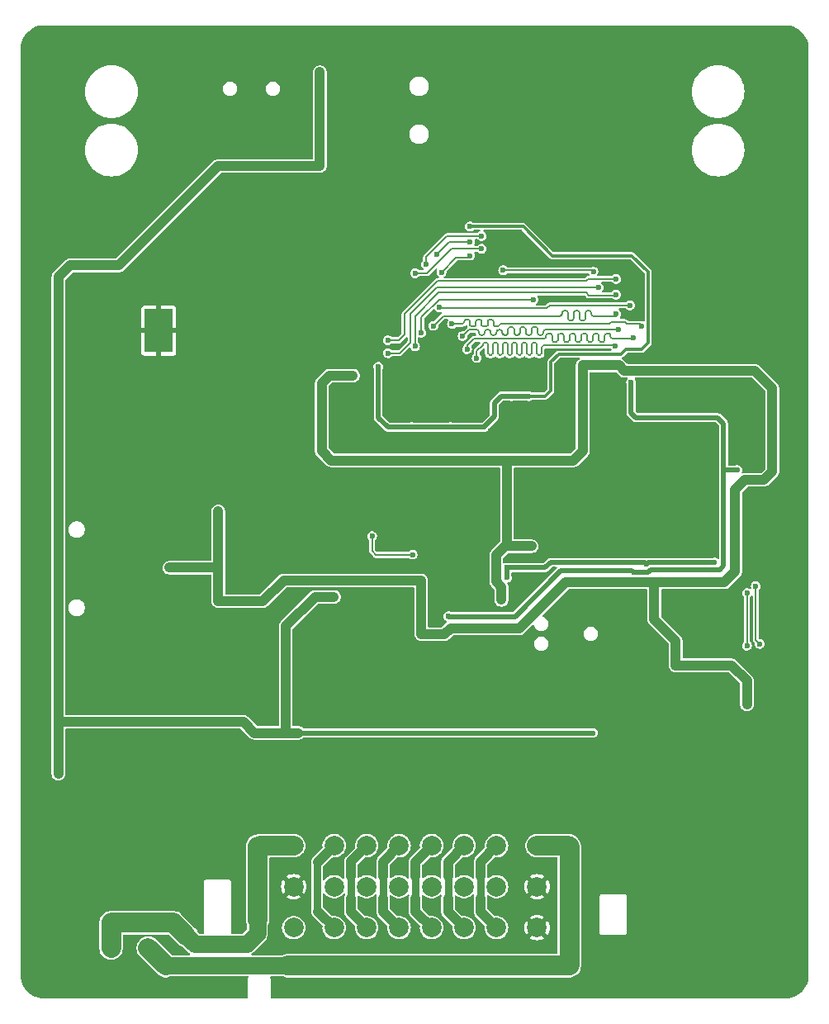
<source format=gbr>
%TF.GenerationSoftware,KiCad,Pcbnew,8.0.3*%
%TF.CreationDate,2024-06-17T20:01:43-07:00*%
%TF.ProjectId,underglow3,756e6465-7267-46c6-9f77-332e6b696361,rev?*%
%TF.SameCoordinates,Original*%
%TF.FileFunction,Copper,L4,Bot*%
%TF.FilePolarity,Positive*%
%FSLAX46Y46*%
G04 Gerber Fmt 4.6, Leading zero omitted, Abs format (unit mm)*
G04 Created by KiCad (PCBNEW 8.0.3) date 2024-06-17 20:01:43*
%MOMM*%
%LPD*%
G01*
G04 APERTURE LIST*
%TA.AperFunction,ComponentPad*%
%ADD10C,2.000000*%
%TD*%
%TA.AperFunction,ComponentPad*%
%ADD11C,0.600000*%
%TD*%
%TA.AperFunction,SMDPad,CuDef*%
%ADD12R,2.950000X4.500000*%
%TD*%
%TA.AperFunction,ViaPad*%
%ADD13C,0.600000*%
%TD*%
%TA.AperFunction,Conductor*%
%ADD14C,1.000000*%
%TD*%
%TA.AperFunction,Conductor*%
%ADD15C,0.500000*%
%TD*%
%TA.AperFunction,Conductor*%
%ADD16C,0.300000*%
%TD*%
%TA.AperFunction,Conductor*%
%ADD17C,0.200000*%
%TD*%
%TA.AperFunction,Conductor*%
%ADD18C,2.000000*%
%TD*%
%TA.AperFunction,Conductor*%
%ADD19C,1.750000*%
%TD*%
%TA.AperFunction,Conductor*%
%ADD20C,0.800000*%
%TD*%
G04 APERTURE END LIST*
D10*
%TO.P,J301,A1*%
%TO.N,/Power/RGB1_OUT*%
X49475000Y12500000D03*
%TO.P,J301,A2*%
%TO.N,/Power/RGB_B1*%
X45325000Y12500000D03*
%TO.P,J301,A3*%
%TO.N,/Power/RGB_G1*%
X41995000Y12500000D03*
%TO.P,J301,A4*%
%TO.N,/Power/RGB_R1*%
X38665000Y12500000D03*
%TO.P,J301,A5*%
%TO.N,/Power/RGB_B2*%
X35335000Y12500000D03*
%TO.P,J301,A6*%
%TO.N,/Power/RGB_G2*%
X32005000Y12500000D03*
%TO.P,J301,A7*%
%TO.N,/Power/RGB_R2*%
X28675000Y12500000D03*
%TO.P,J301,A8*%
%TO.N,/Power/RGB2_OUT*%
X24525000Y12500000D03*
%TO.P,J301,B1*%
%TO.N,GND*%
X49475000Y8300000D03*
%TO.P,J301,B2*%
%TO.N,/Power/CAN_L*%
X45325000Y8300000D03*
%TO.P,J301,B3*%
%TO.N,/Power/CAN_H*%
X41995000Y8300000D03*
%TO.P,J301,B4*%
%TO.N,/Power/PI1*%
X38665000Y8300000D03*
%TO.P,J301,B5*%
%TO.N,/Power/PI2*%
X35335000Y8300000D03*
%TO.P,J301,B6*%
%TO.N,/Power/LEDC_OUT*%
X32005000Y8300000D03*
%TO.P,J301,B7*%
X28675000Y8300000D03*
%TO.P,J301,B8*%
%TO.N,GND*%
X24525000Y8300000D03*
%TO.P,J301,C1*%
X49475000Y4100000D03*
%TO.P,J301,C2*%
%TO.N,/Power/RGB_B1*%
X45325000Y4100000D03*
%TO.P,J301,C3*%
%TO.N,/Power/RGB_G1*%
X41995000Y4100000D03*
%TO.P,J301,C4*%
%TO.N,/Power/RGB_R1*%
X38665000Y4100000D03*
%TO.P,J301,C5*%
%TO.N,/Power/RGB_B2*%
X35335000Y4100000D03*
%TO.P,J301,C6*%
%TO.N,/Power/RGB_G2*%
X32005000Y4100000D03*
%TO.P,J301,C7*%
%TO.N,/Power/RGB_R2*%
X28675000Y4100000D03*
%TO.P,J301,C8*%
%TO.N,/Power/VIN*%
X24525000Y4100000D03*
%TD*%
D11*
%TO.P,U310,9,GNDPAD*%
%TO.N,GND*%
X10100000Y67105000D03*
X10100000Y65905000D03*
X10100000Y64605000D03*
X10100000Y63505000D03*
D12*
X10700000Y65305000D03*
D11*
X11300000Y67105000D03*
X11300000Y65905000D03*
X11300000Y64605000D03*
X11300000Y63505000D03*
%TD*%
D13*
%TO.N,GND*%
X27400000Y69957359D03*
X31050000Y87900000D03*
X19000000Y63000000D03*
X65000000Y37600000D03*
X8650000Y18854200D03*
X33500000Y33600000D03*
X60200000Y37600000D03*
X45100000Y61400000D03*
X32554999Y45309999D03*
X32600000Y37000000D03*
X60800000Y52000000D03*
X17800000Y42700000D03*
X54900000Y35600000D03*
X75000000Y75000000D03*
X41000000Y40000000D03*
X35200000Y56400000D03*
X32000000Y19062500D03*
X35454999Y46972480D03*
X8400000Y26200000D03*
X71000000Y1000000D03*
X25000000Y26000000D03*
X20600000Y80600000D03*
X200000Y16000000D03*
X66000000Y6000000D03*
X41700000Y56400000D03*
X63700000Y30000000D03*
X14400000Y6200000D03*
X72400000Y49000000D03*
X57600000Y87900000D03*
X54500000Y46200000D03*
X51189795Y35600000D03*
X20000000Y26000000D03*
X42900000Y25500000D03*
X50000000Y49200000D03*
X75000000Y64800000D03*
X70200000Y32200000D03*
X59000000Y69000000D03*
X62600000Y48200000D03*
X37500000Y56400000D03*
X12400000Y21800000D03*
X28460660Y75260660D03*
X41000000Y41600000D03*
X14200000Y11000000D03*
X20400000Y19062500D03*
X11800000Y38800000D03*
X9600000Y16400000D03*
X33200000Y63000000D03*
X72529795Y54188323D03*
X27400000Y74200000D03*
X18100000Y84800000D03*
X30900000Y26000000D03*
X20585156Y85565917D03*
X10200000Y26200000D03*
X64400000Y60000000D03*
X70000000Y64800000D03*
X35454999Y45859999D03*
X70000000Y75000000D03*
X11800000Y43180064D03*
X70000000Y58200000D03*
X18100000Y83400000D03*
X20400000Y17962500D03*
X44529795Y48550051D03*
X32703301Y73139340D03*
X70000000Y80000000D03*
X49700000Y24900000D03*
X48200000Y57600000D03*
X25278680Y72078680D03*
X54300000Y37400000D03*
X26339340Y73139340D03*
X19800000Y33000000D03*
X36900000Y26000000D03*
X30581981Y75260660D03*
X29800000Y91400000D03*
X2000000Y16000000D03*
X15200000Y21800000D03*
X43000000Y41600000D03*
X58800000Y48200000D03*
X38200000Y19062500D03*
X72400000Y51099949D03*
X30935837Y67966697D03*
X61000000Y1000000D03*
X38250000Y60900000D03*
X25200000Y89800000D03*
X73100000Y32200000D03*
X2000000Y27000000D03*
X59229795Y62500051D03*
X5000000Y20800000D03*
X29800000Y35400000D03*
X31642641Y74200000D03*
X67600000Y21200000D03*
X33057157Y65845377D03*
X54900000Y32200000D03*
X43200000Y87900000D03*
X44300000Y17962500D03*
X44200000Y60000000D03*
X9800000Y29400000D03*
X66000000Y1000000D03*
X44600000Y44200000D03*
X6200000Y16600000D03*
X16800000Y33000000D03*
X62900000Y37600000D03*
X29000000Y56600000D03*
X31996497Y66906037D03*
X15200000Y24200000D03*
X38200000Y17962500D03*
X44300000Y19062500D03*
X70000000Y70000000D03*
X58975000Y66750000D03*
X75800000Y22000000D03*
X61000000Y6000000D03*
X-1600000Y3100000D03*
X20600000Y63000000D03*
X34600000Y43300000D03*
X50200000Y17962500D03*
X60129795Y62500051D03*
X43400000Y37400000D03*
X53700000Y42400000D03*
X14200000Y14700000D03*
X38250000Y63400000D03*
X6600000Y66400000D03*
X71429795Y44600051D03*
X64400000Y21200000D03*
X3800000Y20800000D03*
X66000000Y32500000D03*
X34560660Y69439340D03*
X26339340Y71018019D03*
X57100000Y12800000D03*
X33500000Y70500000D03*
X60800000Y48200000D03*
X52629795Y61744669D03*
X31600000Y64400000D03*
X16500000Y84800000D03*
X72200000Y27000000D03*
X37600000Y40800000D03*
X64000000Y37600000D03*
X71429795Y43600051D03*
X12400000Y24200000D03*
X29875177Y69027358D03*
X37400000Y87900000D03*
X58975000Y70600000D03*
X18400000Y21400000D03*
X48625735Y39974265D03*
X62600000Y50100000D03*
X31400000Y35400000D03*
X26300000Y17962500D03*
X70000000Y37400000D03*
X59200000Y37600000D03*
X2200000Y66400000D03*
X32439339Y71560660D03*
X28979998Y58800000D03*
X61600000Y33200000D03*
X31454999Y45309999D03*
X61600000Y30600000D03*
X13000000Y6200000D03*
X75800000Y24300000D03*
X50200000Y19062500D03*
X43400000Y39200000D03*
X45900000Y60000000D03*
X15600000Y19800000D03*
X60800000Y50100000D03*
X73400000Y18000000D03*
X50000000Y51000000D03*
X4000000Y27000000D03*
X32000000Y17962500D03*
X30000000Y41600000D03*
X75000000Y70000000D03*
X49200000Y57600000D03*
X59600000Y30600000D03*
X71000000Y6000000D03*
X44172170Y71200000D03*
X62600000Y52000000D03*
X72550000Y40300000D03*
X54800000Y44200000D03*
X28460660Y68896699D03*
X41900000Y71300000D03*
X19600000Y22800000D03*
X31600000Y41600000D03*
X59600000Y33200000D03*
X19800000Y35000000D03*
X48649795Y45300051D03*
X16500000Y83400000D03*
X75000000Y80000000D03*
X3800000Y16600000D03*
X54500000Y47600000D03*
X35400000Y91400000D03*
X58800000Y52000000D03*
X4400000Y66400000D03*
X16800000Y35000000D03*
X58800000Y50100000D03*
X33000000Y92600000D03*
X26300000Y19062500D03*
X57600000Y82800000D03*
X16400000Y15700000D03*
X29700000Y33600000D03*
X29521320Y76321320D03*
X57100000Y22700000D03*
X43200000Y82800000D03*
%TO.N,+3V3*%
X37600000Y39700000D03*
X16800000Y37570064D03*
X54149771Y61749796D03*
X11800000Y41000000D03*
X16800000Y40030064D03*
X24200000Y39700000D03*
X63700000Y31000000D03*
X45829795Y37700051D03*
X16800000Y46800000D03*
X48900000Y43200000D03*
X46400000Y50859999D03*
X69800000Y45400000D03*
X30600000Y60700000D03*
X16800000Y45400000D03*
X51907675Y39000000D03*
X16800000Y38850064D03*
X69800000Y49000000D03*
X71000000Y27000000D03*
X37600000Y34218242D03*
X45829795Y39030051D03*
X16800000Y44000000D03*
%TO.N,+0v9*%
X59129795Y60020181D03*
X62800000Y40800000D03*
X40390001Y36009999D03*
X59400000Y40500000D03*
X70000000Y51000000D03*
%TO.N,/Application/VCC_DRAM*%
X46400000Y41000000D03*
X46400000Y40000000D03*
X67650000Y41550000D03*
X60700000Y41400000D03*
%TO.N,/RL-SM02BD-8723BS/VDD_WIFI*%
X33200000Y61600000D03*
X40600000Y55400000D03*
X46800000Y58600000D03*
X48600000Y58600000D03*
X36600000Y55400000D03*
X44000000Y55400000D03*
X42600000Y76000000D03*
%TO.N,+5V*%
X6380002Y25200000D03*
X400000Y19900000D03*
X48900000Y24062500D03*
X11620000Y25180000D03*
X42900000Y24062500D03*
X28654999Y38009999D03*
X55200000Y24062500D03*
X4400000Y72000000D03*
X32554999Y44247517D03*
X2200000Y72000000D03*
X27200000Y91800000D03*
X9310000Y25200000D03*
X25000000Y24062500D03*
X27200000Y82200000D03*
X6600000Y72000000D03*
X36717479Y42347519D03*
X36900000Y24062500D03*
X30900000Y24062500D03*
%TO.N,/Power/RGB1_OUT*%
X9600000Y2000000D03*
%TO.N,/Power/RGB2_OUT*%
X5800000Y2000000D03*
%TO.N,/Application/WIFI_CLK*%
X57800000Y65400000D03*
X41850000Y64750000D03*
%TO.N,/Power/PI1_DIV*%
X71900000Y39100000D03*
X72300000Y33200000D03*
%TO.N,/Power/PI2_DIV*%
X71000000Y38400000D03*
X71000000Y33000000D03*
%TO.N,/Application/WL_REG_ON*%
X57600000Y69000000D03*
X36972170Y63700000D03*
%TO.N,/Application/WIFI_CMD*%
X40750000Y66000000D03*
X60200000Y65800000D03*
%TO.N,/Application/WIFI_DAT0*%
X42300000Y63400000D03*
X59369143Y64600000D03*
%TO.N,/Application/WIFI_DAT1*%
X43300000Y62500000D03*
X57500000Y63700000D03*
%TO.N,/Application/WIFI_DAT2*%
X39475000Y67700000D03*
X59000000Y67900000D03*
%TO.N,/Application/WIFI_DAT3*%
X38850000Y65800000D03*
X57600000Y67000000D03*
%TO.N,/Application/BT_EN*%
X55250000Y71350000D03*
X46000000Y71500000D03*
%TO.N,/Application/HCI_CTS*%
X39672170Y71300000D03*
X42600000Y73000000D03*
%TO.N,/Application/AP_WAKE_BT*%
X57600000Y70600000D03*
X34200000Y64325003D03*
%TO.N,/Application/WL_WAKE_AP*%
X49100000Y68500000D03*
X37600000Y65100000D03*
%TO.N,/Application/BT_WAKE_AP*%
X55800000Y69700000D03*
X34200000Y63000000D03*
%TO.N,/Application/HCI_RX*%
X42600000Y74400000D03*
X39186085Y73113915D03*
%TO.N,/Application/HCI_TX*%
X43800000Y75000000D03*
X38100000Y72100000D03*
%TO.N,/Application/HCI_RTS*%
X36972170Y71200000D03*
X43800000Y73700000D03*
%TD*%
D14*
%TO.N,+3V3*%
X73600000Y59400000D02*
X73600000Y50885735D01*
X27400000Y53000000D02*
X27400000Y59900000D01*
X47540001Y52000000D02*
X28400000Y52000000D01*
X48900000Y43200000D02*
X46400000Y43200000D01*
X70800000Y50000000D02*
X69800000Y49000000D01*
X16800000Y41000000D02*
X16800000Y46800000D01*
X71800000Y61200000D02*
X73600000Y59400000D01*
X72714265Y50000000D02*
X70800000Y50000000D01*
X54149771Y61749796D02*
X54150000Y61749567D01*
X54150000Y52950000D02*
X53200000Y52000000D01*
X52407675Y39500000D02*
X68700000Y39500000D01*
X71000000Y29400000D02*
X69400000Y31000000D01*
X61500000Y39500000D02*
X61500000Y35700000D01*
X53200000Y52000000D02*
X47540001Y52000000D01*
X16800000Y37570064D02*
X16800000Y41000000D01*
X57900000Y61750000D02*
X58450000Y61200000D01*
X46400000Y52000000D02*
X46400000Y50859999D01*
X71000000Y27000000D02*
X71000000Y29400000D01*
X37600000Y39700000D02*
X24200000Y39700000D01*
X45829795Y37700051D02*
X45829795Y39030051D01*
X61500000Y35700000D02*
X63700000Y33500000D01*
X63700000Y33500000D02*
X63700000Y31000000D01*
X54149771Y61749796D02*
X54149975Y61750000D01*
X58450000Y61200000D02*
X71800000Y61200000D01*
X46400000Y43200000D02*
X46185786Y43200000D01*
X28200000Y60700000D02*
X30600000Y60700000D01*
X47540001Y52000000D02*
X46400000Y52000000D01*
X28400000Y52000000D02*
X27400000Y53000000D01*
X54149975Y61750000D02*
X57900000Y61750000D01*
X11800000Y41000000D02*
X16800000Y41000000D01*
X45300000Y39559846D02*
X45829795Y39030051D01*
X37618242Y34200000D02*
X40000000Y34200000D01*
X40000000Y34200000D02*
X40600000Y34800000D01*
X46400000Y50859999D02*
X46400000Y43200000D01*
X73600000Y50885735D02*
X72714265Y50000000D01*
X68700000Y39500000D02*
X69800000Y40600000D01*
X69800000Y45400000D02*
X69800000Y49000000D01*
X54150000Y61749567D02*
X54150000Y52950000D01*
X51900000Y39000000D02*
X51907675Y39000000D01*
X69800000Y40600000D02*
X69800000Y45400000D01*
X40600000Y34800000D02*
X47700000Y34800000D01*
X23500000Y39700000D02*
X21370064Y37570064D01*
X21370064Y37570064D02*
X16800000Y37570064D01*
X47700000Y34800000D02*
X51900000Y39000000D01*
X27400000Y59900000D02*
X28200000Y60700000D01*
X45300000Y42314214D02*
X45300000Y39559846D01*
X37600000Y34218242D02*
X37618242Y34200000D01*
X51907675Y39000000D02*
X52407675Y39500000D01*
X69400000Y31000000D02*
X63700000Y31000000D01*
X37600000Y34218242D02*
X37600000Y39700000D01*
X46185786Y43200000D02*
X45300000Y42314214D01*
X24200000Y39700000D02*
X23500000Y39700000D01*
D15*
%TO.N,+0v9*%
X68200000Y40800000D02*
X62800000Y40800000D01*
X59129795Y60020181D02*
X59129795Y56870205D01*
X59200000Y40700000D02*
X59400000Y40500000D01*
X61160661Y40800000D02*
X62800000Y40800000D01*
X40390001Y36009999D02*
X40400000Y36000000D01*
X47200000Y36000000D02*
X51900000Y40700000D01*
X68000000Y56400000D02*
X68600000Y55800000D01*
X68600000Y51000000D02*
X70000000Y51000000D01*
X60860661Y40500000D02*
X61160661Y40800000D01*
X51900000Y40700000D02*
X59200000Y40700000D01*
X68600000Y41200000D02*
X68200000Y40800000D01*
X59600000Y56400000D02*
X68000000Y56400000D01*
X59129795Y56870205D02*
X59600000Y56400000D01*
X68600000Y55800000D02*
X68600000Y41200000D01*
X59400000Y40500000D02*
X60860661Y40500000D01*
X40400000Y36000000D02*
X47200000Y36000000D01*
%TO.N,/Application/VCC_DRAM*%
X60850000Y41550000D02*
X60700000Y41400000D01*
X60550000Y41550000D02*
X50850000Y41550000D01*
X67650000Y41550000D02*
X60850000Y41550000D01*
X50300000Y41000000D02*
X46400000Y41000000D01*
X60700000Y41400000D02*
X60550000Y41550000D01*
X50850000Y41550000D02*
X50300000Y41000000D01*
X46400000Y40000000D02*
X46400000Y41000000D01*
D16*
%TO.N,/RL-SM02BD-8723BS/VDD_WIFI*%
X60850000Y64050000D02*
X60200000Y63400000D01*
D15*
X48600000Y58600000D02*
X46800000Y58600000D01*
D16*
X58100000Y62900000D02*
X51700000Y62900000D01*
X50900000Y59200000D02*
X50300000Y58600000D01*
X60850000Y71350000D02*
X60850000Y64050000D01*
D15*
X45800000Y58600000D02*
X46800000Y58600000D01*
X45100000Y57900000D02*
X45800000Y58600000D01*
D16*
X50900000Y62100000D02*
X50900000Y59200000D01*
D15*
X34200000Y55400000D02*
X44000000Y55400000D01*
D16*
X48050000Y76000000D02*
X51050000Y73000000D01*
X51700000Y62900000D02*
X50900000Y62100000D01*
X50300000Y58600000D02*
X48600000Y58600000D01*
X51050000Y73000000D02*
X59200000Y73000000D01*
X58600000Y63400000D02*
X58100000Y62900000D01*
X59200000Y73000000D02*
X60850000Y71350000D01*
D15*
X33200000Y61600000D02*
X33200000Y56400000D01*
X33200000Y56400000D02*
X34200000Y55400000D01*
D16*
X42600000Y76000000D02*
X48050000Y76000000D01*
D15*
X45100000Y56500000D02*
X45100000Y57900000D01*
D16*
X60200000Y63400000D02*
X58600000Y63400000D01*
D15*
X44000000Y55400000D02*
X45100000Y56500000D01*
%TO.N,+5V*%
X36900000Y24062500D02*
X30900000Y24062500D01*
D14*
X2200000Y72000000D02*
X4400000Y72000000D01*
D17*
X36679959Y42309999D02*
X32954999Y42309999D01*
D14*
X6600000Y72000000D02*
X16800000Y82200000D01*
X19385786Y25200000D02*
X20523286Y24062500D01*
X20523286Y24062500D02*
X23700000Y24062500D01*
X26709999Y38009999D02*
X23700000Y35000000D01*
X400000Y25200000D02*
X19385786Y25200000D01*
X28654999Y38009999D02*
X26709999Y38009999D01*
D17*
X36717479Y42347519D02*
X36679959Y42309999D01*
D14*
X400000Y70800000D02*
X1600000Y72000000D01*
X27200000Y82200000D02*
X27200000Y91800000D01*
X400000Y19900000D02*
X400000Y70800000D01*
X16800000Y82200000D02*
X27200000Y82200000D01*
D17*
X32554999Y42709999D02*
X32554999Y44247517D01*
D15*
X55200000Y24062500D02*
X48900000Y24062500D01*
X48900000Y24062500D02*
X36900000Y24062500D01*
D17*
X32954999Y42309999D02*
X32554999Y42709999D01*
D14*
X4400000Y72000000D02*
X6600000Y72000000D01*
D15*
X30900000Y24062500D02*
X25000000Y24062500D01*
D14*
X1600000Y72000000D02*
X2200000Y72000000D01*
X23700000Y24062500D02*
X25000000Y24062500D01*
X23700000Y35000000D02*
X23700000Y24062500D01*
D18*
%TO.N,/Power/RGB1_OUT*%
X9600000Y2000000D02*
X11400000Y200000D01*
X52800000Y12400000D02*
X52700000Y12500000D01*
X52700000Y12500000D02*
X49475000Y12500000D01*
X23900000Y200000D02*
X52800000Y200000D01*
X52800000Y200000D02*
X52800000Y12400000D01*
D19*
X11400000Y200000D02*
X23900000Y200000D01*
D18*
%TO.N,/Power/RGB2_OUT*%
X13500000Y3300000D02*
X12200000Y4600000D01*
D19*
X20800000Y4900000D02*
X20800000Y3500000D01*
D18*
X21000000Y12400000D02*
X21100000Y12500000D01*
X20800000Y4900000D02*
X20800000Y12400000D01*
D19*
X14400000Y2400000D02*
X13500000Y3300000D01*
D18*
X5800000Y4600000D02*
X5800000Y2000000D01*
D19*
X19700000Y2400000D02*
X14400000Y2400000D01*
X20800000Y3500000D02*
X19700000Y2400000D01*
D18*
X20800000Y12400000D02*
X21000000Y12400000D01*
X12200000Y4600000D02*
X5800000Y4600000D01*
X21100000Y12500000D02*
X24525000Y12500000D01*
D14*
%TO.N,/Power/RGB_R1*%
X37015000Y10850000D02*
X37015000Y9400000D01*
D20*
X37015000Y9400000D02*
X37015000Y7100000D01*
D14*
X37015000Y7100000D02*
X37015000Y5750000D01*
X38665000Y12500000D02*
X37015000Y10850000D01*
X37015000Y5750000D02*
X38665000Y4100000D01*
%TO.N,/Power/RGB_G1*%
X40345000Y10850000D02*
X40345000Y9400000D01*
X40345000Y7100000D02*
X40345000Y5750000D01*
D20*
X40345000Y9400000D02*
X40345000Y7100000D01*
D14*
X41995000Y12500000D02*
X40345000Y10850000D01*
X40345000Y5750000D02*
X41995000Y4100000D01*
D20*
%TO.N,/Power/RGB_B1*%
X43675000Y9400000D02*
X43675000Y7100000D01*
D14*
X43675000Y10850000D02*
X43675000Y9400000D01*
X43675000Y7100000D02*
X43675000Y5750000D01*
X45325000Y12500000D02*
X43675000Y10850000D01*
X43675000Y5750000D02*
X45325000Y4100000D01*
D20*
%TO.N,/Power/RGB_R2*%
X26900000Y10725000D02*
X26900000Y5875000D01*
D14*
X27025000Y5750000D02*
X28675000Y4100000D01*
D20*
X26900000Y5875000D02*
X27025000Y5750000D01*
X27025000Y10850000D02*
X26900000Y10725000D01*
D14*
X28675000Y12500000D02*
X27025000Y10850000D01*
%TO.N,/Power/RGB_G2*%
X30400000Y5705000D02*
X32005000Y4100000D01*
X30400000Y7100000D02*
X30400000Y5705000D01*
D20*
X30400000Y7100000D02*
X30400000Y9400000D01*
D14*
X30400000Y10895000D02*
X32005000Y12500000D01*
X30400000Y9400000D02*
X30400000Y10895000D01*
%TO.N,/Power/RGB_B2*%
X33685000Y9400000D02*
X33685000Y10850000D01*
X33685000Y5750000D02*
X35335000Y4100000D01*
X33685000Y7100000D02*
X33685000Y5750000D01*
X33685000Y10850000D02*
X35335000Y12500000D01*
D20*
X33685000Y9400000D02*
X33685000Y7100000D01*
D17*
%TO.N,/Application/WIFI_CLK*%
X48191462Y65650000D02*
X47841462Y65650000D01*
X47476462Y64850000D02*
X47356462Y64850000D01*
X45316462Y65160000D02*
X45316462Y65090000D01*
X47116462Y65090000D02*
X47116462Y65525000D01*
X50116462Y65160000D02*
X50116462Y65090000D01*
X48916462Y65525000D02*
X48916462Y65090000D01*
X46276462Y64850000D02*
X46156462Y64850000D01*
X48316462Y65090000D02*
X48316462Y65525000D01*
X44116462Y65160000D02*
X44116462Y65090000D01*
X45916462Y65090000D02*
X45916462Y65160000D01*
X47716462Y65525000D02*
X47716462Y65090000D01*
X57800000Y65400000D02*
X50356462Y65400000D01*
X42500000Y65400000D02*
X43276462Y65400000D01*
X41850000Y64750000D02*
X42500000Y65400000D01*
X46991462Y65650000D02*
X46641462Y65650000D01*
X49516462Y65160000D02*
X49516462Y65525000D01*
X49876462Y64850000D02*
X49756462Y64850000D01*
X46516462Y65525000D02*
X46516462Y65090000D01*
X49391462Y65650000D02*
X49041462Y65650000D01*
X45076462Y64850000D02*
X44956462Y64850000D01*
X44476462Y65400000D02*
X44356462Y65400000D01*
X43876462Y64850000D02*
X43756462Y64850000D01*
X48676462Y64850000D02*
X48556462Y64850000D01*
X45676462Y65400000D02*
X45556462Y65400000D01*
X44716462Y65090000D02*
X44716462Y65160000D01*
X43516462Y65090000D02*
X43516462Y65160000D01*
X49516462Y65090000D02*
X49516462Y65160000D01*
X49756462Y64850000D02*
G75*
G02*
X49516546Y65090000I38J239954D01*
G01*
X48556462Y64850000D02*
G75*
G02*
X48316546Y65090000I38J239954D01*
G01*
X49041462Y65650000D02*
G75*
G03*
X48916454Y65525000I38J-125046D01*
G01*
X44356462Y65400000D02*
G75*
G03*
X44116454Y65160000I38J-240046D01*
G01*
X45556462Y65400000D02*
G75*
G03*
X45316454Y65160000I38J-240046D01*
G01*
X48316462Y65525000D02*
G75*
G03*
X48191462Y65649916I-124962J-46D01*
G01*
X44116462Y65090000D02*
G75*
G02*
X43876462Y64849992I-239962J-46D01*
G01*
X45916462Y65160000D02*
G75*
G03*
X45676462Y65399916I-239962J-46D01*
G01*
X46641462Y65650000D02*
G75*
G03*
X46516454Y65525000I38J-125046D01*
G01*
X46516462Y65090000D02*
G75*
G02*
X46276462Y64849992I-239962J-46D01*
G01*
X43516462Y65160000D02*
G75*
G03*
X43276462Y65399916I-239962J-46D01*
G01*
X47841462Y65650000D02*
G75*
G03*
X47716454Y65525000I38J-125046D01*
G01*
X47356462Y64850000D02*
G75*
G02*
X47116546Y65090000I38J239954D01*
G01*
X43756462Y64850000D02*
G75*
G02*
X43516546Y65090000I38J239954D01*
G01*
X50116462Y65090000D02*
G75*
G02*
X49876462Y64849992I-239962J-46D01*
G01*
X49516462Y65525000D02*
G75*
G03*
X49391462Y65649916I-124962J-46D01*
G01*
X50356462Y65400000D02*
G75*
G03*
X50116454Y65160000I38J-240046D01*
G01*
X44716462Y65160000D02*
G75*
G03*
X44476462Y65399916I-239962J-46D01*
G01*
X45316462Y65090000D02*
G75*
G02*
X45076462Y64849992I-239962J-46D01*
G01*
X46156462Y64850000D02*
G75*
G02*
X45916546Y65090000I38J239954D01*
G01*
X48916462Y65090000D02*
G75*
G02*
X48676462Y64849992I-239962J-46D01*
G01*
X47716462Y65090000D02*
G75*
G02*
X47476462Y64849992I-239962J-46D01*
G01*
X44956462Y64850000D02*
G75*
G02*
X44716546Y65090000I38J239954D01*
G01*
X47116462Y65525000D02*
G75*
G03*
X46991462Y65649916I-124962J-46D01*
G01*
%TO.N,/Power/PI1_DIV*%
X71900000Y39100000D02*
X71900000Y33600000D01*
X71900000Y33600000D02*
X72300000Y33200000D01*
%TO.N,/Power/PI2_DIV*%
X71000000Y33000000D02*
X71000000Y38400000D01*
%TO.N,/Application/WL_REG_ON*%
X54500000Y69200000D02*
X54800000Y68900000D01*
X39400000Y69200000D02*
X54500000Y69200000D01*
X57500000Y68900000D02*
X57600000Y69000000D01*
X54800000Y68900000D02*
X57500000Y68900000D01*
X36972170Y63700000D02*
X36972170Y66772170D01*
X36972170Y66772170D02*
X39400000Y69200000D01*
%TO.N,/Application/WIFI_CMD*%
X42232873Y66450000D02*
X42382873Y66450000D01*
X44632873Y66450000D02*
X44782873Y66450000D01*
X58500000Y66200000D02*
X57100000Y66200000D01*
X42607873Y66225000D02*
X42607873Y65875000D01*
X58700000Y66000000D02*
X58500000Y66200000D01*
X43432873Y66450000D02*
X43582873Y66450000D01*
X45007873Y66225000D02*
X45007873Y65875000D01*
X42732873Y65750000D02*
X43082873Y65750000D01*
X40750000Y66000000D02*
X41782873Y66000000D01*
X56900000Y66000000D02*
X45732873Y66000000D01*
X57100000Y66200000D02*
X56900000Y66000000D01*
X43207873Y65875000D02*
X43207873Y66225000D01*
X43932873Y65750000D02*
X44282873Y65750000D01*
X60200000Y65800000D02*
X60000000Y66000000D01*
X43807873Y66225000D02*
X43807873Y65875000D01*
X44407873Y65875000D02*
X44407873Y66225000D01*
X45132873Y65750000D02*
X45482873Y65750000D01*
X60000000Y66000000D02*
X58700000Y66000000D01*
X43807873Y65875000D02*
G75*
G03*
X43932873Y65749927I125027J-46D01*
G01*
X42382873Y66450000D02*
G75*
G02*
X42607946Y66225000I27J-225046D01*
G01*
X41782873Y66000000D02*
G75*
G03*
X42007854Y66225000I27J224954D01*
G01*
X43207873Y66225000D02*
G75*
G02*
X43432873Y66449981I225027J-46D01*
G01*
X43582873Y66450000D02*
G75*
G02*
X43807946Y66225000I27J-225046D01*
G01*
X45607873Y65875000D02*
G75*
G02*
X45732873Y65999981I125027J-46D01*
G01*
X45482873Y65750000D02*
G75*
G03*
X45607854Y65875000I27J124954D01*
G01*
X45007873Y65875000D02*
G75*
G03*
X45132873Y65749927I125027J-46D01*
G01*
X42607873Y65875000D02*
G75*
G03*
X42732873Y65749927I125027J-46D01*
G01*
X44407873Y66225000D02*
G75*
G02*
X44632873Y66449981I225027J-46D01*
G01*
X43082873Y65750000D02*
G75*
G03*
X43207854Y65875000I27J124954D01*
G01*
X44782873Y66450000D02*
G75*
G02*
X45007946Y66225000I27J-225046D01*
G01*
X42007873Y66225000D02*
G75*
G02*
X42232873Y66449981I225027J-46D01*
G01*
X44282873Y65750000D02*
G75*
G03*
X44407854Y65875000I27J124954D01*
G01*
%TO.N,/Application/WIFI_DAT0*%
X51610000Y64787879D02*
X51610000Y64327879D01*
X42300000Y63775000D02*
X43002879Y64477879D01*
X55210000Y64787879D02*
X55210000Y64327879D01*
X53170000Y65027879D02*
X53050000Y65027879D01*
X55060000Y64177879D02*
X54760000Y64177879D01*
X54370000Y65027879D02*
X54250000Y65027879D01*
X56770000Y65027879D02*
X56650000Y65027879D01*
X59369143Y64600000D02*
X59269143Y64500000D01*
X51010000Y64327879D02*
X51010000Y64787879D01*
X52660000Y64177879D02*
X52360000Y64177879D01*
X57010000Y64717879D02*
X57010000Y64787879D01*
X55810000Y64327879D02*
X55810000Y64787879D01*
X51970000Y65027879D02*
X51850000Y65027879D01*
X55570000Y65027879D02*
X55450000Y65027879D01*
X51460000Y64177879D02*
X51160000Y64177879D01*
X50770000Y65027879D02*
X50650000Y65027879D01*
X59269143Y64500000D02*
X57272121Y64500000D01*
X54010000Y64787879D02*
X54010000Y64327879D01*
X52210000Y64327879D02*
X52210000Y64787879D01*
X56410000Y64787879D02*
X56410000Y64717879D01*
X53410000Y64327879D02*
X53410000Y64787879D01*
X42300000Y63400000D02*
X42300000Y63775000D01*
X50410000Y64787879D02*
X50410000Y64717879D01*
X53860000Y64177879D02*
X53560000Y64177879D01*
X56410000Y64717879D02*
X56410000Y64327879D01*
X54610000Y64327879D02*
X54610000Y64787879D01*
X56260000Y64177879D02*
X55960000Y64177879D01*
X43002879Y64477879D02*
X50170000Y64477879D01*
X57272121Y64500000D02*
X57250000Y64477879D01*
X52810000Y64787879D02*
X52810000Y64327879D01*
X54760000Y64177879D02*
G75*
G02*
X54610025Y64327879I0J149975D01*
G01*
X52810000Y64327879D02*
G75*
G02*
X52660000Y64177854I-150000J-25D01*
G01*
X53560000Y64177879D02*
G75*
G02*
X53410025Y64327879I0J149975D01*
G01*
X52360000Y64177879D02*
G75*
G02*
X52210025Y64327879I0J149975D01*
G01*
X52210000Y64787879D02*
G75*
G03*
X51970000Y65027854I-240000J-25D01*
G01*
X55450000Y65027879D02*
G75*
G03*
X55209975Y64787879I0J-240025D01*
G01*
X51850000Y65027879D02*
G75*
G03*
X51609975Y64787879I0J-240025D01*
G01*
X57250000Y64477879D02*
G75*
G02*
X57010025Y64717879I0J239975D01*
G01*
X57010000Y64787879D02*
G75*
G03*
X56770000Y65027854I-240000J-25D01*
G01*
X51010000Y64787879D02*
G75*
G03*
X50770000Y65027854I-240000J-25D01*
G01*
X55960000Y64177879D02*
G75*
G02*
X55810025Y64327879I0J149975D01*
G01*
X51610000Y64327879D02*
G75*
G02*
X51460000Y64177854I-150000J-25D01*
G01*
X56650000Y65027879D02*
G75*
G03*
X56409975Y64787879I0J-240025D01*
G01*
X50410000Y64717879D02*
G75*
G02*
X50170000Y64477854I-240000J-25D01*
G01*
X51160000Y64177879D02*
G75*
G02*
X51010025Y64327879I0J149975D01*
G01*
X54010000Y64327879D02*
G75*
G02*
X53860000Y64177854I-150000J-25D01*
G01*
X53050000Y65027879D02*
G75*
G03*
X52809975Y64787879I0J-240025D01*
G01*
X50650000Y65027879D02*
G75*
G03*
X50409975Y64787879I0J-240025D01*
G01*
X54610000Y64787879D02*
G75*
G03*
X54370000Y65027854I-240000J-25D01*
G01*
X55810000Y64787879D02*
G75*
G03*
X55570000Y65027854I-240000J-25D01*
G01*
X54250000Y65027879D02*
G75*
G03*
X54009975Y64787879I0J-240025D01*
G01*
X56410000Y64327879D02*
G75*
G02*
X56260000Y64177854I-150000J-25D01*
G01*
X55210000Y64327879D02*
G75*
G02*
X55060000Y64177854I-150000J-25D01*
G01*
X53410000Y64787879D02*
G75*
G03*
X53170000Y65027854I-240000J-25D01*
G01*
%TO.N,/Application/WIFI_DAT1*%
X43300000Y63238918D02*
X43907780Y63846698D01*
X57400000Y63800000D02*
X50244237Y63800000D01*
X49094237Y64100000D02*
X49294237Y64100000D01*
X47444237Y63950000D02*
X47444237Y63000000D01*
X46094237Y64100000D02*
X46294237Y64100000D01*
X44944237Y63000000D02*
X44944237Y63950000D01*
X57500000Y63700000D02*
X57400000Y63800000D01*
X47644237Y62800000D02*
X47744237Y62800000D01*
X43300000Y62500000D02*
X43300000Y63238918D01*
X46644237Y62800000D02*
X46744237Y62800000D01*
X46944237Y63000000D02*
X46944237Y63950000D01*
X48094237Y64100000D02*
X48294237Y64100000D01*
X49944237Y63000000D02*
X49944237Y63600000D01*
X50144237Y63800000D02*
X50244237Y63800000D01*
X48444237Y63950000D02*
X48444237Y63000000D01*
X45094237Y64100000D02*
X45294237Y64100000D01*
X47094237Y64100000D02*
X47294237Y64100000D01*
X47944237Y63000000D02*
X47944237Y63950000D01*
X49444237Y63950000D02*
X49444237Y63000000D01*
X49644237Y62800000D02*
X49744237Y62800000D01*
X45944237Y63000000D02*
X45944237Y63950000D01*
X48944237Y63000000D02*
X48944237Y63950000D01*
X46444237Y63950000D02*
X46444237Y63000000D01*
X45444237Y63950000D02*
X45444237Y63000000D01*
X45644237Y62800000D02*
X45744237Y62800000D01*
X44444237Y63950000D02*
X44444237Y63000000D01*
X44094237Y64100000D02*
X44294237Y64100000D01*
X44644237Y62800000D02*
X44744237Y62800000D01*
X48644237Y62800000D02*
X48744237Y62800000D01*
X45744237Y62800000D02*
G75*
G03*
X45944154Y63000000I-37J199954D01*
G01*
X47744237Y62800000D02*
G75*
G03*
X47944154Y63000000I-37J199954D01*
G01*
X49444237Y63000000D02*
G75*
G03*
X49644237Y62799991I199963J-46D01*
G01*
X45444237Y63000000D02*
G75*
G03*
X45644237Y62799991I199963J-46D01*
G01*
X49944237Y63600000D02*
G75*
G02*
X50144237Y63799917I199963J-46D01*
G01*
X46294237Y64100000D02*
G75*
G02*
X46444246Y63950000I-37J-150046D01*
G01*
X44294237Y64100000D02*
G75*
G02*
X44444246Y63950000I-37J-150046D01*
G01*
X46744237Y62800000D02*
G75*
G03*
X46944154Y63000000I-37J199954D01*
G01*
X48294237Y64100000D02*
G75*
G02*
X48444246Y63950000I-37J-150046D01*
G01*
X46444237Y63000000D02*
G75*
G03*
X46644237Y62799991I199963J-46D01*
G01*
X45294237Y64100000D02*
G75*
G02*
X45444246Y63950000I-37J-150046D01*
G01*
X49744237Y62800000D02*
G75*
G03*
X49944154Y63000000I-37J199954D01*
G01*
X43907780Y63846698D02*
G75*
G03*
X43944244Y63950000I-149780J110956D01*
G01*
X48944237Y63950000D02*
G75*
G02*
X49094237Y64099917I149963J-46D01*
G01*
X48744237Y62800000D02*
G75*
G03*
X48944154Y63000000I-37J199954D01*
G01*
X44444237Y63000000D02*
G75*
G03*
X44644237Y62799991I199963J-46D01*
G01*
X44944237Y63950000D02*
G75*
G02*
X45094237Y64099917I149963J-46D01*
G01*
X48444237Y63000000D02*
G75*
G03*
X48644237Y62799991I199963J-46D01*
G01*
X44744237Y62800000D02*
G75*
G03*
X44944154Y63000000I-37J199954D01*
G01*
X46944237Y63950000D02*
G75*
G02*
X47094237Y64099917I149963J-46D01*
G01*
X47294237Y64100000D02*
G75*
G02*
X47444246Y63950000I-37J-150046D01*
G01*
X43944237Y63950000D02*
G75*
G02*
X44094237Y64099917I149963J-46D01*
G01*
X49294237Y64100000D02*
G75*
G02*
X49444246Y63950000I-37J-150046D01*
G01*
X47444237Y63000000D02*
G75*
G03*
X47644237Y62799991I199963J-46D01*
G01*
X45944237Y63950000D02*
G75*
G02*
X46094237Y64099917I149963J-46D01*
G01*
X47944237Y63950000D02*
G75*
G02*
X48094237Y64099917I149963J-46D01*
G01*
%TO.N,/Application/WIFI_DAT2*%
X50500000Y67600000D02*
X39575000Y67600000D01*
X39575000Y67600000D02*
X39475000Y67700000D01*
X59000000Y67900000D02*
X50800000Y67900000D01*
X50800000Y67900000D02*
X50500000Y67600000D01*
%TO.N,/Application/WIFI_DAT3*%
X52280000Y67350000D02*
X52400000Y67350000D01*
X54440000Y66575000D02*
X54440000Y67110000D01*
X55040000Y67110000D02*
X55040000Y67040000D01*
X57600000Y67000000D02*
X57600000Y66850000D01*
X54680000Y67350000D02*
X54800000Y67350000D01*
X38850000Y65800000D02*
X39850000Y66800000D01*
X53240000Y66575000D02*
X53240000Y67110000D01*
X54065000Y66350000D02*
X54215000Y66350000D01*
X52640000Y67040000D02*
X52640000Y66575000D01*
X39850000Y66800000D02*
X51800000Y66800000D01*
X53840000Y67110000D02*
X53840000Y66575000D01*
X57600000Y66850000D02*
X57550000Y66800000D01*
X52040000Y67040000D02*
X52040000Y67110000D01*
X52865000Y66350000D02*
X53015000Y66350000D01*
X52640000Y67110000D02*
X52640000Y67040000D01*
X53480000Y67350000D02*
X53600000Y67350000D01*
X55280000Y66800000D02*
X57550000Y66800000D01*
X52400000Y67350000D02*
G75*
G02*
X52640046Y67110000I0J-240046D01*
G01*
X53015000Y66350000D02*
G75*
G03*
X53239954Y66575000I0J224954D01*
G01*
X52040000Y67110000D02*
G75*
G02*
X52280000Y67349954I240000J-46D01*
G01*
X53840000Y66575000D02*
G75*
G03*
X54065000Y66349954I225000J-46D01*
G01*
X54800000Y67350000D02*
G75*
G02*
X55040046Y67110000I0J-240046D01*
G01*
X53240000Y67110000D02*
G75*
G02*
X53480000Y67349954I240000J-46D01*
G01*
X54440000Y67110000D02*
G75*
G02*
X54680000Y67349954I240000J-46D01*
G01*
X55040000Y67040000D02*
G75*
G03*
X55280000Y66799954I240000J-46D01*
G01*
X51800000Y66800000D02*
G75*
G03*
X52039954Y67040000I0J239954D01*
G01*
X52640000Y66575000D02*
G75*
G03*
X52865000Y66349954I225000J-46D01*
G01*
X53600000Y67350000D02*
G75*
G02*
X53840046Y67110000I0J-240046D01*
G01*
X54215000Y66350000D02*
G75*
G03*
X54439954Y66575000I0J224954D01*
G01*
%TO.N,/Application/BT_EN*%
X55250000Y71350000D02*
X55100000Y71500000D01*
X55100000Y71500000D02*
X46000000Y71500000D01*
%TO.N,/Application/HCI_CTS*%
X41172170Y72800000D02*
X39672170Y71300000D01*
X42600000Y73000000D02*
X42400000Y72800000D01*
X42400000Y72800000D02*
X41172170Y72800000D01*
%TO.N,/Application/AP_WAKE_BT*%
X57600000Y70600000D02*
X54700000Y70600000D01*
X35325003Y64325003D02*
X34200000Y64325003D01*
X39300000Y70400000D02*
X35900000Y67000000D01*
X54700000Y70600000D02*
X54500000Y70400000D01*
X35900000Y67000000D02*
X35900000Y64900000D01*
X35900000Y64900000D02*
X35325003Y64325003D01*
X54500000Y70400000D02*
X39300000Y70400000D01*
%TO.N,/Application/WL_WAKE_AP*%
X39426471Y68500000D02*
X49100000Y68500000D01*
X37600000Y65100000D02*
X37600000Y66673529D01*
X37600000Y66673529D02*
X39426471Y68500000D01*
%TO.N,/Application/BT_WAKE_AP*%
X36500000Y64100000D02*
X36500000Y67000000D01*
X39200000Y69700000D02*
X55800000Y69700000D01*
X36500000Y67000000D02*
X39200000Y69700000D01*
X34200000Y63000000D02*
X35400000Y63000000D01*
X35400000Y63000000D02*
X36500000Y64100000D01*
%TO.N,/Application/HCI_RX*%
X40472170Y74400000D02*
X39186085Y73113915D01*
X42600000Y74400000D02*
X40472170Y74400000D01*
%TO.N,/Application/HCI_TX*%
X43800000Y75000000D02*
X40223641Y75000000D01*
X38100000Y72876359D02*
X38100000Y72100000D01*
X40223641Y75000000D02*
X38100000Y72876359D01*
%TO.N,/Application/HCI_RTS*%
X38200000Y71200000D02*
X36972170Y71200000D01*
X43800000Y73700000D02*
X40700000Y73700000D01*
X40700000Y73700000D02*
X38200000Y71200000D01*
%TD*%
%TA.AperFunction,Conductor*%
%TO.N,GND*%
G36*
X57627027Y61030593D02*
G01*
X57638839Y61020504D01*
X57905885Y60753459D01*
X58003458Y60655886D01*
X58118182Y60579229D01*
X58118186Y60579227D01*
X58118189Y60579225D01*
X58192866Y60548293D01*
X58245671Y60526420D01*
X58272587Y60521067D01*
X58272590Y60521065D01*
X58272591Y60521066D01*
X58381007Y60499500D01*
X58666091Y60499500D01*
X58724282Y60480593D01*
X58760246Y60431093D01*
X58760246Y60369907D01*
X58740911Y60335669D01*
X58704417Y60293553D01*
X58644629Y60162638D01*
X58624148Y60020184D01*
X58624148Y60020179D01*
X58644628Y59877727D01*
X58658081Y59848270D01*
X58670348Y59821410D01*
X58679295Y59780284D01*
X58679295Y56810894D01*
X58692801Y56760492D01*
X58692801Y56760490D01*
X58692802Y56760490D01*
X58692802Y56760489D01*
X58709996Y56696318D01*
X58709997Y56696316D01*
X58709998Y56696313D01*
X58769302Y56593596D01*
X58769304Y56593594D01*
X58769306Y56593591D01*
X59323386Y56039511D01*
X59382696Y56005269D01*
X59426114Y55980201D01*
X59540691Y55949500D01*
X67772389Y55949500D01*
X67830580Y55930593D01*
X67842393Y55920504D01*
X68120504Y55642393D01*
X68148281Y55587876D01*
X68149500Y55572389D01*
X68149500Y42003028D01*
X68130593Y41944837D01*
X68081093Y41908873D01*
X68019907Y41908873D01*
X67985671Y41928207D01*
X67981127Y41932144D01*
X67860057Y42009951D01*
X67860054Y42009953D01*
X67860053Y42009953D01*
X67860050Y42009954D01*
X67721964Y42050500D01*
X67721961Y42050500D01*
X67578039Y42050500D01*
X67578035Y42050500D01*
X67439943Y42009952D01*
X67438838Y42009447D01*
X67436468Y42008932D01*
X67433153Y42007958D01*
X67433083Y42008196D01*
X67397712Y42000500D01*
X60790688Y42000500D01*
X60725620Y41983066D01*
X60674377Y41983066D01*
X60623667Y41996653D01*
X60609309Y42000500D01*
X50790691Y42000500D01*
X50733402Y41985150D01*
X50676112Y41969799D01*
X50662386Y41961873D01*
X50662385Y41961874D01*
X50573386Y41910490D01*
X50142392Y41479496D01*
X50087876Y41451719D01*
X50072389Y41450500D01*
X46652288Y41450500D01*
X46616916Y41458196D01*
X46616847Y41457958D01*
X46613531Y41458932D01*
X46611162Y41459447D01*
X46610056Y41459952D01*
X46610049Y41459954D01*
X46593605Y41464783D01*
X46471964Y41500500D01*
X46471961Y41500500D01*
X46328039Y41500500D01*
X46328035Y41500500D01*
X46189949Y41459954D01*
X46189942Y41459951D01*
X46153023Y41436224D01*
X46093848Y41420669D01*
X46036831Y41442868D01*
X46003752Y41494341D01*
X46000500Y41519508D01*
X46000500Y41983049D01*
X46019407Y42041240D01*
X46029496Y42053053D01*
X46446947Y42470504D01*
X46501464Y42498281D01*
X46516951Y42499500D01*
X48968992Y42499500D01*
X48968993Y42499500D01*
X49104328Y42526420D01*
X49231811Y42579225D01*
X49346542Y42655886D01*
X49444114Y42753458D01*
X49520775Y42868189D01*
X49573580Y42995672D01*
X49600500Y43131007D01*
X49600500Y43268993D01*
X49573580Y43404328D01*
X49520775Y43531811D01*
X49520774Y43531813D01*
X49520771Y43531818D01*
X49444114Y43646542D01*
X49346541Y43744115D01*
X49231817Y43820772D01*
X49231806Y43820778D01*
X49104328Y43873580D01*
X48968995Y43900500D01*
X48968993Y43900500D01*
X47199500Y43900500D01*
X47141309Y43919407D01*
X47105345Y43968907D01*
X47100500Y43999500D01*
X47100500Y51200500D01*
X47119407Y51258691D01*
X47168907Y51294655D01*
X47199500Y51299500D01*
X53268993Y51299500D01*
X53268994Y51299500D01*
X53404328Y51326420D01*
X53531811Y51379225D01*
X53646543Y51455886D01*
X54694114Y52503457D01*
X54770775Y52618189D01*
X54823580Y52745672D01*
X54850500Y52881006D01*
X54850500Y53018994D01*
X54850500Y60950500D01*
X54869407Y61008691D01*
X54918907Y61044655D01*
X54949500Y61049500D01*
X57568836Y61049500D01*
X57627027Y61030593D01*
G37*
%TD.AperFunction*%
%TA.AperFunction,Conductor*%
G36*
X71527026Y60480593D02*
G01*
X71538839Y60470504D01*
X72870504Y59138840D01*
X72898281Y59084323D01*
X72899500Y59068836D01*
X72899500Y51216900D01*
X72880593Y51158709D01*
X72870504Y51146896D01*
X72453104Y50729496D01*
X72398587Y50701719D01*
X72383100Y50700500D01*
X70731003Y50700500D01*
X70595674Y50673581D01*
X70595672Y50673580D01*
X70588231Y50670498D01*
X70527235Y50665700D01*
X70475067Y50697672D01*
X70451655Y50754201D01*
X70460297Y50803091D01*
X70485165Y50857543D01*
X70505647Y51000000D01*
X70485165Y51142457D01*
X70425377Y51273373D01*
X70331128Y51382143D01*
X70331127Y51382144D01*
X70331126Y51382145D01*
X70210057Y51459951D01*
X70210054Y51459953D01*
X70210053Y51459953D01*
X70210050Y51459954D01*
X70071964Y51500500D01*
X70071961Y51500500D01*
X69928039Y51500500D01*
X69928035Y51500500D01*
X69789943Y51459952D01*
X69788838Y51459447D01*
X69786468Y51458932D01*
X69783153Y51457958D01*
X69783083Y51458196D01*
X69747712Y51450500D01*
X69149500Y51450500D01*
X69091309Y51469407D01*
X69055345Y51518907D01*
X69050500Y51549500D01*
X69050500Y55859308D01*
X69050327Y55859952D01*
X69019799Y55973886D01*
X69019799Y55973887D01*
X69019799Y55973888D01*
X68960492Y56076610D01*
X68960490Y56076612D01*
X68960489Y56076614D01*
X68276614Y56760489D01*
X68276611Y56760491D01*
X68276609Y56760493D01*
X68173890Y56819798D01*
X68173886Y56819800D01*
X68149673Y56826288D01*
X68149673Y56826287D01*
X68059309Y56850500D01*
X68059307Y56850500D01*
X59827611Y56850500D01*
X59769420Y56869407D01*
X59757607Y56879496D01*
X59609291Y57027812D01*
X59581514Y57082329D01*
X59580295Y57097816D01*
X59580295Y59780284D01*
X59589241Y59821410D01*
X59614960Y59877724D01*
X59614960Y59877726D01*
X59614961Y59877727D01*
X59635442Y60020179D01*
X59635442Y60020184D01*
X59614960Y60162638D01*
X59555172Y60293553D01*
X59555172Y60293554D01*
X59518678Y60335670D01*
X59494862Y60392029D01*
X59508721Y60451624D01*
X59554962Y60491691D01*
X59593499Y60499500D01*
X71468835Y60499500D01*
X71527026Y60480593D01*
G37*
%TD.AperFunction*%
%TA.AperFunction,Conductor*%
G36*
X47922001Y75630593D02*
G01*
X47933814Y75620504D01*
X50834788Y72719530D01*
X50849767Y72710882D01*
X50896306Y72684012D01*
X50896311Y72684010D01*
X50914708Y72673388D01*
X50914709Y72673388D01*
X50914712Y72673386D01*
X51003856Y72649500D01*
X51003857Y72649500D01*
X51096144Y72649500D01*
X59013810Y72649500D01*
X59072001Y72630593D01*
X59083814Y72620504D01*
X60470504Y71233815D01*
X60498281Y71179298D01*
X60499500Y71163811D01*
X60499500Y66365938D01*
X60480593Y66307747D01*
X60431093Y66271783D01*
X60372609Y66270948D01*
X60271964Y66300500D01*
X60271961Y66300500D01*
X60128039Y66300500D01*
X60128036Y66300500D01*
X60112487Y66295934D01*
X60058978Y66295298D01*
X60039564Y66300500D01*
X60039562Y66300500D01*
X58865479Y66300500D01*
X58807288Y66319407D01*
X58795476Y66329496D01*
X58684510Y66440461D01*
X58615992Y66480020D01*
X58615988Y66480022D01*
X58539564Y66500500D01*
X58539562Y66500500D01*
X58046217Y66500500D01*
X57988026Y66519407D01*
X57952062Y66568907D01*
X57952062Y66630093D01*
X57971398Y66664331D01*
X57985877Y66681043D01*
X58025377Y66726627D01*
X58085165Y66857543D01*
X58102042Y66974925D01*
X58105647Y66999998D01*
X58105647Y67000003D01*
X58085165Y67142457D01*
X58074188Y67166493D01*
X58025377Y67273373D01*
X57931128Y67382143D01*
X57876552Y67417217D01*
X57837822Y67464582D01*
X57834329Y67525668D01*
X57867409Y67577140D01*
X57924425Y67599339D01*
X57930077Y67599500D01*
X58552917Y67599500D01*
X58611108Y67580593D01*
X58627733Y67565333D01*
X58668872Y67517857D01*
X58789947Y67440047D01*
X58873585Y67415489D01*
X58928035Y67399501D01*
X58928036Y67399501D01*
X58928039Y67399500D01*
X58928041Y67399500D01*
X59071959Y67399500D01*
X59071961Y67399500D01*
X59210053Y67440047D01*
X59331128Y67517857D01*
X59425377Y67626627D01*
X59485165Y67757543D01*
X59505647Y67900000D01*
X59505575Y67900500D01*
X59485165Y68042457D01*
X59462526Y68092028D01*
X59425377Y68173373D01*
X59331128Y68282143D01*
X59331127Y68282144D01*
X59331126Y68282145D01*
X59210057Y68359951D01*
X59210054Y68359953D01*
X59210053Y68359953D01*
X59210050Y68359954D01*
X59071964Y68400500D01*
X59071961Y68400500D01*
X58928039Y68400500D01*
X58928035Y68400500D01*
X58789949Y68359954D01*
X58789942Y68359951D01*
X58668876Y68282146D01*
X58668871Y68282142D01*
X58627736Y68234669D01*
X58575340Y68203073D01*
X58552917Y68200500D01*
X50760435Y68200500D01*
X50684011Y68180022D01*
X50684007Y68180020D01*
X50615489Y68140461D01*
X50404524Y67929496D01*
X50350008Y67901719D01*
X50334521Y67900500D01*
X49430077Y67900500D01*
X49371886Y67919407D01*
X49335922Y67968907D01*
X49335922Y68030093D01*
X49371886Y68079593D01*
X49376553Y68082784D01*
X49431128Y68117857D01*
X49525377Y68226627D01*
X49585165Y68357543D01*
X49605575Y68499500D01*
X49605647Y68499998D01*
X49605647Y68500003D01*
X49585165Y68642457D01*
X49531771Y68759373D01*
X49524796Y68820160D01*
X49554882Y68873437D01*
X49610538Y68898855D01*
X49621824Y68899500D01*
X54334521Y68899500D01*
X54392712Y68880593D01*
X54404525Y68870504D01*
X54559540Y68715489D01*
X54559539Y68715489D01*
X54615489Y68659540D01*
X54684007Y68619981D01*
X54684011Y68619979D01*
X54760435Y68599501D01*
X54760437Y68599500D01*
X54760438Y68599500D01*
X57268368Y68599500D01*
X57321889Y68583785D01*
X57389947Y68540047D01*
X57496403Y68508789D01*
X57528035Y68499501D01*
X57528036Y68499501D01*
X57528039Y68499500D01*
X57528041Y68499500D01*
X57671959Y68499500D01*
X57671961Y68499500D01*
X57810053Y68540047D01*
X57931128Y68617857D01*
X58025377Y68726627D01*
X58085165Y68857543D01*
X58105647Y69000000D01*
X58085165Y69142457D01*
X58025377Y69273373D01*
X57931128Y69382143D01*
X57931127Y69382144D01*
X57931126Y69382145D01*
X57810057Y69459951D01*
X57810054Y69459953D01*
X57810053Y69459953D01*
X57810050Y69459954D01*
X57671964Y69500500D01*
X57671961Y69500500D01*
X57528039Y69500500D01*
X57528035Y69500500D01*
X57389949Y69459954D01*
X57389942Y69459951D01*
X57268873Y69382145D01*
X57174622Y69273372D01*
X57167774Y69258375D01*
X57126403Y69213297D01*
X57077720Y69200500D01*
X56246217Y69200500D01*
X56188026Y69219407D01*
X56152062Y69268907D01*
X56152062Y69330093D01*
X56171398Y69364331D01*
X56192522Y69388710D01*
X56225377Y69426627D01*
X56285165Y69557543D01*
X56305647Y69700000D01*
X56285165Y69842457D01*
X56225377Y69973373D01*
X56131128Y70082143D01*
X56076552Y70117217D01*
X56037822Y70164582D01*
X56034329Y70225668D01*
X56067409Y70277140D01*
X56124425Y70299339D01*
X56130077Y70299500D01*
X57152917Y70299500D01*
X57211108Y70280593D01*
X57227733Y70265333D01*
X57268872Y70217857D01*
X57389947Y70140047D01*
X57496403Y70108789D01*
X57528035Y70099501D01*
X57528036Y70099501D01*
X57528039Y70099500D01*
X57528041Y70099500D01*
X57671959Y70099500D01*
X57671961Y70099500D01*
X57810053Y70140047D01*
X57931128Y70217857D01*
X58025377Y70326627D01*
X58085165Y70457543D01*
X58095155Y70527026D01*
X58105647Y70599998D01*
X58105647Y70600003D01*
X58085165Y70742457D01*
X58025377Y70873373D01*
X57931128Y70982143D01*
X57931127Y70982144D01*
X57931126Y70982145D01*
X57810057Y71059951D01*
X57810054Y71059953D01*
X57810053Y71059953D01*
X57795143Y71064331D01*
X57671964Y71100500D01*
X57671961Y71100500D01*
X57528039Y71100500D01*
X57528035Y71100500D01*
X57389949Y71059954D01*
X57389942Y71059951D01*
X57268876Y70982146D01*
X57268875Y70982145D01*
X57268872Y70982143D01*
X57249287Y70959540D01*
X57227736Y70934669D01*
X57175340Y70903073D01*
X57152917Y70900500D01*
X55739542Y70900500D01*
X55681351Y70919407D01*
X55645387Y70968907D01*
X55645387Y71030093D01*
X55664720Y71064330D01*
X55675377Y71076627D01*
X55735165Y71207543D01*
X55748386Y71299500D01*
X55755647Y71349998D01*
X55755647Y71350003D01*
X55735165Y71492457D01*
X55701939Y71565211D01*
X55675377Y71623373D01*
X55581128Y71732143D01*
X55581127Y71732144D01*
X55581126Y71732145D01*
X55460057Y71809951D01*
X55460054Y71809953D01*
X55460053Y71809953D01*
X55460050Y71809954D01*
X55321964Y71850500D01*
X55321961Y71850500D01*
X55178039Y71850500D01*
X55178035Y71850500D01*
X55039943Y71809952D01*
X55038838Y71809447D01*
X55036468Y71808932D01*
X55033153Y71807958D01*
X55033083Y71808196D01*
X54997712Y71800500D01*
X46447083Y71800500D01*
X46388892Y71819407D01*
X46372264Y71834669D01*
X46331128Y71882143D01*
X46298182Y71903316D01*
X46210057Y71959951D01*
X46210054Y71959953D01*
X46210053Y71959953D01*
X46210050Y71959954D01*
X46071964Y72000500D01*
X46071961Y72000500D01*
X45928039Y72000500D01*
X45928035Y72000500D01*
X45789949Y71959954D01*
X45789942Y71959951D01*
X45668873Y71882145D01*
X45574622Y71773372D01*
X45514834Y71642457D01*
X45494353Y71500003D01*
X45494353Y71499998D01*
X45514834Y71357544D01*
X45565529Y71246540D01*
X45574623Y71226627D01*
X45656781Y71131811D01*
X45668873Y71117856D01*
X45789942Y71040050D01*
X45789947Y71040047D01*
X45873585Y71015489D01*
X45928035Y70999501D01*
X45928036Y70999501D01*
X45928039Y70999500D01*
X45928041Y70999500D01*
X46071959Y70999500D01*
X46071961Y70999500D01*
X46210053Y71040047D01*
X46331128Y71117857D01*
X46372264Y71165332D01*
X46424660Y71196927D01*
X46447083Y71199500D01*
X54704885Y71199500D01*
X54763076Y71180593D01*
X54794938Y71141627D01*
X54805794Y71117855D01*
X54824623Y71076627D01*
X54835278Y71064330D01*
X54859095Y71007971D01*
X54845236Y70948376D01*
X54798995Y70908308D01*
X54760458Y70900500D01*
X54739562Y70900500D01*
X54660438Y70900500D01*
X54613661Y70887967D01*
X54584007Y70880021D01*
X54515493Y70840464D01*
X54515488Y70840460D01*
X54404524Y70729496D01*
X54350008Y70701719D01*
X54334521Y70700500D01*
X40002247Y70700500D01*
X39944056Y70719407D01*
X39908092Y70768907D01*
X39908092Y70830093D01*
X39944056Y70879593D01*
X39948723Y70882784D01*
X40003298Y70917857D01*
X40097547Y71026627D01*
X40157335Y71157543D01*
X40177745Y71299500D01*
X40177817Y71299998D01*
X40177817Y71300000D01*
X40174728Y71321482D01*
X40185160Y71381772D01*
X40202713Y71405574D01*
X41267645Y72470504D01*
X41322162Y72498281D01*
X41337649Y72499500D01*
X42439560Y72499500D01*
X42439562Y72499500D01*
X42458974Y72504702D01*
X42512491Y72504065D01*
X42528033Y72499501D01*
X42528038Y72499501D01*
X42528039Y72499500D01*
X42528040Y72499500D01*
X42671959Y72499500D01*
X42671961Y72499500D01*
X42810053Y72540047D01*
X42931128Y72617857D01*
X43025377Y72726627D01*
X43085165Y72857543D01*
X43099021Y72953915D01*
X43105647Y72999998D01*
X43105647Y73000003D01*
X43085165Y73142457D01*
X43031771Y73259373D01*
X43024796Y73320160D01*
X43054882Y73373437D01*
X43110538Y73398855D01*
X43121824Y73399500D01*
X43352917Y73399500D01*
X43411108Y73380593D01*
X43427733Y73365333D01*
X43468872Y73317857D01*
X43589947Y73240047D01*
X43696403Y73208789D01*
X43728035Y73199501D01*
X43728036Y73199501D01*
X43728039Y73199500D01*
X43728041Y73199500D01*
X43871959Y73199500D01*
X43871961Y73199500D01*
X44010053Y73240047D01*
X44131128Y73317857D01*
X44225377Y73426627D01*
X44285165Y73557543D01*
X44305647Y73700000D01*
X44285165Y73842457D01*
X44225377Y73973373D01*
X44131128Y74082143D01*
X44131127Y74082144D01*
X44131126Y74082145D01*
X44010057Y74159951D01*
X44010054Y74159953D01*
X44010053Y74159953D01*
X44010050Y74159954D01*
X43871964Y74200500D01*
X43871961Y74200500D01*
X43728039Y74200500D01*
X43728035Y74200500D01*
X43589949Y74159954D01*
X43589942Y74159951D01*
X43468876Y74082146D01*
X43468871Y74082142D01*
X43427736Y74034669D01*
X43375340Y74003073D01*
X43352917Y74000500D01*
X43121824Y74000500D01*
X43063633Y74019407D01*
X43027669Y74068907D01*
X43027669Y74130093D01*
X43031771Y74140627D01*
X43085165Y74257544D01*
X43105647Y74399998D01*
X43105647Y74400003D01*
X43085165Y74542457D01*
X43077440Y74559373D01*
X43070465Y74620160D01*
X43100551Y74673437D01*
X43156207Y74698855D01*
X43167493Y74699500D01*
X43352917Y74699500D01*
X43411108Y74680593D01*
X43427733Y74665333D01*
X43468872Y74617857D01*
X43589947Y74540047D01*
X43696403Y74508789D01*
X43728035Y74499501D01*
X43728036Y74499501D01*
X43728039Y74499500D01*
X43728041Y74499500D01*
X43871959Y74499500D01*
X43871961Y74499500D01*
X44010053Y74540047D01*
X44131128Y74617857D01*
X44225377Y74726627D01*
X44285165Y74857543D01*
X44305647Y75000000D01*
X44285165Y75142457D01*
X44225377Y75273373D01*
X44131128Y75382143D01*
X44131127Y75382144D01*
X44131126Y75382145D01*
X44010053Y75459954D01*
X44008974Y75460446D01*
X44008244Y75461116D01*
X44004097Y75463781D01*
X44004558Y75464499D01*
X43963895Y75501817D01*
X43951743Y75561783D01*
X43977159Y75617440D01*
X44030436Y75647528D01*
X44050098Y75649500D01*
X47863810Y75649500D01*
X47922001Y75630593D01*
G37*
%TD.AperFunction*%
%TA.AperFunction,Conductor*%
G36*
X74937535Y96618073D02*
G01*
X75217790Y96601116D01*
X75229654Y96599676D01*
X75502888Y96549599D01*
X75514485Y96546741D01*
X75779687Y96464096D01*
X75790861Y96459858D01*
X76044178Y96345845D01*
X76054751Y96340295D01*
X76265797Y96212711D01*
X76292466Y96196588D01*
X76302305Y96189797D01*
X76520970Y96018481D01*
X76529918Y96010553D01*
X76726330Y95814137D01*
X76734258Y95805188D01*
X76905564Y95586528D01*
X76912355Y95576690D01*
X77056063Y95338965D01*
X77061614Y95328387D01*
X77175617Y95075081D01*
X77179856Y95063903D01*
X77262495Y94798701D01*
X77265356Y94787094D01*
X77315425Y94513869D01*
X77316866Y94502001D01*
X77333867Y94220940D01*
X77334048Y94214963D01*
X77334048Y-778261D01*
X77333867Y-784239D01*
X77316914Y-1064499D01*
X77315473Y-1076366D01*
X77265402Y-1349600D01*
X77262541Y-1361208D01*
X77179901Y-1626410D01*
X77175662Y-1637587D01*
X77061661Y-1890892D01*
X77056106Y-1901478D01*
X76912398Y-2139204D01*
X76905606Y-2149043D01*
X76734289Y-2367715D01*
X76726362Y-2376663D01*
X76529949Y-2573080D01*
X76521001Y-2581008D01*
X76302332Y-2752328D01*
X76292494Y-2759119D01*
X76054781Y-2902826D01*
X76044195Y-2908382D01*
X75790880Y-3022393D01*
X75779703Y-3026632D01*
X75514503Y-3109277D01*
X75502895Y-3112138D01*
X75229662Y-3162214D01*
X75217794Y-3163655D01*
X74938328Y-3180565D01*
X74932349Y-3180746D01*
X22299500Y-3180746D01*
X22241309Y-3161839D01*
X22205345Y-3112339D01*
X22200500Y-3081746D01*
X22200500Y-1160117D01*
X22169977Y-1086428D01*
X22169976Y-1086427D01*
X22169976Y-1086426D01*
X22128051Y-1044501D01*
X22100276Y-989987D01*
X22109847Y-929555D01*
X22153112Y-886290D01*
X22198057Y-875500D01*
X23342691Y-875500D01*
X23387635Y-886289D01*
X23439168Y-912547D01*
X23618882Y-970940D01*
X23618883Y-970940D01*
X23618886Y-970941D01*
X23805516Y-1000500D01*
X23805519Y-1000500D01*
X52894484Y-1000500D01*
X53081113Y-970941D01*
X53081114Y-970940D01*
X53081118Y-970940D01*
X53260832Y-912547D01*
X53429199Y-826760D01*
X53582073Y-715690D01*
X53715690Y-582073D01*
X53826760Y-429199D01*
X53912547Y-260832D01*
X53970940Y-81118D01*
X54000500Y105519D01*
X54000500Y7339883D01*
X55899500Y7339883D01*
X55899500Y3560118D01*
X55930022Y3486429D01*
X55930023Y3486428D01*
X55930024Y3486426D01*
X55986426Y3430024D01*
X55986427Y3430024D01*
X55986428Y3430023D01*
X56060117Y3399500D01*
X56060118Y3399500D01*
X58539883Y3399500D01*
X58586351Y3418749D01*
X58613574Y3430024D01*
X58669976Y3486426D01*
X58700500Y3560118D01*
X58700500Y7339882D01*
X58692969Y7358063D01*
X58669977Y7413572D01*
X58669976Y7413573D01*
X58669976Y7413574D01*
X58613574Y7469976D01*
X58613572Y7469977D01*
X58613571Y7469978D01*
X58539883Y7500500D01*
X58539882Y7500500D01*
X56139882Y7500500D01*
X56060118Y7500500D01*
X56060117Y7500500D01*
X55986428Y7469978D01*
X55930022Y7413572D01*
X55899500Y7339883D01*
X54000500Y7339883D01*
X54000500Y12494481D01*
X54000500Y12494485D01*
X53970941Y12681114D01*
X53947463Y12753371D01*
X53912547Y12860832D01*
X53863423Y12957243D01*
X53826761Y13029198D01*
X53760226Y13120775D01*
X53760225Y13120776D01*
X53750115Y13134691D01*
X53715690Y13182074D01*
X53482074Y13415690D01*
X53329199Y13526760D01*
X53329198Y13526761D01*
X53329196Y13526762D01*
X53160832Y13612547D01*
X52981113Y13670942D01*
X52794484Y13700500D01*
X52794481Y13700500D01*
X49586243Y13700500D01*
X49363757Y13700500D01*
X49272132Y13683373D01*
X49269428Y13682906D01*
X49193885Y13670941D01*
X49193881Y13670941D01*
X49184064Y13667751D01*
X49171675Y13664594D01*
X49145060Y13659618D01*
X49145053Y13659617D01*
X49074932Y13632452D01*
X49069766Y13630613D01*
X49014168Y13612547D01*
X48988873Y13599659D01*
X48979695Y13595556D01*
X48937601Y13579248D01*
X48937598Y13579247D01*
X48888986Y13549148D01*
X48881819Y13545113D01*
X48845798Y13526759D01*
X48808231Y13499465D01*
X48802160Y13495388D01*
X48748436Y13462123D01*
X48719517Y13435762D01*
X48711025Y13428842D01*
X48692926Y13415690D01*
X48647349Y13370114D01*
X48644045Y13366959D01*
X48584017Y13312235D01*
X48571332Y13295438D01*
X48562348Y13285113D01*
X48559312Y13282077D01*
X48510826Y13215342D01*
X48509738Y13213874D01*
X48449942Y13134691D01*
X48449941Y13134689D01*
X48403049Y13040517D01*
X48402638Y13039702D01*
X48362456Y12960839D01*
X48360967Y12957243D01*
X48360864Y12957286D01*
X48357465Y12948973D01*
X48350770Y12935528D01*
X48326898Y12851630D01*
X48325833Y12848133D01*
X48304062Y12781127D01*
X48304059Y12781115D01*
X48301502Y12764973D01*
X48298943Y12753373D01*
X48289885Y12721540D01*
X48289884Y12721533D01*
X48283497Y12652617D01*
X48282701Y12646268D01*
X48274500Y12594486D01*
X48274500Y12560083D01*
X48274078Y12550949D01*
X48269357Y12500001D01*
X48274078Y12449052D01*
X48274500Y12439918D01*
X48274500Y12405516D01*
X48282701Y12353735D01*
X48283498Y12347384D01*
X48289885Y12278464D01*
X48289885Y12278461D01*
X48289886Y12278460D01*
X48298943Y12246625D01*
X48301502Y12235027D01*
X48304059Y12218882D01*
X48325833Y12151871D01*
X48326898Y12148372D01*
X48350770Y12064474D01*
X48350770Y12064473D01*
X48357461Y12051036D01*
X48360861Y12042720D01*
X48360964Y12042762D01*
X48362451Y12039172D01*
X48402660Y11960257D01*
X48403050Y11959482D01*
X48449942Y11865311D01*
X48509722Y11786149D01*
X48509731Y11786138D01*
X48510819Y11784668D01*
X48559306Y11717931D01*
X48562346Y11714891D01*
X48571339Y11704554D01*
X48584010Y11687775D01*
X48584013Y11687772D01*
X48584019Y11687764D01*
X48584026Y11687758D01*
X48644033Y11633053D01*
X48647340Y11629896D01*
X48692928Y11584309D01*
X48711018Y11571165D01*
X48719521Y11564236D01*
X48748433Y11537880D01*
X48748436Y11537878D01*
X48748438Y11537876D01*
X48778274Y11519403D01*
X48802157Y11504615D01*
X48808231Y11500537D01*
X48845801Y11473240D01*
X48881816Y11454890D01*
X48881818Y11454889D01*
X48888991Y11450850D01*
X48937595Y11420755D01*
X48937601Y11420752D01*
X48945192Y11417812D01*
X48979705Y11404442D01*
X48988862Y11400347D01*
X49014166Y11387454D01*
X49014170Y11387452D01*
X49014176Y11387450D01*
X49069769Y11369386D01*
X49074938Y11367547D01*
X49136823Y11343574D01*
X49145060Y11340382D01*
X49171683Y11335406D01*
X49184059Y11332252D01*
X49193882Y11329060D01*
X49193885Y11329060D01*
X49193887Y11329059D01*
X49193891Y11329058D01*
X49243806Y11321154D01*
X49269434Y11317095D01*
X49272090Y11316637D01*
X49363757Y11299500D01*
X49380519Y11299500D01*
X51500500Y11299500D01*
X51558691Y11280593D01*
X51594655Y11231093D01*
X51599500Y11200500D01*
X51599500Y1499500D01*
X51580593Y1441309D01*
X51531093Y1405345D01*
X51500500Y1400500D01*
X23805516Y1400500D01*
X23618886Y1370942D01*
X23439167Y1312547D01*
X23387636Y1286290D01*
X23342691Y1275500D01*
X20274402Y1275500D01*
X20216211Y1294407D01*
X20180247Y1343907D01*
X20180247Y1405093D01*
X20216211Y1454593D01*
X20229457Y1462710D01*
X20263685Y1480150D01*
X20400641Y1579654D01*
X21620346Y2799359D01*
X21719851Y2936315D01*
X21776834Y3048153D01*
X21796705Y3087151D01*
X21849018Y3248153D01*
X21857309Y3300500D01*
X21875500Y3415353D01*
X21875500Y4100000D01*
X23319357Y4100000D01*
X23339885Y3878464D01*
X23400771Y3664472D01*
X23499942Y3465311D01*
X23634019Y3287764D01*
X23798438Y3137876D01*
X23987599Y3020753D01*
X24195060Y2940382D01*
X24413757Y2899500D01*
X24636243Y2899500D01*
X24854940Y2940382D01*
X25062401Y3020753D01*
X25251562Y3137876D01*
X25415981Y3287764D01*
X25550058Y3465311D01*
X25649229Y3664472D01*
X25710115Y3878464D01*
X25730643Y4100000D01*
X25710115Y4321536D01*
X25649229Y4535528D01*
X25550058Y4734689D01*
X25415981Y4912236D01*
X25251562Y5062124D01*
X25062401Y5179247D01*
X24854940Y5259618D01*
X24854939Y5259619D01*
X24854937Y5259619D01*
X24636243Y5300500D01*
X24413757Y5300500D01*
X24195062Y5259619D01*
X24192073Y5258461D01*
X23987599Y5179247D01*
X23798438Y5062124D01*
X23634020Y4912237D01*
X23499943Y4734691D01*
X23499938Y4734682D01*
X23400772Y4535531D01*
X23400771Y4535528D01*
X23339885Y4321536D01*
X23319357Y4100000D01*
X21875500Y4100000D01*
X21875500Y4342691D01*
X21886290Y4387636D01*
X21896610Y4407890D01*
X21912547Y4439168D01*
X21970940Y4618882D01*
X22000500Y4805519D01*
X22000500Y8300004D01*
X23220034Y8300004D01*
X23220034Y8299997D01*
X23239857Y8073403D01*
X23298733Y7853677D01*
X23394866Y7647517D01*
X23394866Y7647516D01*
X23445973Y7574529D01*
X23923957Y8052514D01*
X23948978Y7992110D01*
X24020112Y7885649D01*
X24110649Y7795112D01*
X24217110Y7723978D01*
X24277510Y7698959D01*
X23799526Y7220976D01*
X23872518Y7169866D01*
X24078676Y7073734D01*
X24298402Y7014858D01*
X24524997Y6995034D01*
X24525003Y6995034D01*
X24751597Y7014858D01*
X24971323Y7073734D01*
X25177483Y7169867D01*
X25177486Y7169868D01*
X25250471Y7220975D01*
X24772487Y7698959D01*
X24832890Y7723978D01*
X24939351Y7795112D01*
X25029888Y7885649D01*
X25101022Y7992110D01*
X25126041Y8052513D01*
X25604025Y7574529D01*
X25655132Y7647514D01*
X25655133Y7647517D01*
X25751266Y7853677D01*
X25810142Y8073403D01*
X25829966Y8299997D01*
X25829966Y8300004D01*
X25810142Y8526598D01*
X25751266Y8746324D01*
X25655134Y8952482D01*
X25604024Y9025474D01*
X25126041Y8547490D01*
X25101022Y8607890D01*
X25029888Y8714351D01*
X24939351Y8804888D01*
X24832890Y8876022D01*
X24772486Y8901043D01*
X25250471Y9379027D01*
X25177484Y9430134D01*
X24971323Y9526267D01*
X24751597Y9585143D01*
X24525003Y9604966D01*
X24524997Y9604966D01*
X24298402Y9585143D01*
X24078676Y9526267D01*
X23872518Y9430135D01*
X23799527Y9379027D01*
X24277512Y8901042D01*
X24217110Y8876022D01*
X24110649Y8804888D01*
X24020112Y8714351D01*
X23948978Y8607890D01*
X23923958Y8547488D01*
X23445973Y9025473D01*
X23394865Y8952482D01*
X23298733Y8746324D01*
X23239857Y8526598D01*
X23220034Y8300004D01*
X22000500Y8300004D01*
X22000500Y10804057D01*
X26299499Y10804057D01*
X26299499Y10637969D01*
X26299500Y10637956D01*
X26299500Y5960137D01*
X26299499Y5960119D01*
X26299499Y5954057D01*
X26299499Y5795943D01*
X26306198Y5770942D01*
X26321127Y5715228D01*
X26324500Y5689605D01*
X26324500Y5681004D01*
X26351420Y5545673D01*
X26351420Y5545671D01*
X26404223Y5418192D01*
X26404224Y5418190D01*
X26404225Y5418189D01*
X26480886Y5303457D01*
X26978824Y4805519D01*
X27454726Y4329617D01*
X27482503Y4275100D01*
X27483300Y4250479D01*
X27469357Y4100000D01*
X27489885Y3878464D01*
X27550771Y3664472D01*
X27649942Y3465311D01*
X27784019Y3287764D01*
X27948438Y3137876D01*
X28137599Y3020753D01*
X28345060Y2940382D01*
X28563757Y2899500D01*
X28786243Y2899500D01*
X29004940Y2940382D01*
X29212401Y3020753D01*
X29401562Y3137876D01*
X29565981Y3287764D01*
X29700058Y3465311D01*
X29799229Y3664472D01*
X29860115Y3878464D01*
X29880643Y4100000D01*
X29860115Y4321536D01*
X29799229Y4535528D01*
X29700058Y4734689D01*
X29565981Y4912236D01*
X29401562Y5062124D01*
X29212401Y5179247D01*
X29004940Y5259618D01*
X29004939Y5259619D01*
X29004937Y5259619D01*
X28786243Y5300500D01*
X28563757Y5300500D01*
X28540339Y5296123D01*
X28531978Y5294560D01*
X28471304Y5302455D01*
X28443786Y5321871D01*
X27529496Y6236161D01*
X27501719Y6290678D01*
X27500500Y6306165D01*
X27500500Y7567829D01*
X27519407Y7626020D01*
X27568907Y7661984D01*
X27630093Y7661984D01*
X27678501Y7627492D01*
X27784019Y7487764D01*
X27948438Y7337876D01*
X28137599Y7220753D01*
X28345060Y7140382D01*
X28563757Y7099500D01*
X28786243Y7099500D01*
X29004940Y7140382D01*
X29212401Y7220753D01*
X29401562Y7337876D01*
X29565981Y7487764D01*
X29621497Y7561281D01*
X29671652Y7596323D01*
X29732827Y7595192D01*
X29781654Y7558320D01*
X29799500Y7501619D01*
X29799500Y7492187D01*
X29782818Y7437189D01*
X29779224Y7431810D01*
X29726420Y7304330D01*
X29726420Y7304328D01*
X29699500Y7168996D01*
X29699500Y5636004D01*
X29701339Y5626760D01*
X29723432Y5515691D01*
X29726420Y5500673D01*
X29726420Y5500671D01*
X29779223Y5373192D01*
X29855109Y5259619D01*
X29855886Y5258457D01*
X30361861Y4752482D01*
X30784726Y4329617D01*
X30812503Y4275100D01*
X30813300Y4250479D01*
X30799357Y4100000D01*
X30819885Y3878464D01*
X30880771Y3664472D01*
X30979942Y3465311D01*
X31114019Y3287764D01*
X31278438Y3137876D01*
X31467599Y3020753D01*
X31675060Y2940382D01*
X31893757Y2899500D01*
X32116243Y2899500D01*
X32334940Y2940382D01*
X32542401Y3020753D01*
X32731562Y3137876D01*
X32895981Y3287764D01*
X33030058Y3465311D01*
X33129229Y3664472D01*
X33190115Y3878464D01*
X33210643Y4100000D01*
X33190115Y4321536D01*
X33129229Y4535528D01*
X33030058Y4734689D01*
X32895981Y4912236D01*
X32731562Y5062124D01*
X32542401Y5179247D01*
X32334940Y5259618D01*
X32334939Y5259619D01*
X32334937Y5259619D01*
X32116243Y5300500D01*
X31893757Y5300500D01*
X31870339Y5296123D01*
X31861978Y5294560D01*
X31801304Y5302455D01*
X31773786Y5321871D01*
X31129496Y5966161D01*
X31101719Y6020678D01*
X31100500Y6036165D01*
X31100500Y7168992D01*
X31100500Y7168993D01*
X31078801Y7278079D01*
X31085992Y7338836D01*
X31127525Y7383767D01*
X31187534Y7395704D01*
X31242593Y7370553D01*
X31278438Y7337876D01*
X31467599Y7220753D01*
X31675060Y7140382D01*
X31893757Y7099500D01*
X32116243Y7099500D01*
X32334940Y7140382D01*
X32542401Y7220753D01*
X32731562Y7337876D01*
X32875520Y7469112D01*
X32931258Y7494340D01*
X32991184Y7481988D01*
X33032404Y7436771D01*
X33039175Y7375962D01*
X33033678Y7358066D01*
X33025316Y7337876D01*
X33011419Y7304325D01*
X32984500Y7168996D01*
X32984500Y5681004D01*
X33011420Y5545673D01*
X33011420Y5545671D01*
X33064223Y5418192D01*
X33064224Y5418190D01*
X33064225Y5418189D01*
X33140886Y5303457D01*
X33638824Y4805519D01*
X34114726Y4329617D01*
X34142503Y4275100D01*
X34143300Y4250479D01*
X34129357Y4100000D01*
X34149885Y3878464D01*
X34210771Y3664472D01*
X34309942Y3465311D01*
X34444019Y3287764D01*
X34608438Y3137876D01*
X34797599Y3020753D01*
X35005060Y2940382D01*
X35223757Y2899500D01*
X35446243Y2899500D01*
X35664940Y2940382D01*
X35872401Y3020753D01*
X36061562Y3137876D01*
X36225981Y3287764D01*
X36360058Y3465311D01*
X36459229Y3664472D01*
X36520115Y3878464D01*
X36540643Y4100000D01*
X36520115Y4321536D01*
X36459229Y4535528D01*
X36360058Y4734689D01*
X36225981Y4912236D01*
X36061562Y5062124D01*
X35872401Y5179247D01*
X35664940Y5259618D01*
X35664939Y5259619D01*
X35664937Y5259619D01*
X35446243Y5300500D01*
X35223757Y5300500D01*
X35200339Y5296123D01*
X35191978Y5294560D01*
X35131304Y5302455D01*
X35103786Y5321871D01*
X34414496Y6011161D01*
X34386719Y6065678D01*
X34385500Y6081165D01*
X34385500Y7168992D01*
X34385499Y7168996D01*
X34358580Y7304325D01*
X34358580Y7304328D01*
X34354521Y7314126D01*
X34349723Y7375121D01*
X34381693Y7427289D01*
X34438221Y7450703D01*
X34497716Y7436419D01*
X34512672Y7425178D01*
X34608438Y7337876D01*
X34797599Y7220753D01*
X35005060Y7140382D01*
X35223757Y7099500D01*
X35446243Y7099500D01*
X35664940Y7140382D01*
X35872401Y7220753D01*
X36061562Y7337876D01*
X36205520Y7469112D01*
X36261258Y7494340D01*
X36321184Y7481988D01*
X36362404Y7436771D01*
X36369175Y7375962D01*
X36363678Y7358066D01*
X36355316Y7337876D01*
X36341419Y7304325D01*
X36314500Y7168996D01*
X36314500Y5681004D01*
X36341420Y5545673D01*
X36341420Y5545671D01*
X36394223Y5418192D01*
X36394224Y5418190D01*
X36394225Y5418189D01*
X36470886Y5303457D01*
X36968824Y4805519D01*
X37444726Y4329617D01*
X37472503Y4275100D01*
X37473300Y4250479D01*
X37459357Y4100000D01*
X37479885Y3878464D01*
X37540771Y3664472D01*
X37639942Y3465311D01*
X37774019Y3287764D01*
X37938438Y3137876D01*
X38127599Y3020753D01*
X38335060Y2940382D01*
X38553757Y2899500D01*
X38776243Y2899500D01*
X38994940Y2940382D01*
X39202401Y3020753D01*
X39391562Y3137876D01*
X39555981Y3287764D01*
X39690058Y3465311D01*
X39789229Y3664472D01*
X39850115Y3878464D01*
X39870643Y4100000D01*
X39850115Y4321536D01*
X39789229Y4535528D01*
X39690058Y4734689D01*
X39555981Y4912236D01*
X39391562Y5062124D01*
X39202401Y5179247D01*
X38994940Y5259618D01*
X38994939Y5259619D01*
X38994937Y5259619D01*
X38776243Y5300500D01*
X38553757Y5300500D01*
X38530339Y5296123D01*
X38521978Y5294560D01*
X38461304Y5302455D01*
X38433786Y5321871D01*
X37744496Y6011161D01*
X37716719Y6065678D01*
X37715500Y6081165D01*
X37715500Y7168992D01*
X37715499Y7168996D01*
X37688580Y7304325D01*
X37688580Y7304328D01*
X37684521Y7314126D01*
X37679723Y7375121D01*
X37711693Y7427289D01*
X37768221Y7450703D01*
X37827716Y7436419D01*
X37842672Y7425178D01*
X37938438Y7337876D01*
X38127599Y7220753D01*
X38335060Y7140382D01*
X38553757Y7099500D01*
X38776243Y7099500D01*
X38994940Y7140382D01*
X39202401Y7220753D01*
X39391562Y7337876D01*
X39535520Y7469112D01*
X39591258Y7494340D01*
X39651184Y7481988D01*
X39692404Y7436771D01*
X39699175Y7375962D01*
X39693678Y7358066D01*
X39685316Y7337876D01*
X39671419Y7304325D01*
X39644500Y7168996D01*
X39644500Y5681004D01*
X39671420Y5545673D01*
X39671420Y5545671D01*
X39724223Y5418192D01*
X39724224Y5418190D01*
X39724225Y5418189D01*
X39800886Y5303457D01*
X40298824Y4805519D01*
X40774726Y4329617D01*
X40802503Y4275100D01*
X40803300Y4250479D01*
X40789357Y4100000D01*
X40809885Y3878464D01*
X40870771Y3664472D01*
X40969942Y3465311D01*
X41104019Y3287764D01*
X41268438Y3137876D01*
X41457599Y3020753D01*
X41665060Y2940382D01*
X41883757Y2899500D01*
X42106243Y2899500D01*
X42324940Y2940382D01*
X42532401Y3020753D01*
X42721562Y3137876D01*
X42885981Y3287764D01*
X43020058Y3465311D01*
X43119229Y3664472D01*
X43180115Y3878464D01*
X43200643Y4100000D01*
X43180115Y4321536D01*
X43119229Y4535528D01*
X43020058Y4734689D01*
X42885981Y4912236D01*
X42721562Y5062124D01*
X42532401Y5179247D01*
X42324940Y5259618D01*
X42324939Y5259619D01*
X42324937Y5259619D01*
X42106243Y5300500D01*
X41883757Y5300500D01*
X41860339Y5296123D01*
X41851978Y5294560D01*
X41791304Y5302455D01*
X41763786Y5321871D01*
X41074496Y6011161D01*
X41046719Y6065678D01*
X41045500Y6081165D01*
X41045500Y7168992D01*
X41045499Y7168996D01*
X41018580Y7304325D01*
X41018580Y7304328D01*
X41014521Y7314126D01*
X41009723Y7375121D01*
X41041693Y7427289D01*
X41098221Y7450703D01*
X41157716Y7436419D01*
X41172672Y7425178D01*
X41268438Y7337876D01*
X41457599Y7220753D01*
X41665060Y7140382D01*
X41883757Y7099500D01*
X42106243Y7099500D01*
X42324940Y7140382D01*
X42532401Y7220753D01*
X42721562Y7337876D01*
X42865520Y7469112D01*
X42921258Y7494340D01*
X42981184Y7481988D01*
X43022404Y7436771D01*
X43029175Y7375962D01*
X43023678Y7358066D01*
X43015316Y7337876D01*
X43001419Y7304325D01*
X42974500Y7168996D01*
X42974500Y5681004D01*
X43001420Y5545673D01*
X43001420Y5545671D01*
X43054223Y5418192D01*
X43054224Y5418190D01*
X43054225Y5418189D01*
X43130886Y5303457D01*
X43628824Y4805519D01*
X44104726Y4329617D01*
X44132503Y4275100D01*
X44133300Y4250479D01*
X44119357Y4100000D01*
X44139885Y3878464D01*
X44200771Y3664472D01*
X44299942Y3465311D01*
X44434019Y3287764D01*
X44598438Y3137876D01*
X44787599Y3020753D01*
X44995060Y2940382D01*
X45213757Y2899500D01*
X45436243Y2899500D01*
X45654940Y2940382D01*
X45862401Y3020753D01*
X46051562Y3137876D01*
X46215981Y3287764D01*
X46350058Y3465311D01*
X46449229Y3664472D01*
X46510115Y3878464D01*
X46530643Y4100000D01*
X46530643Y4100004D01*
X48170034Y4100004D01*
X48170034Y4099997D01*
X48189857Y3873403D01*
X48248733Y3653677D01*
X48344866Y3447517D01*
X48344866Y3447516D01*
X48395973Y3374529D01*
X48873957Y3852514D01*
X48898978Y3792110D01*
X48970112Y3685649D01*
X49060649Y3595112D01*
X49167110Y3523978D01*
X49227510Y3498959D01*
X48749526Y3020976D01*
X48822518Y2969866D01*
X49028676Y2873734D01*
X49248402Y2814858D01*
X49474997Y2795034D01*
X49475003Y2795034D01*
X49701597Y2814858D01*
X49921323Y2873734D01*
X50127483Y2969867D01*
X50127486Y2969868D01*
X50200471Y3020975D01*
X49722487Y3498959D01*
X49782890Y3523978D01*
X49889351Y3595112D01*
X49979888Y3685649D01*
X50051022Y3792110D01*
X50076041Y3852513D01*
X50554025Y3374529D01*
X50605132Y3447514D01*
X50605133Y3447517D01*
X50701266Y3653677D01*
X50760142Y3873403D01*
X50779966Y4099997D01*
X50779966Y4100004D01*
X50760142Y4326598D01*
X50701266Y4546324D01*
X50605134Y4752482D01*
X50554024Y4825474D01*
X50076041Y4347490D01*
X50051022Y4407890D01*
X49979888Y4514351D01*
X49889351Y4604888D01*
X49782890Y4676022D01*
X49722486Y4701043D01*
X50200471Y5179027D01*
X50127484Y5230134D01*
X49921323Y5326267D01*
X49701597Y5385143D01*
X49475003Y5404966D01*
X49474997Y5404966D01*
X49248402Y5385143D01*
X49028676Y5326267D01*
X48822518Y5230135D01*
X48749527Y5179027D01*
X49227512Y4701042D01*
X49167110Y4676022D01*
X49060649Y4604888D01*
X48970112Y4514351D01*
X48898978Y4407890D01*
X48873958Y4347488D01*
X48395973Y4825473D01*
X48344865Y4752482D01*
X48248733Y4546324D01*
X48189857Y4326598D01*
X48170034Y4100004D01*
X46530643Y4100004D01*
X46510115Y4321536D01*
X46449229Y4535528D01*
X46350058Y4734689D01*
X46215981Y4912236D01*
X46051562Y5062124D01*
X45862401Y5179247D01*
X45654940Y5259618D01*
X45654939Y5259619D01*
X45654937Y5259619D01*
X45436243Y5300500D01*
X45213757Y5300500D01*
X45190339Y5296123D01*
X45181978Y5294560D01*
X45121304Y5302455D01*
X45093786Y5321871D01*
X44404496Y6011161D01*
X44376719Y6065678D01*
X44375500Y6081165D01*
X44375500Y7168992D01*
X44375499Y7168996D01*
X44348580Y7304325D01*
X44348580Y7304328D01*
X44344521Y7314126D01*
X44339723Y7375121D01*
X44371693Y7427289D01*
X44428221Y7450703D01*
X44487716Y7436419D01*
X44502672Y7425178D01*
X44598438Y7337876D01*
X44787599Y7220753D01*
X44995060Y7140382D01*
X45213757Y7099500D01*
X45436243Y7099500D01*
X45654940Y7140382D01*
X45862401Y7220753D01*
X46051562Y7337876D01*
X46215981Y7487764D01*
X46350058Y7665311D01*
X46449229Y7864472D01*
X46510115Y8078464D01*
X46530643Y8300000D01*
X46530643Y8300004D01*
X48170034Y8300004D01*
X48170034Y8299997D01*
X48189857Y8073403D01*
X48248733Y7853677D01*
X48344866Y7647517D01*
X48344866Y7647516D01*
X48395973Y7574529D01*
X48873957Y8052514D01*
X48898978Y7992110D01*
X48970112Y7885649D01*
X49060649Y7795112D01*
X49167110Y7723978D01*
X49227510Y7698959D01*
X48749526Y7220976D01*
X48822518Y7169866D01*
X49028676Y7073734D01*
X49248402Y7014858D01*
X49474997Y6995034D01*
X49475003Y6995034D01*
X49701597Y7014858D01*
X49921323Y7073734D01*
X50127483Y7169867D01*
X50127486Y7169868D01*
X50200471Y7220975D01*
X49722487Y7698959D01*
X49782890Y7723978D01*
X49889351Y7795112D01*
X49979888Y7885649D01*
X50051022Y7992110D01*
X50076041Y8052513D01*
X50554025Y7574529D01*
X50605132Y7647514D01*
X50605133Y7647517D01*
X50701266Y7853677D01*
X50760142Y8073403D01*
X50779966Y8299997D01*
X50779966Y8300004D01*
X50760142Y8526598D01*
X50701266Y8746324D01*
X50605134Y8952482D01*
X50554024Y9025474D01*
X50076041Y8547490D01*
X50051022Y8607890D01*
X49979888Y8714351D01*
X49889351Y8804888D01*
X49782890Y8876022D01*
X49722486Y8901043D01*
X50200471Y9379027D01*
X50127484Y9430134D01*
X49921323Y9526267D01*
X49701597Y9585143D01*
X49475003Y9604966D01*
X49474997Y9604966D01*
X49248402Y9585143D01*
X49028676Y9526267D01*
X48822518Y9430135D01*
X48749527Y9379027D01*
X49227512Y8901042D01*
X49167110Y8876022D01*
X49060649Y8804888D01*
X48970112Y8714351D01*
X48898978Y8607890D01*
X48873958Y8547488D01*
X48395973Y9025473D01*
X48344865Y8952482D01*
X48248733Y8746324D01*
X48189857Y8526598D01*
X48170034Y8300004D01*
X46530643Y8300004D01*
X46510115Y8521536D01*
X46449229Y8735528D01*
X46350058Y8934689D01*
X46215981Y9112236D01*
X46051562Y9262124D01*
X45862401Y9379247D01*
X45654940Y9459618D01*
X45654939Y9459619D01*
X45654937Y9459619D01*
X45436243Y9500500D01*
X45213757Y9500500D01*
X44995062Y9459619D01*
X44918956Y9430135D01*
X44787599Y9379247D01*
X44701833Y9326143D01*
X44598438Y9262124D01*
X44531924Y9201489D01*
X44476182Y9176260D01*
X44416257Y9188613D01*
X44375037Y9233830D01*
X44368132Y9293967D01*
X44375500Y9331007D01*
X44375500Y10518836D01*
X44394407Y10577027D01*
X44404496Y10588840D01*
X44734653Y10918997D01*
X45093788Y11278133D01*
X45148303Y11305908D01*
X45181975Y11305442D01*
X45213757Y11299500D01*
X45213761Y11299500D01*
X45436243Y11299500D01*
X45654940Y11340382D01*
X45862401Y11420753D01*
X46051562Y11537876D01*
X46215981Y11687764D01*
X46350058Y11865311D01*
X46449229Y12064472D01*
X46510115Y12278464D01*
X46530643Y12500000D01*
X46510115Y12721536D01*
X46449229Y12935528D01*
X46350058Y13134689D01*
X46215981Y13312236D01*
X46051562Y13462124D01*
X45862401Y13579247D01*
X45654940Y13659618D01*
X45654939Y13659619D01*
X45654937Y13659619D01*
X45436243Y13700500D01*
X45213757Y13700500D01*
X44995062Y13659619D01*
X44995057Y13659617D01*
X44787599Y13579247D01*
X44598441Y13462126D01*
X44598438Y13462124D01*
X44547504Y13415691D01*
X44434019Y13312236D01*
X44421338Y13295443D01*
X44299943Y13134691D01*
X44299938Y13134682D01*
X44200772Y12935531D01*
X44200771Y12935528D01*
X44179518Y12860832D01*
X44139885Y12721536D01*
X44119357Y12500000D01*
X44133300Y12349523D01*
X44119842Y12289836D01*
X44104726Y12270386D01*
X43130887Y11296545D01*
X43130883Y11296540D01*
X43122893Y11284580D01*
X43122890Y11284576D01*
X43054228Y11181819D01*
X43054222Y11181807D01*
X43001420Y11054330D01*
X43001420Y11054328D01*
X42974500Y10918996D01*
X42974500Y9331005D01*
X42988513Y9260559D01*
X42981321Y9199798D01*
X42939789Y9154868D01*
X42879779Y9142931D01*
X42824720Y9168083D01*
X42721562Y9262124D01*
X42532401Y9379247D01*
X42324940Y9459618D01*
X42324939Y9459619D01*
X42324937Y9459619D01*
X42106243Y9500500D01*
X41883757Y9500500D01*
X41665062Y9459619D01*
X41588956Y9430135D01*
X41457599Y9379247D01*
X41371833Y9326143D01*
X41268438Y9262124D01*
X41201924Y9201489D01*
X41146182Y9176260D01*
X41086257Y9188613D01*
X41045037Y9233830D01*
X41038132Y9293967D01*
X41045500Y9331007D01*
X41045500Y10518836D01*
X41064407Y10577027D01*
X41074496Y10588840D01*
X41404653Y10918997D01*
X41763788Y11278133D01*
X41818303Y11305908D01*
X41851975Y11305442D01*
X41883757Y11299500D01*
X41883761Y11299500D01*
X42106243Y11299500D01*
X42324940Y11340382D01*
X42532401Y11420753D01*
X42721562Y11537876D01*
X42885981Y11687764D01*
X43020058Y11865311D01*
X43119229Y12064472D01*
X43180115Y12278464D01*
X43200643Y12500000D01*
X43180115Y12721536D01*
X43119229Y12935528D01*
X43020058Y13134689D01*
X42885981Y13312236D01*
X42721562Y13462124D01*
X42532401Y13579247D01*
X42324940Y13659618D01*
X42324939Y13659619D01*
X42324937Y13659619D01*
X42106243Y13700500D01*
X41883757Y13700500D01*
X41665062Y13659619D01*
X41665057Y13659617D01*
X41457599Y13579247D01*
X41268441Y13462126D01*
X41268438Y13462124D01*
X41217504Y13415691D01*
X41104019Y13312236D01*
X41091338Y13295443D01*
X40969943Y13134691D01*
X40969938Y13134682D01*
X40870772Y12935531D01*
X40870771Y12935528D01*
X40849518Y12860832D01*
X40809885Y12721536D01*
X40789357Y12500000D01*
X40803300Y12349523D01*
X40789842Y12289836D01*
X40774726Y12270386D01*
X39800887Y11296545D01*
X39800883Y11296540D01*
X39792893Y11284580D01*
X39792890Y11284576D01*
X39724228Y11181819D01*
X39724222Y11181807D01*
X39671420Y11054330D01*
X39671420Y11054328D01*
X39644500Y10918996D01*
X39644500Y9331005D01*
X39658513Y9260559D01*
X39651321Y9199798D01*
X39609789Y9154868D01*
X39549779Y9142931D01*
X39494720Y9168083D01*
X39391562Y9262124D01*
X39202401Y9379247D01*
X38994940Y9459618D01*
X38994939Y9459619D01*
X38994937Y9459619D01*
X38776243Y9500500D01*
X38553757Y9500500D01*
X38335062Y9459619D01*
X38258956Y9430135D01*
X38127599Y9379247D01*
X38041833Y9326143D01*
X37938438Y9262124D01*
X37871924Y9201489D01*
X37816182Y9176260D01*
X37756257Y9188613D01*
X37715037Y9233830D01*
X37708132Y9293967D01*
X37715500Y9331007D01*
X37715500Y10518836D01*
X37734407Y10577027D01*
X37744496Y10588840D01*
X38074653Y10918997D01*
X38433788Y11278133D01*
X38488303Y11305908D01*
X38521975Y11305442D01*
X38553757Y11299500D01*
X38553761Y11299500D01*
X38776243Y11299500D01*
X38994940Y11340382D01*
X39202401Y11420753D01*
X39391562Y11537876D01*
X39555981Y11687764D01*
X39690058Y11865311D01*
X39789229Y12064472D01*
X39850115Y12278464D01*
X39870643Y12500000D01*
X39850115Y12721536D01*
X39789229Y12935528D01*
X39690058Y13134689D01*
X39555981Y13312236D01*
X39391562Y13462124D01*
X39202401Y13579247D01*
X38994940Y13659618D01*
X38994939Y13659619D01*
X38994937Y13659619D01*
X38776243Y13700500D01*
X38553757Y13700500D01*
X38335062Y13659619D01*
X38335057Y13659617D01*
X38127599Y13579247D01*
X37938441Y13462126D01*
X37938438Y13462124D01*
X37887504Y13415691D01*
X37774019Y13312236D01*
X37761338Y13295443D01*
X37639943Y13134691D01*
X37639938Y13134682D01*
X37540772Y12935531D01*
X37540771Y12935528D01*
X37519518Y12860832D01*
X37479885Y12721536D01*
X37459357Y12500000D01*
X37473300Y12349523D01*
X37459842Y12289836D01*
X37444726Y12270386D01*
X36470887Y11296545D01*
X36470883Y11296540D01*
X36462893Y11284580D01*
X36462890Y11284576D01*
X36394228Y11181819D01*
X36394222Y11181807D01*
X36341420Y11054330D01*
X36341420Y11054328D01*
X36314500Y10918996D01*
X36314500Y9331005D01*
X36328513Y9260559D01*
X36321321Y9199798D01*
X36279789Y9154868D01*
X36219779Y9142931D01*
X36164720Y9168083D01*
X36061562Y9262124D01*
X35872401Y9379247D01*
X35664940Y9459618D01*
X35664939Y9459619D01*
X35664937Y9459619D01*
X35446243Y9500500D01*
X35223757Y9500500D01*
X35005062Y9459619D01*
X34928956Y9430135D01*
X34797599Y9379247D01*
X34711833Y9326143D01*
X34608438Y9262124D01*
X34541924Y9201489D01*
X34486182Y9176260D01*
X34426257Y9188613D01*
X34385037Y9233830D01*
X34378132Y9293967D01*
X34385500Y9331007D01*
X34385500Y10518836D01*
X34404407Y10577027D01*
X34414496Y10588840D01*
X34744653Y10918997D01*
X35103788Y11278133D01*
X35158303Y11305908D01*
X35191975Y11305442D01*
X35223757Y11299500D01*
X35223761Y11299500D01*
X35446243Y11299500D01*
X35664940Y11340382D01*
X35872401Y11420753D01*
X36061562Y11537876D01*
X36225981Y11687764D01*
X36360058Y11865311D01*
X36459229Y12064472D01*
X36520115Y12278464D01*
X36540643Y12500000D01*
X36520115Y12721536D01*
X36459229Y12935528D01*
X36360058Y13134689D01*
X36225981Y13312236D01*
X36061562Y13462124D01*
X35872401Y13579247D01*
X35664940Y13659618D01*
X35664939Y13659619D01*
X35664937Y13659619D01*
X35446243Y13700500D01*
X35223757Y13700500D01*
X35005062Y13659619D01*
X35005057Y13659617D01*
X34797599Y13579247D01*
X34608441Y13462126D01*
X34608438Y13462124D01*
X34557504Y13415691D01*
X34444019Y13312236D01*
X34431338Y13295443D01*
X34309943Y13134691D01*
X34309938Y13134682D01*
X34210772Y12935531D01*
X34210771Y12935528D01*
X34189518Y12860832D01*
X34149885Y12721536D01*
X34129357Y12500000D01*
X34143300Y12349523D01*
X34129842Y12289836D01*
X34114726Y12270386D01*
X33140887Y11296545D01*
X33140883Y11296540D01*
X33132893Y11284580D01*
X33132890Y11284576D01*
X33064228Y11181819D01*
X33064222Y11181807D01*
X33011420Y11054330D01*
X33011420Y11054328D01*
X32984500Y10918996D01*
X32984500Y9331005D01*
X32998513Y9260559D01*
X32991321Y9199798D01*
X32949789Y9154868D01*
X32889779Y9142931D01*
X32834720Y9168083D01*
X32731562Y9262124D01*
X32542401Y9379247D01*
X32334940Y9459618D01*
X32334939Y9459619D01*
X32334937Y9459619D01*
X32116243Y9500500D01*
X31893757Y9500500D01*
X31675062Y9459619D01*
X31598956Y9430135D01*
X31467599Y9379247D01*
X31381833Y9326143D01*
X31278438Y9262124D01*
X31265975Y9250762D01*
X31210233Y9225534D01*
X31150308Y9237887D01*
X31109089Y9283105D01*
X31101999Y9326143D01*
X31100500Y9326143D01*
X31100500Y10563836D01*
X31119407Y10622027D01*
X31129490Y10633834D01*
X31773788Y11278133D01*
X31828303Y11305908D01*
X31861975Y11305442D01*
X31893757Y11299500D01*
X31893761Y11299500D01*
X32116243Y11299500D01*
X32334940Y11340382D01*
X32542401Y11420753D01*
X32731562Y11537876D01*
X32895981Y11687764D01*
X33030058Y11865311D01*
X33129229Y12064472D01*
X33190115Y12278464D01*
X33210643Y12500000D01*
X33190115Y12721536D01*
X33129229Y12935528D01*
X33030058Y13134689D01*
X32895981Y13312236D01*
X32731562Y13462124D01*
X32542401Y13579247D01*
X32334940Y13659618D01*
X32334939Y13659619D01*
X32334937Y13659619D01*
X32116243Y13700500D01*
X31893757Y13700500D01*
X31675062Y13659619D01*
X31675057Y13659617D01*
X31467599Y13579247D01*
X31278441Y13462126D01*
X31278438Y13462124D01*
X31227504Y13415691D01*
X31114019Y13312236D01*
X31101338Y13295443D01*
X30979943Y13134691D01*
X30979938Y13134682D01*
X30880772Y12935531D01*
X30880771Y12935528D01*
X30859518Y12860832D01*
X30819885Y12721536D01*
X30799357Y12500000D01*
X30813300Y12349523D01*
X30799842Y12289836D01*
X30784726Y12270386D01*
X29855885Y11341543D01*
X29817823Y11284577D01*
X29817822Y11284576D01*
X29779228Y11226819D01*
X29779222Y11226807D01*
X29726420Y11099330D01*
X29726420Y11099328D01*
X29699500Y10963996D01*
X29699500Y9331005D01*
X29723480Y9210450D01*
X29716288Y9149689D01*
X29674755Y9104759D01*
X29614746Y9092822D01*
X29559687Y9117974D01*
X29401562Y9262124D01*
X29212401Y9379247D01*
X29004940Y9459618D01*
X29004939Y9459619D01*
X29004937Y9459619D01*
X28786243Y9500500D01*
X28563757Y9500500D01*
X28345062Y9459619D01*
X28268956Y9430135D01*
X28137599Y9379247D01*
X28051833Y9326143D01*
X27948438Y9262124D01*
X27935975Y9250762D01*
X27784019Y9112236D01*
X27723558Y9032172D01*
X27678504Y8972511D01*
X27628347Y8937468D01*
X27567172Y8938599D01*
X27518346Y8975471D01*
X27500500Y9032172D01*
X27500500Y10293836D01*
X27519407Y10352027D01*
X27529496Y10363840D01*
X27969713Y10804057D01*
X28443788Y11278133D01*
X28498303Y11305908D01*
X28531975Y11305442D01*
X28563757Y11299500D01*
X28563761Y11299500D01*
X28786243Y11299500D01*
X29004940Y11340382D01*
X29212401Y11420753D01*
X29401562Y11537876D01*
X29565981Y11687764D01*
X29700058Y11865311D01*
X29799229Y12064472D01*
X29860115Y12278464D01*
X29880643Y12500000D01*
X29860115Y12721536D01*
X29799229Y12935528D01*
X29700058Y13134689D01*
X29565981Y13312236D01*
X29401562Y13462124D01*
X29212401Y13579247D01*
X29004940Y13659618D01*
X29004939Y13659619D01*
X29004937Y13659619D01*
X28786243Y13700500D01*
X28563757Y13700500D01*
X28345062Y13659619D01*
X28345057Y13659617D01*
X28137599Y13579247D01*
X27948441Y13462126D01*
X27948438Y13462124D01*
X27897504Y13415691D01*
X27784019Y13312236D01*
X27771338Y13295443D01*
X27649943Y13134691D01*
X27649938Y13134682D01*
X27550772Y12935531D01*
X27550771Y12935528D01*
X27529518Y12860832D01*
X27489885Y12721536D01*
X27469357Y12500000D01*
X27483300Y12349523D01*
X27469842Y12289836D01*
X27454726Y12270386D01*
X26480885Y11296543D01*
X26404223Y11181809D01*
X26351420Y11054330D01*
X26351420Y11054328D01*
X26324500Y10918997D01*
X26324500Y10910396D01*
X26321127Y10884773D01*
X26299499Y10804057D01*
X22000500Y10804057D01*
X22000500Y11200500D01*
X22019407Y11258691D01*
X22068907Y11294655D01*
X22099500Y11299500D01*
X24636242Y11299500D01*
X24636243Y11299500D01*
X24727933Y11316641D01*
X24730494Y11317084D01*
X24806118Y11329060D01*
X24815931Y11332249D01*
X24828332Y11335408D01*
X24838746Y11337356D01*
X24854940Y11340382D01*
X24925075Y11367554D01*
X24930224Y11369386D01*
X24985832Y11387453D01*
X25011127Y11400342D01*
X25020306Y11404447D01*
X25062401Y11420753D01*
X25111010Y11450852D01*
X25118170Y11454884D01*
X25154199Y11473240D01*
X25191784Y11500549D01*
X25197822Y11504603D01*
X25251562Y11537876D01*
X25280482Y11564241D01*
X25288965Y11571155D01*
X25307073Y11584310D01*
X25352676Y11629915D01*
X25355918Y11633011D01*
X25415981Y11687764D01*
X25428671Y11704570D01*
X25437662Y11714900D01*
X25440690Y11717927D01*
X25489253Y11784771D01*
X25490191Y11786037D01*
X25550058Y11865311D01*
X25597016Y11959617D01*
X25597361Y11960301D01*
X25637547Y12039168D01*
X25637550Y12039178D01*
X25639037Y12042766D01*
X25639140Y12042723D01*
X25642540Y12051041D01*
X25649229Y12064472D01*
X25673109Y12148405D01*
X25674146Y12151812D01*
X25695940Y12218882D01*
X25698497Y12235035D01*
X25701056Y12246628D01*
X25710115Y12278464D01*
X25716501Y12347394D01*
X25717292Y12353702D01*
X25725500Y12405519D01*
X25725500Y12439918D01*
X25725922Y12449052D01*
X25725969Y12449570D01*
X25730643Y12500000D01*
X25725922Y12550949D01*
X25725500Y12560083D01*
X25725500Y12594482D01*
X25724327Y12601886D01*
X25717292Y12646299D01*
X25716501Y12652608D01*
X25710115Y12721536D01*
X25701053Y12753384D01*
X25698497Y12764973D01*
X25695940Y12781118D01*
X25674149Y12848182D01*
X25673110Y12851591D01*
X25649229Y12935528D01*
X25642541Y12948959D01*
X25639140Y12957278D01*
X25639037Y12957235D01*
X25637546Y12960834D01*
X25636563Y12962763D01*
X25597316Y13039788D01*
X25596970Y13040476D01*
X25556986Y13120775D01*
X25550058Y13134689D01*
X25550052Y13134697D01*
X25490267Y13213866D01*
X25489179Y13215334D01*
X25478067Y13230628D01*
X25440690Y13282073D01*
X25437656Y13285107D01*
X25428663Y13295443D01*
X25415983Y13312234D01*
X25355964Y13366949D01*
X25352657Y13370106D01*
X25307074Y13415689D01*
X25307071Y13415691D01*
X25288979Y13428837D01*
X25280480Y13435764D01*
X25251568Y13462119D01*
X25251559Y13462126D01*
X25197833Y13495392D01*
X25191765Y13499467D01*
X25154199Y13526760D01*
X25154197Y13526761D01*
X25154198Y13526761D01*
X25118183Y13545111D01*
X25111012Y13549149D01*
X25062403Y13579246D01*
X25062398Y13579248D01*
X25020307Y13595555D01*
X25011128Y13599659D01*
X24985835Y13612546D01*
X24930233Y13630613D01*
X24925065Y13632452D01*
X24854941Y13659618D01*
X24854938Y13659619D01*
X24828324Y13664594D01*
X24815927Y13667753D01*
X24806120Y13670940D01*
X24806109Y13670942D01*
X24730570Y13682906D01*
X24727866Y13683373D01*
X24636243Y13700500D01*
X24619481Y13700500D01*
X21005519Y13700500D01*
X21005516Y13700500D01*
X20818886Y13670942D01*
X20639166Y13612547D01*
X20588901Y13586936D01*
X20559447Y13577366D01*
X20518891Y13570942D01*
X20518887Y13570942D01*
X20339167Y13512547D01*
X20170803Y13426762D01*
X20017928Y13315691D01*
X19884309Y13182072D01*
X19773238Y13029197D01*
X19687453Y12860833D01*
X19629058Y12681114D01*
X19599500Y12494485D01*
X19599500Y4805516D01*
X19629058Y4618887D01*
X19687453Y4439168D01*
X19713710Y4387636D01*
X19724500Y4342691D01*
X19724500Y3986495D01*
X19705593Y3928304D01*
X19695504Y3916491D01*
X19283509Y3504496D01*
X19228992Y3476719D01*
X19213505Y3475500D01*
X18199500Y3475500D01*
X18141309Y3494407D01*
X18105345Y3543907D01*
X18100500Y3574500D01*
X18100500Y8839883D01*
X18069977Y8913572D01*
X18069976Y8913573D01*
X18069976Y8913574D01*
X18013574Y8969976D01*
X18013572Y8969977D01*
X18013571Y8969978D01*
X17939883Y9000500D01*
X17939882Y9000500D01*
X15539882Y9000500D01*
X15460118Y9000500D01*
X15460117Y9000500D01*
X15386428Y8969978D01*
X15330022Y8913572D01*
X15299500Y8839883D01*
X15299500Y3574500D01*
X15280593Y3516309D01*
X15231093Y3480345D01*
X15200500Y3475500D01*
X14886495Y3475500D01*
X14828304Y3494407D01*
X14816491Y3504496D01*
X14654569Y3666418D01*
X14630418Y3705830D01*
X14612547Y3760831D01*
X14612547Y3760832D01*
X14526760Y3929199D01*
X14415690Y4082073D01*
X12982074Y5515690D01*
X12829199Y5626760D01*
X12829198Y5626761D01*
X12829196Y5626762D01*
X12660832Y5712547D01*
X12481113Y5770942D01*
X12294484Y5800500D01*
X12294481Y5800500D01*
X5894481Y5800500D01*
X5705519Y5800500D01*
X5705516Y5800500D01*
X5518886Y5770942D01*
X5339167Y5712547D01*
X5170803Y5626762D01*
X5017928Y5515691D01*
X4884309Y5382072D01*
X4773238Y5229197D01*
X4687453Y5060833D01*
X4629058Y4881114D01*
X4599500Y4694485D01*
X4599500Y1905516D01*
X4629058Y1718887D01*
X4687453Y1539168D01*
X4758107Y1400500D01*
X4773240Y1370801D01*
X4884310Y1217927D01*
X5017927Y1084310D01*
X5170801Y973240D01*
X5339168Y887453D01*
X5518882Y829060D01*
X5518883Y829060D01*
X5518886Y829059D01*
X5705516Y799500D01*
X5705519Y799500D01*
X5894484Y799500D01*
X6081113Y829059D01*
X6081114Y829060D01*
X6081118Y829060D01*
X6260832Y887453D01*
X6429199Y973240D01*
X6582073Y1084310D01*
X6715690Y1217927D01*
X6826760Y1370801D01*
X6912547Y1539168D01*
X6970940Y1718882D01*
X7000500Y1905519D01*
X7000500Y3300500D01*
X7019407Y3358691D01*
X7068907Y3394655D01*
X7099500Y3399500D01*
X11661728Y3399500D01*
X11719919Y3380593D01*
X11731732Y3370504D01*
X12717927Y2384310D01*
X12870801Y2273240D01*
X13039168Y2187453D01*
X13089874Y2170978D01*
X13094170Y2169582D01*
X13133582Y2145431D01*
X13579654Y1699359D01*
X13579653Y1699359D01*
X13699353Y1579660D01*
X13699359Y1579654D01*
X13836315Y1480150D01*
X13836317Y1480149D01*
X13870543Y1462710D01*
X13913808Y1419445D01*
X13923379Y1359013D01*
X13895602Y1304497D01*
X13841085Y1276719D01*
X13825598Y1275500D01*
X12063272Y1275500D01*
X12005081Y1294407D01*
X11993268Y1304496D01*
X11203279Y2094485D01*
X10382074Y2915690D01*
X10229199Y3026760D01*
X10229198Y3026761D01*
X10229196Y3026762D01*
X10060832Y3112547D01*
X9881113Y3170942D01*
X9694484Y3200500D01*
X9694481Y3200500D01*
X9505519Y3200500D01*
X9505516Y3200500D01*
X9318886Y3170942D01*
X9139167Y3112547D01*
X8970803Y3026762D01*
X8817927Y2915691D01*
X8684309Y2782073D01*
X8573238Y2629197D01*
X8487453Y2460833D01*
X8429058Y2281114D01*
X8399500Y2094485D01*
X8399500Y1905516D01*
X8429058Y1718887D01*
X8487453Y1539168D01*
X8558107Y1400500D01*
X8573240Y1370801D01*
X8684310Y1217926D01*
X10617926Y-715690D01*
X10770801Y-826760D01*
X10939168Y-912547D01*
X11118882Y-970940D01*
X11118883Y-970940D01*
X11118886Y-970941D01*
X11305514Y-1000499D01*
X11305518Y-1000499D01*
X11494484Y-1000499D01*
X11681113Y-970941D01*
X11681114Y-970940D01*
X11681118Y-970940D01*
X11860832Y-912547D01*
X11912364Y-886289D01*
X11957309Y-875500D01*
X19801943Y-875500D01*
X19860134Y-894407D01*
X19896098Y-943907D01*
X19896098Y-1005093D01*
X19871948Y-1044501D01*
X19845974Y-1070476D01*
X19830022Y-1086428D01*
X19799500Y-1160117D01*
X19799500Y-3081746D01*
X19780593Y-3139937D01*
X19731093Y-3175901D01*
X19700500Y-3180746D01*
X-1014045Y-3180746D01*
X-1014053Y-3180745D01*
X-1062475Y-3180745D01*
X-1068451Y-3180564D01*
X-1348703Y-3163617D01*
X-1360571Y-3162177D01*
X-1633815Y-3112108D01*
X-1645422Y-3109247D01*
X-1910622Y-3026612D01*
X-1921801Y-3022373D01*
X-2175121Y-2908367D01*
X-2185699Y-2902815D01*
X-2396957Y-2775108D01*
X-2423424Y-2759109D01*
X-2433262Y-2752318D01*
X-2651931Y-2581006D01*
X-2660880Y-2573078D01*
X-2857301Y-2376661D01*
X-2865229Y-2367713D01*
X-3036549Y-2149042D01*
X-3043340Y-2139203D01*
X-3187046Y-1901488D01*
X-3192599Y-1890909D01*
X-3306617Y-1637577D01*
X-3310849Y-1626416D01*
X-3393494Y-1361200D01*
X-3396351Y-1349610D01*
X-3446427Y-1076362D01*
X-3447867Y-1064497D01*
X-3464771Y-785031D01*
X-3464952Y-779054D01*
X-3464952Y70868997D01*
X-300500Y70868997D01*
X-300500Y19831005D01*
X-273580Y19695673D01*
X-273580Y19695671D01*
X-220778Y19568194D01*
X-220772Y19568183D01*
X-144115Y19453459D01*
X-46542Y19355886D01*
X68182Y19279229D01*
X68193Y19279223D01*
X115283Y19259718D01*
X195672Y19226420D01*
X331007Y19199500D01*
X331008Y19199500D01*
X468992Y19199500D01*
X468993Y19199500D01*
X604328Y19226420D01*
X731811Y19279225D01*
X846542Y19355886D01*
X944114Y19453458D01*
X1020775Y19568189D01*
X1073580Y19695672D01*
X1100500Y19831007D01*
X1100500Y24400500D01*
X1119407Y24458691D01*
X1168907Y24494655D01*
X1199500Y24499500D01*
X19054621Y24499500D01*
X19112812Y24480593D01*
X19124625Y24470504D01*
X20076743Y23518386D01*
X20191475Y23441725D01*
X20191476Y23441725D01*
X20191477Y23441724D01*
X20220356Y23429762D01*
X20318958Y23388920D01*
X20454292Y23362000D01*
X20454293Y23362000D01*
X25068992Y23362000D01*
X25068993Y23362000D01*
X25204328Y23388920D01*
X25331811Y23441725D01*
X25446542Y23518386D01*
X25511160Y23583004D01*
X25565677Y23610781D01*
X25581164Y23612000D01*
X30647712Y23612000D01*
X30683083Y23604305D01*
X30683153Y23604542D01*
X30686468Y23603569D01*
X30688838Y23603053D01*
X30689943Y23602549D01*
X30689944Y23602549D01*
X30689947Y23602547D01*
X30803939Y23569077D01*
X30828035Y23562001D01*
X30828036Y23562001D01*
X30828039Y23562000D01*
X30828041Y23562000D01*
X30971959Y23562000D01*
X30971961Y23562000D01*
X31110053Y23602547D01*
X31110056Y23602550D01*
X31111162Y23603053D01*
X31113531Y23603569D01*
X31116847Y23604542D01*
X31116916Y23604305D01*
X31152288Y23612000D01*
X36647712Y23612000D01*
X36683083Y23604305D01*
X36683153Y23604542D01*
X36686468Y23603569D01*
X36688838Y23603053D01*
X36689943Y23602549D01*
X36689944Y23602549D01*
X36689947Y23602547D01*
X36803939Y23569077D01*
X36828035Y23562001D01*
X36828036Y23562001D01*
X36828039Y23562000D01*
X36828041Y23562000D01*
X36971959Y23562000D01*
X36971961Y23562000D01*
X37110053Y23602547D01*
X37110056Y23602550D01*
X37111162Y23603053D01*
X37113531Y23603569D01*
X37116847Y23604542D01*
X37116916Y23604305D01*
X37152288Y23612000D01*
X42647712Y23612000D01*
X42683083Y23604305D01*
X42683153Y23604542D01*
X42686468Y23603569D01*
X42688838Y23603053D01*
X42689943Y23602549D01*
X42689944Y23602549D01*
X42689947Y23602547D01*
X42803939Y23569077D01*
X42828035Y23562001D01*
X42828036Y23562001D01*
X42828039Y23562000D01*
X42828041Y23562000D01*
X42971959Y23562000D01*
X42971961Y23562000D01*
X43110053Y23602547D01*
X43110056Y23602550D01*
X43111162Y23603053D01*
X43113531Y23603569D01*
X43116847Y23604542D01*
X43116916Y23604305D01*
X43152288Y23612000D01*
X48647712Y23612000D01*
X48683083Y23604305D01*
X48683153Y23604542D01*
X48686468Y23603569D01*
X48688838Y23603053D01*
X48689943Y23602549D01*
X48689944Y23602549D01*
X48689947Y23602547D01*
X48803939Y23569077D01*
X48828035Y23562001D01*
X48828036Y23562001D01*
X48828039Y23562000D01*
X48828041Y23562000D01*
X48971959Y23562000D01*
X48971961Y23562000D01*
X49110053Y23602547D01*
X49110056Y23602550D01*
X49111162Y23603053D01*
X49113531Y23603569D01*
X49116847Y23604542D01*
X49116916Y23604305D01*
X49152288Y23612000D01*
X54947712Y23612000D01*
X54983083Y23604305D01*
X54983153Y23604542D01*
X54986468Y23603569D01*
X54988838Y23603053D01*
X54989943Y23602549D01*
X54989944Y23602549D01*
X54989947Y23602547D01*
X55103939Y23569077D01*
X55128035Y23562001D01*
X55128036Y23562001D01*
X55128039Y23562000D01*
X55128041Y23562000D01*
X55271959Y23562000D01*
X55271961Y23562000D01*
X55410053Y23602547D01*
X55531128Y23680357D01*
X55625377Y23789127D01*
X55685165Y23920043D01*
X55705647Y24062500D01*
X55685165Y24204957D01*
X55625377Y24335873D01*
X55531128Y24444643D01*
X55531127Y24444644D01*
X55531126Y24444645D01*
X55410057Y24522451D01*
X55410054Y24522453D01*
X55410053Y24522453D01*
X55410050Y24522454D01*
X55271964Y24563000D01*
X55271961Y24563000D01*
X55128039Y24563000D01*
X55128035Y24563000D01*
X54989943Y24522452D01*
X54988838Y24521947D01*
X54986468Y24521432D01*
X54983153Y24520458D01*
X54983083Y24520696D01*
X54947712Y24513000D01*
X49152288Y24513000D01*
X49116916Y24520696D01*
X49116847Y24520458D01*
X49113531Y24521432D01*
X49111162Y24521947D01*
X49110056Y24522452D01*
X49110049Y24522454D01*
X49093605Y24527283D01*
X48971964Y24563000D01*
X48971961Y24563000D01*
X48828039Y24563000D01*
X48828035Y24563000D01*
X48689943Y24522452D01*
X48688838Y24521947D01*
X48686468Y24521432D01*
X48683153Y24520458D01*
X48683083Y24520696D01*
X48647712Y24513000D01*
X43152288Y24513000D01*
X43116916Y24520696D01*
X43116847Y24520458D01*
X43113531Y24521432D01*
X43111162Y24521947D01*
X43110056Y24522452D01*
X43110049Y24522454D01*
X43093605Y24527283D01*
X42971964Y24563000D01*
X42971961Y24563000D01*
X42828039Y24563000D01*
X42828035Y24563000D01*
X42689943Y24522452D01*
X42688838Y24521947D01*
X42686468Y24521432D01*
X42683153Y24520458D01*
X42683083Y24520696D01*
X42647712Y24513000D01*
X37152288Y24513000D01*
X37116916Y24520696D01*
X37116847Y24520458D01*
X37113531Y24521432D01*
X37111162Y24521947D01*
X37110056Y24522452D01*
X37110049Y24522454D01*
X37093605Y24527283D01*
X36971964Y24563000D01*
X36971961Y24563000D01*
X36828039Y24563000D01*
X36828035Y24563000D01*
X36689943Y24522452D01*
X36688838Y24521947D01*
X36686468Y24521432D01*
X36683153Y24520458D01*
X36683083Y24520696D01*
X36647712Y24513000D01*
X31152288Y24513000D01*
X31116916Y24520696D01*
X31116847Y24520458D01*
X31113531Y24521432D01*
X31111162Y24521947D01*
X31110056Y24522452D01*
X31110049Y24522454D01*
X31093605Y24527283D01*
X30971964Y24563000D01*
X30971961Y24563000D01*
X30828039Y24563000D01*
X30828035Y24563000D01*
X30689943Y24522452D01*
X30688838Y24521947D01*
X30686468Y24521432D01*
X30683153Y24520458D01*
X30683083Y24520696D01*
X30647712Y24513000D01*
X25581164Y24513000D01*
X25522973Y24531907D01*
X25511160Y24541996D01*
X25446541Y24606615D01*
X25331817Y24683272D01*
X25331806Y24683278D01*
X25204328Y24736080D01*
X25068995Y24763000D01*
X25068993Y24763000D01*
X24499500Y24763000D01*
X24441309Y24781907D01*
X24405345Y24831407D01*
X24400500Y24862000D01*
X24400500Y33292458D01*
X49173995Y33292458D01*
X49173995Y33145543D01*
X49202655Y33001459D01*
X49202655Y33001457D01*
X49258873Y32865734D01*
X49258873Y32865733D01*
X49290864Y32817856D01*
X49340494Y32743580D01*
X49444375Y32639699D01*
X49566526Y32558080D01*
X49702253Y32501860D01*
X49846340Y32473200D01*
X49846342Y32473200D01*
X49993248Y32473200D01*
X49993250Y32473200D01*
X50137337Y32501860D01*
X50273064Y32558080D01*
X50395215Y32639699D01*
X50499096Y32743580D01*
X50580715Y32865731D01*
X50636935Y33001458D01*
X50665595Y33145545D01*
X50665595Y33292455D01*
X50636935Y33436542D01*
X50599706Y33526421D01*
X50580716Y33572267D01*
X50580716Y33572268D01*
X50560380Y33602702D01*
X50499096Y33694420D01*
X50395215Y33798301D01*
X50273064Y33879920D01*
X50273063Y33879921D01*
X50273061Y33879922D01*
X50137337Y33936140D01*
X49993252Y33964800D01*
X49993250Y33964800D01*
X49846340Y33964800D01*
X49846337Y33964800D01*
X49702253Y33936140D01*
X49702251Y33936140D01*
X49566528Y33879922D01*
X49566527Y33879922D01*
X49444375Y33798301D01*
X49444371Y33798298D01*
X49340497Y33694424D01*
X49340494Y33694420D01*
X49258873Y33572268D01*
X49258873Y33572267D01*
X49202655Y33436544D01*
X49202655Y33436542D01*
X49173995Y33292458D01*
X24400500Y33292458D01*
X24400500Y34668836D01*
X24419407Y34727027D01*
X24429496Y34738840D01*
X26971159Y37280503D01*
X27025676Y37308280D01*
X27041163Y37309499D01*
X28723991Y37309499D01*
X28723992Y37309499D01*
X28859327Y37336419D01*
X28986810Y37389224D01*
X29101541Y37465885D01*
X29199113Y37563457D01*
X29275774Y37678188D01*
X29328579Y37805671D01*
X29355499Y37941006D01*
X29355499Y38078992D01*
X29328579Y38214327D01*
X29304780Y38271783D01*
X29275776Y38341806D01*
X29275770Y38341817D01*
X29199113Y38456541D01*
X29101540Y38554114D01*
X28986816Y38630771D01*
X28986805Y38630777D01*
X28859327Y38683579D01*
X28723994Y38710499D01*
X28723992Y38710499D01*
X26641006Y38710499D01*
X26641003Y38710499D01*
X26532590Y38688935D01*
X26532590Y38688934D01*
X26519130Y38686257D01*
X26505669Y38683579D01*
X26481031Y38673373D01*
X26378188Y38630775D01*
X26287382Y38570099D01*
X26287381Y38570098D01*
X26263459Y38554115D01*
X23155883Y35446540D01*
X23103532Y35368189D01*
X23103531Y35368188D01*
X23079228Y35331818D01*
X23079222Y35331807D01*
X23026420Y35204330D01*
X23026420Y35204328D01*
X22999500Y35068996D01*
X22999500Y24862000D01*
X22980593Y24803809D01*
X22931093Y24767845D01*
X22900500Y24763000D01*
X20854451Y24763000D01*
X20796260Y24781907D01*
X20784447Y24791996D01*
X20714443Y24862000D01*
X19832329Y25744114D01*
X19717597Y25820775D01*
X19717596Y25820776D01*
X19717594Y25820777D01*
X19590114Y25873580D01*
X19454782Y25900500D01*
X19454780Y25900500D01*
X19454779Y25900500D01*
X1199500Y25900500D01*
X1141309Y25919407D01*
X1105345Y25968907D01*
X1100500Y25999500D01*
X1100500Y36983796D01*
X1413013Y36983796D01*
X1413013Y36816257D01*
X1445696Y36651947D01*
X1445698Y36651941D01*
X1509809Y36497164D01*
X1509810Y36497163D01*
X1602887Y36357864D01*
X1721351Y36239400D01*
X1860650Y36146323D01*
X2015431Y36082210D01*
X2179746Y36049526D01*
X2179747Y36049526D01*
X2347279Y36049526D01*
X2347280Y36049526D01*
X2511595Y36082210D01*
X2666376Y36146323D01*
X2805675Y36239400D01*
X2924139Y36357864D01*
X3017216Y36497163D01*
X3081329Y36651944D01*
X3114013Y36816259D01*
X3114013Y36983793D01*
X3081329Y37148108D01*
X3017216Y37302889D01*
X2924139Y37442188D01*
X2805675Y37560652D01*
X2712597Y37622845D01*
X2666375Y37653730D01*
X2511598Y37717841D01*
X2511592Y37717843D01*
X2347282Y37750526D01*
X2347280Y37750526D01*
X2179746Y37750526D01*
X2179743Y37750526D01*
X2015433Y37717843D01*
X2015427Y37717841D01*
X1860650Y37653730D01*
X1721351Y37560652D01*
X1721347Y37560649D01*
X1602890Y37442192D01*
X1602887Y37442188D01*
X1509809Y37302889D01*
X1445698Y37148112D01*
X1445696Y37148106D01*
X1413013Y36983796D01*
X1100500Y36983796D01*
X1100500Y41068996D01*
X11099500Y41068996D01*
X11099500Y40931005D01*
X11126420Y40795673D01*
X11126420Y40795671D01*
X11179222Y40668194D01*
X11179228Y40668183D01*
X11255885Y40553459D01*
X11353458Y40455886D01*
X11468182Y40379229D01*
X11468193Y40379223D01*
X11515283Y40359718D01*
X11595672Y40326420D01*
X11731007Y40299500D01*
X16000500Y40299500D01*
X16058691Y40280593D01*
X16094655Y40231093D01*
X16099500Y40200500D01*
X16099500Y37501069D01*
X16126420Y37365737D01*
X16126420Y37365735D01*
X16179222Y37238258D01*
X16179228Y37238247D01*
X16255885Y37123523D01*
X16353458Y37025950D01*
X16468182Y36949293D01*
X16468193Y36949287D01*
X16515283Y36929782D01*
X16595672Y36896484D01*
X16731007Y36869564D01*
X16731008Y36869564D01*
X21439057Y36869564D01*
X21439058Y36869564D01*
X21574392Y36896484D01*
X21701875Y36949289D01*
X21816607Y37025950D01*
X23761160Y38970505D01*
X23815677Y38998281D01*
X23831164Y38999500D01*
X24131007Y38999500D01*
X36800500Y38999500D01*
X36858691Y38980593D01*
X36894655Y38931093D01*
X36899500Y38900500D01*
X36899500Y34149246D01*
X36926420Y34013915D01*
X36926420Y34013913D01*
X36979223Y33886434D01*
X36979224Y33886432D01*
X36979225Y33886431D01*
X37055886Y33771699D01*
X37171699Y33655886D01*
X37286431Y33579225D01*
X37286432Y33579225D01*
X37286433Y33579224D01*
X37311126Y33568996D01*
X37413914Y33526420D01*
X37549248Y33499500D01*
X37549249Y33499500D01*
X40068993Y33499500D01*
X40068994Y33499500D01*
X40204328Y33526420D01*
X40331811Y33579225D01*
X40446543Y33655886D01*
X40755457Y33964800D01*
X40861162Y34070504D01*
X40915678Y34098281D01*
X40931165Y34099500D01*
X47768993Y34099500D01*
X47768994Y34099500D01*
X47904328Y34126420D01*
X48031811Y34179225D01*
X48146543Y34255886D01*
X48199115Y34308458D01*
X54253995Y34308458D01*
X54253995Y34161543D01*
X54282655Y34017459D01*
X54282655Y34017457D01*
X54338873Y33881734D01*
X54338873Y33881733D01*
X54372232Y33831809D01*
X54420494Y33759580D01*
X54524375Y33655699D01*
X54646526Y33574080D01*
X54646527Y33574080D01*
X54646528Y33574079D01*
X54650903Y33572267D01*
X54782253Y33517860D01*
X54926340Y33489200D01*
X54926342Y33489200D01*
X55073248Y33489200D01*
X55073250Y33489200D01*
X55217337Y33517860D01*
X55353064Y33574080D01*
X55475215Y33655699D01*
X55579096Y33759580D01*
X55660715Y33881731D01*
X55716935Y34017458D01*
X55745595Y34161545D01*
X55745595Y34308455D01*
X55716935Y34452542D01*
X55660716Y34588267D01*
X55660716Y34588268D01*
X55640380Y34618702D01*
X55579096Y34710420D01*
X55475215Y34814301D01*
X55353064Y34895920D01*
X55353063Y34895921D01*
X55353061Y34895922D01*
X55217337Y34952140D01*
X55073252Y34980800D01*
X55073250Y34980800D01*
X54926340Y34980800D01*
X54926337Y34980800D01*
X54782253Y34952140D01*
X54782251Y34952140D01*
X54646528Y34895922D01*
X54646527Y34895922D01*
X54524375Y34814301D01*
X54524371Y34814298D01*
X54420497Y34710424D01*
X54420494Y34710420D01*
X54338873Y34588268D01*
X54338873Y34588267D01*
X54282655Y34452544D01*
X54282655Y34452542D01*
X54253995Y34308458D01*
X48199115Y34308458D01*
X49025476Y35134820D01*
X49079991Y35162595D01*
X49140423Y35153024D01*
X49183688Y35109759D01*
X49192576Y35084128D01*
X49202655Y35033459D01*
X49202655Y35033457D01*
X49258873Y34897734D01*
X49258873Y34897733D01*
X49299544Y34836866D01*
X49340494Y34775580D01*
X49444375Y34671699D01*
X49566526Y34590080D01*
X49566527Y34590080D01*
X49566528Y34590079D01*
X49570903Y34588267D01*
X49702253Y34533860D01*
X49846340Y34505200D01*
X49846342Y34505200D01*
X49993248Y34505200D01*
X49993250Y34505200D01*
X50137337Y34533860D01*
X50273064Y34590080D01*
X50395215Y34671699D01*
X50499096Y34775580D01*
X50580715Y34897731D01*
X50636935Y35033458D01*
X50665595Y35177545D01*
X50665595Y35324455D01*
X50636935Y35468542D01*
X50580716Y35604267D01*
X50580716Y35604268D01*
X50557167Y35639511D01*
X50499096Y35726420D01*
X50395215Y35830301D01*
X50273064Y35911920D01*
X50273063Y35911921D01*
X50273061Y35911922D01*
X50137337Y35968140D01*
X50086667Y35978219D01*
X50033283Y36008116D01*
X50007667Y36063681D01*
X50019604Y36123691D01*
X50035974Y36145318D01*
X52324199Y38433544D01*
X52339195Y38445850D01*
X52354218Y38455886D01*
X52587267Y38688935D01*
X52668837Y38770504D01*
X52723353Y38798281D01*
X52738840Y38799500D01*
X60700500Y38799500D01*
X60758691Y38780593D01*
X60794655Y38731093D01*
X60799500Y38700500D01*
X60799500Y35631004D01*
X60826420Y35495673D01*
X60826420Y35495671D01*
X60879223Y35368192D01*
X60903534Y35331807D01*
X60955886Y35253457D01*
X62970505Y33238838D01*
X62998281Y33184323D01*
X62999500Y33168836D01*
X62999500Y30931005D01*
X63026420Y30795673D01*
X63026420Y30795671D01*
X63079222Y30668194D01*
X63079228Y30668183D01*
X63155885Y30553459D01*
X63253458Y30455886D01*
X63368182Y30379229D01*
X63368193Y30379223D01*
X63415283Y30359718D01*
X63495672Y30326420D01*
X63631007Y30299500D01*
X69068835Y30299500D01*
X69127026Y30280593D01*
X69138839Y30270504D01*
X70270504Y29138839D01*
X70298281Y29084322D01*
X70299500Y29068835D01*
X70299500Y26931005D01*
X70326420Y26795673D01*
X70326420Y26795671D01*
X70379222Y26668194D01*
X70379228Y26668183D01*
X70455885Y26553459D01*
X70553458Y26455886D01*
X70668182Y26379229D01*
X70668193Y26379223D01*
X70715283Y26359718D01*
X70795672Y26326420D01*
X70931007Y26299500D01*
X70931008Y26299500D01*
X71068992Y26299500D01*
X71068993Y26299500D01*
X71204328Y26326420D01*
X71331811Y26379225D01*
X71446542Y26455886D01*
X71544114Y26553458D01*
X71620775Y26668189D01*
X71673580Y26795672D01*
X71700500Y26931007D01*
X71700500Y29468993D01*
X71673580Y29604328D01*
X71620775Y29731811D01*
X71544114Y29846543D01*
X69846543Y31544114D01*
X69731811Y31620775D01*
X69731810Y31620776D01*
X69731808Y31620777D01*
X69604328Y31673580D01*
X69468996Y31700500D01*
X69468994Y31700500D01*
X69468993Y31700500D01*
X64499500Y31700500D01*
X64441309Y31719407D01*
X64405345Y31768907D01*
X64400500Y31799500D01*
X64400500Y33568996D01*
X64399849Y33572266D01*
X64399846Y33572279D01*
X64397884Y33582143D01*
X64373580Y33704328D01*
X64345672Y33771703D01*
X64320776Y33831809D01*
X64244116Y33946540D01*
X64244114Y33946543D01*
X62229496Y35961161D01*
X62201719Y36015678D01*
X62200500Y36031165D01*
X62200500Y38400003D01*
X70494353Y38400003D01*
X70494353Y38399998D01*
X70514834Y38257544D01*
X70574623Y38126627D01*
X70673509Y38012506D01*
X70671471Y38010741D01*
X70696925Y37968542D01*
X70699500Y37946107D01*
X70699500Y33453895D01*
X70680593Y33395704D01*
X70673258Y33387711D01*
X70673509Y33387494D01*
X70574622Y33273372D01*
X70514834Y33142457D01*
X70494353Y33000003D01*
X70494353Y32999998D01*
X70514834Y32857544D01*
X70566880Y32743581D01*
X70574623Y32726627D01*
X70649945Y32639700D01*
X70668873Y32617856D01*
X70789942Y32540050D01*
X70789947Y32540047D01*
X70896403Y32508789D01*
X70928035Y32499501D01*
X70928036Y32499501D01*
X70928039Y32499500D01*
X70928041Y32499500D01*
X71071959Y32499500D01*
X71071961Y32499500D01*
X71210053Y32540047D01*
X71331128Y32617857D01*
X71425377Y32726627D01*
X71485165Y32857543D01*
X71505647Y33000000D01*
X71505437Y33001458D01*
X71485165Y33142457D01*
X71466045Y33184323D01*
X71425377Y33273373D01*
X71331128Y33382143D01*
X71331127Y33382144D01*
X71326491Y33387494D01*
X71328524Y33389257D01*
X71303067Y33431495D01*
X71300500Y33453895D01*
X71300500Y37946107D01*
X71319407Y38004298D01*
X71326741Y38012289D01*
X71326491Y38012506D01*
X71425681Y38126978D01*
X71478077Y38158574D01*
X71539037Y38153338D01*
X71585278Y38113271D01*
X71599500Y38062147D01*
X71599500Y33560436D01*
X71619978Y33484012D01*
X71619979Y33484010D01*
X71626119Y33473376D01*
X71626120Y33473374D01*
X71659541Y33415488D01*
X71769453Y33305575D01*
X71797230Y33251059D01*
X71797441Y33221486D01*
X71794354Y33200003D01*
X71794353Y33199998D01*
X71814834Y33057544D01*
X71840448Y33001459D01*
X71874623Y32926627D01*
X71968872Y32817857D01*
X71968873Y32817856D01*
X72084454Y32743577D01*
X72089947Y32740047D01*
X72196403Y32708789D01*
X72228035Y32699501D01*
X72228036Y32699501D01*
X72228039Y32699500D01*
X72228041Y32699500D01*
X72371959Y32699500D01*
X72371961Y32699500D01*
X72510053Y32740047D01*
X72631128Y32817857D01*
X72725377Y32926627D01*
X72785165Y33057543D01*
X72797818Y33145548D01*
X72805647Y33199998D01*
X72805647Y33200003D01*
X72785165Y33342457D01*
X72763792Y33389257D01*
X72725377Y33473373D01*
X72631128Y33582143D01*
X72631127Y33582144D01*
X72631126Y33582145D01*
X72510057Y33659951D01*
X72510054Y33659953D01*
X72510053Y33659953D01*
X72510050Y33659954D01*
X72371964Y33700500D01*
X72371961Y33700500D01*
X72299500Y33700500D01*
X72241309Y33719407D01*
X72205345Y33768907D01*
X72200500Y33799500D01*
X72200500Y38646107D01*
X72219407Y38704298D01*
X72226741Y38712289D01*
X72226491Y38712506D01*
X72231128Y38717857D01*
X72325377Y38826627D01*
X72385165Y38957543D01*
X72391992Y39005029D01*
X72405647Y39099998D01*
X72405647Y39100003D01*
X72385165Y39242457D01*
X72325377Y39373373D01*
X72231128Y39482143D01*
X72231127Y39482144D01*
X72231126Y39482145D01*
X72110057Y39559951D01*
X72110054Y39559953D01*
X72110053Y39559953D01*
X72110050Y39559954D01*
X71971964Y39600500D01*
X71971961Y39600500D01*
X71828039Y39600500D01*
X71828035Y39600500D01*
X71689949Y39559954D01*
X71689942Y39559951D01*
X71568873Y39482145D01*
X71474622Y39373372D01*
X71414834Y39242457D01*
X71394353Y39100003D01*
X71394353Y39099998D01*
X71414834Y38957544D01*
X71422923Y38939832D01*
X71429898Y38879045D01*
X71399812Y38825768D01*
X71344156Y38800350D01*
X71284189Y38812501D01*
X71279347Y38815421D01*
X71210057Y38859951D01*
X71210054Y38859953D01*
X71210053Y38859953D01*
X71210050Y38859954D01*
X71071964Y38900500D01*
X71071961Y38900500D01*
X70928039Y38900500D01*
X70928035Y38900500D01*
X70789949Y38859954D01*
X70789942Y38859951D01*
X70668873Y38782145D01*
X70574622Y38673372D01*
X70514834Y38542457D01*
X70494353Y38400003D01*
X62200500Y38400003D01*
X62200500Y38700500D01*
X62219407Y38758691D01*
X62268907Y38794655D01*
X62299500Y38799500D01*
X68768993Y38799500D01*
X68768994Y38799500D01*
X68904328Y38826420D01*
X69031811Y38879225D01*
X69146543Y38955886D01*
X70344114Y40153457D01*
X70420775Y40268189D01*
X70473580Y40395672D01*
X70500500Y40531006D01*
X70500500Y40668994D01*
X70500500Y45468993D01*
X70500500Y48668835D01*
X70519407Y48727026D01*
X70529496Y48738839D01*
X71061161Y49270504D01*
X71115678Y49298281D01*
X71131165Y49299500D01*
X72783258Y49299500D01*
X72783259Y49299500D01*
X72918593Y49326420D01*
X73046076Y49379225D01*
X73160808Y49455886D01*
X74144113Y50439192D01*
X74144259Y50439412D01*
X74154349Y50454509D01*
X74190551Y50508691D01*
X74220775Y50553924D01*
X74273580Y50681407D01*
X74300500Y50816742D01*
X74300500Y59468993D01*
X74273580Y59604328D01*
X74271295Y59609843D01*
X74269289Y59614687D01*
X74269287Y59614691D01*
X74235744Y59695671D01*
X74235744Y59695672D01*
X74220775Y59731811D01*
X74220773Y59731814D01*
X74220771Y59731818D01*
X74144114Y59846542D01*
X73221660Y60768996D01*
X72246543Y61744114D01*
X72131811Y61820775D01*
X72131810Y61820776D01*
X72131808Y61820777D01*
X72004328Y61873580D01*
X71868996Y61900500D01*
X71868994Y61900500D01*
X71868993Y61900500D01*
X58781163Y61900500D01*
X58722972Y61919407D01*
X58711159Y61929497D01*
X58346548Y62294110D01*
X58346542Y62294115D01*
X58231808Y62370777D01*
X58205608Y62381629D01*
X58159082Y62421365D01*
X58144798Y62480860D01*
X58168213Y62537388D01*
X58217870Y62568719D01*
X58235288Y62573386D01*
X58235474Y62573494D01*
X58235519Y62573504D01*
X58235513Y62573515D01*
X58286039Y62602688D01*
X58315212Y62619530D01*
X58597509Y62901827D01*
X58716187Y63020504D01*
X58770703Y63048281D01*
X58786190Y63049500D01*
X60246142Y63049500D01*
X60246144Y63049500D01*
X60335288Y63073386D01*
X60346777Y63080020D01*
X60346779Y63080020D01*
X60365115Y63090607D01*
X60415212Y63119530D01*
X61130470Y63834788D01*
X61176614Y63914712D01*
X61200500Y64003856D01*
X61200500Y64096144D01*
X61200500Y71396144D01*
X61176614Y71485288D01*
X61130469Y71565212D01*
X61113535Y71582146D01*
X61065212Y71630470D01*
X61065212Y71630469D01*
X59415212Y73280470D01*
X59415209Y73280472D01*
X59335291Y73326613D01*
X59335287Y73326615D01*
X59329931Y73328050D01*
X59274072Y73343017D01*
X59246144Y73350500D01*
X59246143Y73350500D01*
X51236190Y73350500D01*
X51177999Y73369407D01*
X51166186Y73379496D01*
X49819053Y74726629D01*
X48265212Y76280470D01*
X48265209Y76280472D01*
X48185291Y76326613D01*
X48185287Y76326615D01*
X48179931Y76328050D01*
X48124072Y76343017D01*
X48096144Y76350500D01*
X48096143Y76350500D01*
X43003759Y76350500D01*
X42945568Y76369407D01*
X42936596Y76377641D01*
X42936480Y76377506D01*
X42931128Y76382144D01*
X42810057Y76459951D01*
X42810054Y76459953D01*
X42810053Y76459953D01*
X42810050Y76459954D01*
X42671964Y76500500D01*
X42671961Y76500500D01*
X42528039Y76500500D01*
X42528035Y76500500D01*
X42389949Y76459954D01*
X42389942Y76459951D01*
X42268873Y76382145D01*
X42174622Y76273372D01*
X42114834Y76142457D01*
X42094353Y76000003D01*
X42094353Y75999998D01*
X42114834Y75857544D01*
X42174622Y75726629D01*
X42174623Y75726627D01*
X42268872Y75617857D01*
X42268873Y75617856D01*
X42326078Y75581093D01*
X42389947Y75540047D01*
X42496403Y75508789D01*
X42528035Y75499501D01*
X42528036Y75499501D01*
X42528039Y75499500D01*
X42528041Y75499500D01*
X42671959Y75499500D01*
X42671961Y75499500D01*
X42810053Y75540047D01*
X42931128Y75617857D01*
X42936480Y75622494D01*
X42937968Y75620777D01*
X42981341Y75646928D01*
X43003759Y75649500D01*
X43549902Y75649500D01*
X43608093Y75630593D01*
X43644057Y75581093D01*
X43644057Y75519907D01*
X43608093Y75470407D01*
X43591026Y75460446D01*
X43589946Y75459954D01*
X43468876Y75382146D01*
X43468871Y75382142D01*
X43427736Y75334669D01*
X43375340Y75303073D01*
X43352917Y75300500D01*
X40184076Y75300500D01*
X40107652Y75280022D01*
X40107648Y75280020D01*
X40039132Y75240462D01*
X37915489Y73116819D01*
X37915488Y73116820D01*
X37859539Y73060870D01*
X37819980Y72992352D01*
X37819978Y72992348D01*
X37799500Y72915924D01*
X37799500Y72553895D01*
X37780593Y72495704D01*
X37773258Y72487711D01*
X37773509Y72487494D01*
X37768872Y72482144D01*
X37768872Y72482143D01*
X37758787Y72470504D01*
X37674622Y72373372D01*
X37614834Y72242457D01*
X37594353Y72100003D01*
X37594353Y72099998D01*
X37614834Y71957544D01*
X37663720Y71850500D01*
X37674623Y71826627D01*
X37768872Y71717857D01*
X37823447Y71682784D01*
X37862178Y71635418D01*
X37865671Y71574332D01*
X37832591Y71522860D01*
X37775575Y71500661D01*
X37769923Y71500500D01*
X37419253Y71500500D01*
X37361062Y71519407D01*
X37344434Y71534669D01*
X37303298Y71582143D01*
X37248138Y71617592D01*
X37182227Y71659951D01*
X37182224Y71659953D01*
X37182223Y71659953D01*
X37182220Y71659954D01*
X37044134Y71700500D01*
X37044131Y71700500D01*
X36900209Y71700500D01*
X36900205Y71700500D01*
X36762119Y71659954D01*
X36762112Y71659951D01*
X36641043Y71582145D01*
X36546792Y71473372D01*
X36487004Y71342457D01*
X36466523Y71200003D01*
X36466523Y71199998D01*
X36487004Y71057544D01*
X36531762Y70959540D01*
X36546793Y70926627D01*
X36630440Y70830093D01*
X36641043Y70817856D01*
X36758367Y70742457D01*
X36762117Y70740047D01*
X36868573Y70708789D01*
X36900205Y70699501D01*
X36900206Y70699501D01*
X36900209Y70699500D01*
X36900211Y70699500D01*
X37044129Y70699500D01*
X37044131Y70699500D01*
X37182223Y70740047D01*
X37303298Y70817857D01*
X37344434Y70865332D01*
X37396830Y70896927D01*
X37419253Y70899500D01*
X38239563Y70899500D01*
X38239563Y70899501D01*
X38315989Y70919979D01*
X38384511Y70959540D01*
X38440460Y71015489D01*
X39067623Y71642653D01*
X39122138Y71670428D01*
X39182570Y71660857D01*
X39225835Y71617592D01*
X39235406Y71557160D01*
X39227679Y71531521D01*
X39187003Y71442455D01*
X39166523Y71300003D01*
X39166523Y71299998D01*
X39187004Y71157544D01*
X39232674Y71057543D01*
X39246793Y71026627D01*
X39341042Y70917857D01*
X39395617Y70882784D01*
X39434348Y70835418D01*
X39437841Y70774332D01*
X39404761Y70722860D01*
X39347745Y70700661D01*
X39342093Y70700500D01*
X39260435Y70700500D01*
X39184011Y70680022D01*
X39184007Y70680020D01*
X39115491Y70640462D01*
X35715489Y67240460D01*
X35715488Y67240461D01*
X35659539Y67184511D01*
X35619980Y67115993D01*
X35619978Y67115989D01*
X35599500Y67039565D01*
X35599500Y65065479D01*
X35580593Y65007288D01*
X35570504Y64995475D01*
X35229528Y64654499D01*
X35175011Y64626722D01*
X35159524Y64625503D01*
X34647083Y64625503D01*
X34588892Y64644410D01*
X34572264Y64659672D01*
X34531128Y64707146D01*
X34456666Y64755000D01*
X34410057Y64784954D01*
X34410054Y64784956D01*
X34410053Y64784956D01*
X34410050Y64784957D01*
X34271964Y64825503D01*
X34271961Y64825503D01*
X34128039Y64825503D01*
X34128035Y64825503D01*
X33989949Y64784957D01*
X33989942Y64784954D01*
X33868873Y64707148D01*
X33774622Y64598375D01*
X33714834Y64467460D01*
X33694353Y64325006D01*
X33694353Y64325001D01*
X33714834Y64182547D01*
X33757439Y64089257D01*
X33774623Y64051630D01*
X33868870Y63942862D01*
X33868873Y63942859D01*
X33949583Y63890990D01*
X33989947Y63865050D01*
X34066893Y63842457D01*
X34128035Y63824504D01*
X34128036Y63824504D01*
X34128039Y63824503D01*
X34128041Y63824503D01*
X34271959Y63824503D01*
X34271961Y63824503D01*
X34410053Y63865050D01*
X34531128Y63942860D01*
X34572264Y63990335D01*
X34624660Y64021930D01*
X34647083Y64024503D01*
X35364566Y64024503D01*
X35364566Y64024504D01*
X35440992Y64044982D01*
X35509514Y64084543D01*
X35548920Y64123949D01*
X35565464Y64140492D01*
X36030496Y64605525D01*
X36085013Y64633303D01*
X36145445Y64623732D01*
X36188710Y64580467D01*
X36199500Y64535522D01*
X36199500Y64265479D01*
X36180593Y64207288D01*
X36170504Y64195475D01*
X35304525Y63329496D01*
X35250008Y63301719D01*
X35234521Y63300500D01*
X34647083Y63300500D01*
X34588892Y63319407D01*
X34572264Y63334669D01*
X34531128Y63382143D01*
X34490119Y63408498D01*
X34410057Y63459951D01*
X34410054Y63459953D01*
X34410053Y63459953D01*
X34405350Y63461334D01*
X34271964Y63500500D01*
X34271961Y63500500D01*
X34128039Y63500500D01*
X34128035Y63500500D01*
X33989949Y63459954D01*
X33989942Y63459951D01*
X33868873Y63382145D01*
X33774622Y63273372D01*
X33714834Y63142457D01*
X33694353Y63000003D01*
X33694353Y62999998D01*
X33714834Y62857544D01*
X33753275Y62773372D01*
X33774623Y62726627D01*
X33827736Y62665331D01*
X33868873Y62617856D01*
X33989942Y62540050D01*
X33989947Y62540047D01*
X34096403Y62508789D01*
X34128035Y62499501D01*
X34128036Y62499501D01*
X34128039Y62499500D01*
X34128041Y62499500D01*
X34271959Y62499500D01*
X34271961Y62499500D01*
X34410053Y62540047D01*
X34531128Y62617857D01*
X34572264Y62665332D01*
X34624660Y62696927D01*
X34647083Y62699500D01*
X35439563Y62699500D01*
X35439563Y62699501D01*
X35515989Y62719979D01*
X35584511Y62759540D01*
X35612485Y62787515D01*
X35640461Y62815489D01*
X36353421Y63528451D01*
X36407938Y63556229D01*
X36468370Y63546658D01*
X36511635Y63503393D01*
X36513478Y63499575D01*
X36542387Y63436275D01*
X36546793Y63426627D01*
X36630957Y63329496D01*
X36641043Y63317856D01*
X36762112Y63240050D01*
X36762117Y63240047D01*
X36868573Y63208789D01*
X36900205Y63199501D01*
X36900206Y63199501D01*
X36900209Y63199500D01*
X36900211Y63199500D01*
X37044129Y63199500D01*
X37044131Y63199500D01*
X37182223Y63240047D01*
X37303298Y63317857D01*
X37397547Y63426627D01*
X37457335Y63557543D01*
X37477817Y63700000D01*
X37470556Y63750500D01*
X37457335Y63842457D01*
X37405413Y63956148D01*
X37397547Y63973373D01*
X37303298Y64082143D01*
X37303297Y64082144D01*
X37298661Y64087494D01*
X37300694Y64089257D01*
X37275237Y64131495D01*
X37272670Y64153895D01*
X37272670Y64542235D01*
X37291577Y64600426D01*
X37341077Y64636390D01*
X37399558Y64637225D01*
X37528039Y64599500D01*
X37528041Y64599500D01*
X37671959Y64599500D01*
X37671961Y64599500D01*
X37810053Y64640047D01*
X37931128Y64717857D01*
X38025377Y64826627D01*
X38085165Y64957543D01*
X38105647Y65100000D01*
X38105575Y65100500D01*
X38085165Y65242457D01*
X38068250Y65279496D01*
X38025377Y65373373D01*
X37931128Y65482143D01*
X37931127Y65482144D01*
X37926491Y65487494D01*
X37928524Y65489257D01*
X37903067Y65531495D01*
X37900500Y65553895D01*
X37900500Y66508051D01*
X37919407Y66566242D01*
X37929490Y66578049D01*
X38863665Y67512225D01*
X38918180Y67540000D01*
X38978612Y67530429D01*
X39021877Y67487164D01*
X39023720Y67483345D01*
X39049621Y67426630D01*
X39049622Y67426629D01*
X39049623Y67426627D01*
X39107754Y67359540D01*
X39143873Y67317856D01*
X39264304Y67240460D01*
X39264947Y67240047D01*
X39371403Y67208789D01*
X39403035Y67199501D01*
X39403036Y67199501D01*
X39403039Y67199500D01*
X39403041Y67199500D01*
X39546959Y67199500D01*
X39546961Y67199500D01*
X39567742Y67205602D01*
X39628901Y67203855D01*
X39677354Y67166493D01*
X39694593Y67107786D01*
X39674032Y67050159D01*
X39665637Y67040608D01*
X38954524Y66329496D01*
X38900007Y66301719D01*
X38884520Y66300500D01*
X38778035Y66300500D01*
X38639949Y66259954D01*
X38639942Y66259951D01*
X38518873Y66182145D01*
X38424622Y66073372D01*
X38364834Y65942457D01*
X38344353Y65800003D01*
X38344353Y65799998D01*
X38364834Y65657544D01*
X38418493Y65540050D01*
X38424623Y65526627D01*
X38518872Y65417857D01*
X38518873Y65417856D01*
X38588092Y65373372D01*
X38639947Y65340047D01*
X38746403Y65308789D01*
X38778035Y65299501D01*
X38778036Y65299501D01*
X38778039Y65299500D01*
X38778041Y65299500D01*
X38921959Y65299500D01*
X38921961Y65299500D01*
X39060053Y65340047D01*
X39181128Y65417857D01*
X39275377Y65526627D01*
X39335165Y65657543D01*
X39349177Y65755000D01*
X39355647Y65799998D01*
X39355647Y65800000D01*
X39352558Y65821482D01*
X39362990Y65881772D01*
X39380547Y65905577D01*
X39945476Y66470504D01*
X39999992Y66498281D01*
X40015479Y66499500D01*
X40303783Y66499500D01*
X40361974Y66480593D01*
X40397938Y66431093D01*
X40397938Y66369907D01*
X40378602Y66335669D01*
X40324623Y66273374D01*
X40264834Y66142457D01*
X40244353Y66000003D01*
X40244353Y65999998D01*
X40264834Y65857544D01*
X40324451Y65727003D01*
X40324623Y65726627D01*
X40418870Y65617859D01*
X40418873Y65617856D01*
X40518399Y65553895D01*
X40539947Y65540047D01*
X40646403Y65508789D01*
X40678035Y65499501D01*
X40678036Y65499501D01*
X40678039Y65499500D01*
X40678041Y65499500D01*
X40821959Y65499500D01*
X40821961Y65499500D01*
X40960053Y65540047D01*
X41081128Y65617857D01*
X41122264Y65665332D01*
X41174660Y65696927D01*
X41197083Y65699500D01*
X41741808Y65699500D01*
X41741854Y65699485D01*
X41842050Y65699475D01*
X41842050Y65699476D01*
X41842056Y65699475D01*
X41957526Y65725822D01*
X42064236Y65777207D01*
X42155632Y65850097D01*
X42212914Y65871596D01*
X42271895Y65855320D01*
X42310044Y65807484D01*
X42312993Y65798287D01*
X42332068Y65727003D01*
X42328846Y65665903D01*
X42306437Y65631409D01*
X41954523Y65279496D01*
X41900008Y65251719D01*
X41884521Y65250500D01*
X41778035Y65250500D01*
X41639949Y65209954D01*
X41639942Y65209951D01*
X41518873Y65132145D01*
X41424622Y65023372D01*
X41364834Y64892457D01*
X41344353Y64750003D01*
X41344353Y64749998D01*
X41364834Y64607544D01*
X41394660Y64542235D01*
X41424623Y64476627D01*
X41518872Y64367857D01*
X41518873Y64367856D01*
X41585554Y64325003D01*
X41639947Y64290047D01*
X41723619Y64265479D01*
X41778035Y64249501D01*
X41778036Y64249501D01*
X41778039Y64249500D01*
X41778041Y64249500D01*
X41921959Y64249500D01*
X41921961Y64249500D01*
X42060053Y64290047D01*
X42181128Y64367857D01*
X42275377Y64476627D01*
X42335165Y64607543D01*
X42347016Y64689968D01*
X42355647Y64749998D01*
X42355647Y64750002D01*
X42352558Y64771484D01*
X42362991Y64831773D01*
X42380543Y64855574D01*
X42595475Y65070504D01*
X42649991Y65098281D01*
X42665478Y65099500D01*
X43121029Y65099500D01*
X43179220Y65080593D01*
X43215184Y65031093D01*
X43217551Y65022511D01*
X43243113Y64910417D01*
X43243239Y64910057D01*
X43243243Y64909845D01*
X43244349Y64904998D01*
X43243356Y64904772D01*
X43244599Y64848887D01*
X43209745Y64798600D01*
X43151989Y64778403D01*
X43149788Y64778379D01*
X42963314Y64778379D01*
X42886891Y64757901D01*
X42845513Y64734011D01*
X42845512Y64734012D01*
X42818369Y64718340D01*
X42115489Y64015460D01*
X42115488Y64015461D01*
X42059539Y63959511D01*
X42019980Y63890993D01*
X42019979Y63890990D01*
X42005282Y63836144D01*
X41973650Y63787437D01*
X41974221Y63786778D01*
X41968874Y63782146D01*
X41874622Y63673372D01*
X41814834Y63542457D01*
X41794353Y63400003D01*
X41794353Y63399998D01*
X41814834Y63257544D01*
X41872338Y63131631D01*
X41874623Y63126627D01*
X41968872Y63017857D01*
X41968873Y63017856D01*
X42084314Y62943667D01*
X42089947Y62940047D01*
X42196403Y62908789D01*
X42228035Y62899501D01*
X42228036Y62899501D01*
X42228039Y62899500D01*
X42228041Y62899500D01*
X42371959Y62899500D01*
X42371961Y62899500D01*
X42510053Y62940047D01*
X42631128Y63017857D01*
X42725377Y63126627D01*
X42785165Y63257543D01*
X42799604Y63357971D01*
X42805647Y63399998D01*
X42805647Y63400003D01*
X42785165Y63542457D01*
X42722436Y63679813D01*
X42725245Y63681097D01*
X42713036Y63727551D01*
X42735235Y63784567D01*
X42741871Y63791901D01*
X42906119Y63956148D01*
X43098354Y64148383D01*
X43152870Y64176160D01*
X43168357Y64177379D01*
X43559760Y64177379D01*
X43617951Y64158472D01*
X43653915Y64108972D01*
X43655379Y64052726D01*
X43649982Y64032609D01*
X43624367Y63988259D01*
X43115489Y63479379D01*
X43059539Y63423429D01*
X43019980Y63354911D01*
X43019978Y63354907D01*
X42999500Y63278483D01*
X42999500Y62953895D01*
X42980593Y62895704D01*
X42973258Y62887711D01*
X42973509Y62887494D01*
X42874622Y62773372D01*
X42814834Y62642457D01*
X42794353Y62500003D01*
X42794353Y62499998D01*
X42814834Y62357544D01*
X42874622Y62226629D01*
X42874623Y62226627D01*
X42968872Y62117857D01*
X42968873Y62117856D01*
X43089942Y62040050D01*
X43089947Y62040047D01*
X43196403Y62008789D01*
X43228035Y61999501D01*
X43228036Y61999501D01*
X43228039Y61999500D01*
X43228041Y61999500D01*
X43371959Y61999500D01*
X43371961Y61999500D01*
X43510053Y62040047D01*
X43631128Y62117857D01*
X43725377Y62226627D01*
X43785165Y62357543D01*
X43791992Y62405029D01*
X43805647Y62499998D01*
X43805647Y62500003D01*
X43785165Y62642457D01*
X43760289Y62696927D01*
X43725377Y62773373D01*
X43631128Y62882143D01*
X43631127Y62882144D01*
X43626491Y62887494D01*
X43628524Y62889257D01*
X43603067Y62931495D01*
X43600500Y62953895D01*
X43600500Y63073440D01*
X43619407Y63131631D01*
X43629490Y63143438D01*
X43974733Y63488682D01*
X44029250Y63516458D01*
X44089682Y63506887D01*
X44132947Y63463622D01*
X44143737Y63418677D01*
X44143737Y62960436D01*
X44143733Y62943670D01*
X44143734Y62943669D01*
X44143734Y62943667D01*
X44168817Y62833686D01*
X44217750Y62732046D01*
X44288078Y62643848D01*
X44376273Y62573516D01*
X44477910Y62524579D01*
X44587890Y62499491D01*
X44587893Y62499492D01*
X44587894Y62499491D01*
X44644293Y62499500D01*
X44688935Y62499500D01*
X44689063Y62499491D01*
X44696694Y62499493D01*
X44696698Y62499491D01*
X44703197Y62499493D01*
X44703453Y62499410D01*
X44744293Y62499418D01*
X44744293Y62499417D01*
X44800653Y62499428D01*
X44800693Y62499428D01*
X44837345Y62507802D01*
X44910655Y62524549D01*
X45012272Y62573510D01*
X45100446Y62643855D01*
X45116841Y62664423D01*
X45167896Y62698141D01*
X45229020Y62695410D01*
X45271660Y62664437D01*
X45288072Y62643855D01*
X45288078Y62643848D01*
X45376273Y62573516D01*
X45477910Y62524579D01*
X45587890Y62499491D01*
X45587893Y62499492D01*
X45587894Y62499491D01*
X45644293Y62499500D01*
X45688935Y62499500D01*
X45689063Y62499491D01*
X45696694Y62499493D01*
X45696698Y62499491D01*
X45703197Y62499493D01*
X45703453Y62499410D01*
X45744293Y62499418D01*
X45744293Y62499417D01*
X45800653Y62499428D01*
X45800693Y62499428D01*
X45837345Y62507802D01*
X45910655Y62524549D01*
X46012272Y62573510D01*
X46100446Y62643855D01*
X46116841Y62664423D01*
X46167896Y62698141D01*
X46229020Y62695410D01*
X46271660Y62664437D01*
X46288072Y62643855D01*
X46288078Y62643848D01*
X46376273Y62573516D01*
X46477910Y62524579D01*
X46587890Y62499491D01*
X46587893Y62499492D01*
X46587894Y62499491D01*
X46644293Y62499500D01*
X46688935Y62499500D01*
X46689063Y62499491D01*
X46696694Y62499493D01*
X46696698Y62499491D01*
X46703197Y62499493D01*
X46703453Y62499410D01*
X46744293Y62499418D01*
X46744293Y62499417D01*
X46800653Y62499428D01*
X46800693Y62499428D01*
X46837345Y62507802D01*
X46910655Y62524549D01*
X47012272Y62573510D01*
X47100446Y62643855D01*
X47116841Y62664423D01*
X47167896Y62698141D01*
X47229020Y62695410D01*
X47271660Y62664437D01*
X47288072Y62643855D01*
X47288078Y62643848D01*
X47376273Y62573516D01*
X47477910Y62524579D01*
X47587890Y62499491D01*
X47587893Y62499492D01*
X47587894Y62499491D01*
X47644293Y62499500D01*
X47688935Y62499500D01*
X47689063Y62499491D01*
X47696694Y62499493D01*
X47696698Y62499491D01*
X47703197Y62499493D01*
X47703453Y62499410D01*
X47744293Y62499418D01*
X47744293Y62499417D01*
X47800653Y62499428D01*
X47800693Y62499428D01*
X47837345Y62507802D01*
X47910655Y62524549D01*
X48012272Y62573510D01*
X48100446Y62643855D01*
X48116841Y62664423D01*
X48167896Y62698141D01*
X48229020Y62695410D01*
X48271660Y62664437D01*
X48288072Y62643855D01*
X48288078Y62643848D01*
X48376273Y62573516D01*
X48477910Y62524579D01*
X48587890Y62499491D01*
X48587893Y62499492D01*
X48587894Y62499491D01*
X48644293Y62499500D01*
X48688935Y62499500D01*
X48689063Y62499491D01*
X48696694Y62499493D01*
X48696698Y62499491D01*
X48703197Y62499493D01*
X48703453Y62499410D01*
X48744293Y62499418D01*
X48744293Y62499417D01*
X48800653Y62499428D01*
X48800693Y62499428D01*
X48837345Y62507802D01*
X48910655Y62524549D01*
X49012272Y62573510D01*
X49100446Y62643855D01*
X49116841Y62664423D01*
X49167896Y62698141D01*
X49229020Y62695410D01*
X49271660Y62664437D01*
X49288072Y62643855D01*
X49288078Y62643848D01*
X49376273Y62573516D01*
X49477910Y62524579D01*
X49587890Y62499491D01*
X49587893Y62499492D01*
X49587894Y62499491D01*
X49644293Y62499500D01*
X49688935Y62499500D01*
X49689063Y62499491D01*
X49696694Y62499493D01*
X49696698Y62499491D01*
X49703197Y62499493D01*
X49703453Y62499410D01*
X49744293Y62499418D01*
X49744293Y62499417D01*
X49800653Y62499428D01*
X49800693Y62499428D01*
X49837345Y62507802D01*
X49910655Y62524549D01*
X50012272Y62573510D01*
X50100446Y62643855D01*
X50170756Y62732059D01*
X50210911Y62815489D01*
X50219673Y62833693D01*
X50225111Y62857543D01*
X50244750Y62943671D01*
X50244737Y63000069D01*
X50244737Y63000500D01*
X50244737Y63400500D01*
X50263644Y63458691D01*
X50313144Y63494655D01*
X50343737Y63499500D01*
X56977720Y63499500D01*
X57035911Y63480593D01*
X57067773Y63441626D01*
X57074623Y63426627D01*
X57085278Y63414330D01*
X57109095Y63357971D01*
X57095236Y63298376D01*
X57048995Y63258308D01*
X57010458Y63250500D01*
X51746144Y63250500D01*
X51653856Y63250500D01*
X51564712Y63226614D01*
X51484788Y63180470D01*
X50619528Y62315210D01*
X50588611Y62261659D01*
X50588611Y62261658D01*
X50573387Y62235291D01*
X50573386Y62235289D01*
X50573386Y62235288D01*
X50571066Y62226627D01*
X50549500Y62146143D01*
X50549500Y59386190D01*
X50530593Y59327999D01*
X50520504Y59316186D01*
X50183814Y58979496D01*
X50129297Y58951719D01*
X50113810Y58950500D01*
X49003759Y58950500D01*
X48945568Y58969407D01*
X48936596Y58977641D01*
X48936480Y58977506D01*
X48931128Y58982144D01*
X48810057Y59059951D01*
X48810054Y59059953D01*
X48810053Y59059953D01*
X48810050Y59059954D01*
X48671964Y59100500D01*
X48671961Y59100500D01*
X48528039Y59100500D01*
X48528035Y59100500D01*
X48389943Y59059952D01*
X48388838Y59059447D01*
X48386468Y59058932D01*
X48383153Y59057958D01*
X48383083Y59058196D01*
X48347712Y59050500D01*
X47052288Y59050500D01*
X47016916Y59058196D01*
X47016847Y59057958D01*
X47013531Y59058932D01*
X47011162Y59059447D01*
X47010056Y59059952D01*
X47010049Y59059954D01*
X46979800Y59068836D01*
X46871964Y59100500D01*
X46871961Y59100500D01*
X46728039Y59100500D01*
X46728035Y59100500D01*
X46589943Y59059952D01*
X46588838Y59059447D01*
X46586468Y59058932D01*
X46583153Y59057958D01*
X46583083Y59058196D01*
X46547712Y59050500D01*
X45740691Y59050500D01*
X45670567Y59031711D01*
X45626109Y59019798D01*
X45601334Y59005493D01*
X45523388Y58960491D01*
X44739507Y58176610D01*
X44680200Y58073888D01*
X44680200Y58073887D01*
X44680201Y58073886D01*
X44649500Y57959308D01*
X44649500Y56727612D01*
X44630593Y56669421D01*
X44620504Y56657608D01*
X43854392Y55891497D01*
X43812281Y55866512D01*
X43789949Y55859955D01*
X43788843Y55859449D01*
X43786469Y55858933D01*
X43783154Y55857959D01*
X43783084Y55858197D01*
X43747712Y55850500D01*
X40852288Y55850500D01*
X40816916Y55858196D01*
X40816847Y55857958D01*
X40813531Y55858932D01*
X40811162Y55859447D01*
X40810056Y55859952D01*
X40671964Y55900500D01*
X40671961Y55900500D01*
X40528039Y55900500D01*
X40528035Y55900500D01*
X40389943Y55859952D01*
X40388838Y55859447D01*
X40386468Y55858932D01*
X40383153Y55857958D01*
X40383083Y55858196D01*
X40347712Y55850500D01*
X36852288Y55850500D01*
X36816916Y55858196D01*
X36816847Y55857958D01*
X36813531Y55858932D01*
X36811162Y55859447D01*
X36810056Y55859952D01*
X36671964Y55900500D01*
X36671961Y55900500D01*
X36528039Y55900500D01*
X36528035Y55900500D01*
X36389943Y55859952D01*
X36388838Y55859447D01*
X36386468Y55858932D01*
X36383153Y55857958D01*
X36383083Y55858196D01*
X36347712Y55850500D01*
X34427611Y55850500D01*
X34369420Y55869407D01*
X34357607Y55879496D01*
X33679496Y56557607D01*
X33651719Y56612124D01*
X33650500Y56627611D01*
X33650500Y61360103D01*
X33659446Y61401229D01*
X33685165Y61457543D01*
X33685165Y61457545D01*
X33685166Y61457546D01*
X33705647Y61599998D01*
X33705647Y61600003D01*
X33685165Y61742457D01*
X33625377Y61873372D01*
X33625377Y61873373D01*
X33531128Y61982143D01*
X33531127Y61982144D01*
X33531126Y61982145D01*
X33410057Y62059951D01*
X33410054Y62059953D01*
X33410053Y62059953D01*
X33410050Y62059954D01*
X33271964Y62100500D01*
X33271961Y62100500D01*
X33128039Y62100500D01*
X33128035Y62100500D01*
X32989949Y62059954D01*
X32989942Y62059951D01*
X32868873Y61982145D01*
X32774622Y61873372D01*
X32714834Y61742457D01*
X32694353Y61600003D01*
X32694353Y61599998D01*
X32714833Y61457546D01*
X32728286Y61428089D01*
X32740553Y61401229D01*
X32749500Y61360103D01*
X32749500Y56340691D01*
X32773667Y56250500D01*
X32773666Y56250500D01*
X32773667Y56250498D01*
X32780198Y56226120D01*
X32780202Y56226111D01*
X32839507Y56123391D01*
X32839509Y56123389D01*
X32839511Y56123386D01*
X33923387Y55039510D01*
X34026114Y54980201D01*
X34140691Y54949500D01*
X36347712Y54949500D01*
X36383083Y54941805D01*
X36383153Y54942042D01*
X36386468Y54941069D01*
X36388838Y54940553D01*
X36389943Y54940049D01*
X36389944Y54940049D01*
X36389947Y54940047D01*
X36503939Y54906577D01*
X36528035Y54899501D01*
X36528036Y54899501D01*
X36528039Y54899500D01*
X36528041Y54899500D01*
X36671959Y54899500D01*
X36671961Y54899500D01*
X36810053Y54940047D01*
X36810056Y54940050D01*
X36811162Y54940553D01*
X36813531Y54941069D01*
X36816847Y54942042D01*
X36816916Y54941805D01*
X36852288Y54949500D01*
X40347712Y54949500D01*
X40383083Y54941805D01*
X40383153Y54942042D01*
X40386468Y54941069D01*
X40388838Y54940553D01*
X40389943Y54940049D01*
X40389944Y54940049D01*
X40389947Y54940047D01*
X40503939Y54906577D01*
X40528035Y54899501D01*
X40528036Y54899501D01*
X40528039Y54899500D01*
X40528041Y54899500D01*
X40671959Y54899500D01*
X40671961Y54899500D01*
X40810053Y54940047D01*
X40810056Y54940050D01*
X40811162Y54940553D01*
X40813531Y54941069D01*
X40816847Y54942042D01*
X40816916Y54941805D01*
X40852288Y54949500D01*
X43747712Y54949500D01*
X43783083Y54941805D01*
X43783153Y54942042D01*
X43786468Y54941069D01*
X43788838Y54940553D01*
X43789943Y54940049D01*
X43789944Y54940049D01*
X43789947Y54940047D01*
X43903939Y54906577D01*
X43928035Y54899501D01*
X43928036Y54899501D01*
X43928039Y54899500D01*
X43928041Y54899500D01*
X44071959Y54899500D01*
X44071961Y54899500D01*
X44210053Y54940047D01*
X44331128Y55017857D01*
X44425377Y55126627D01*
X44469776Y55223849D01*
X44489821Y55252720D01*
X45460489Y56223386D01*
X45462064Y56226113D01*
X45476143Y56250500D01*
X45519799Y56326113D01*
X45522741Y56337097D01*
X45526287Y56350328D01*
X45526287Y56350331D01*
X45550500Y56440691D01*
X45550500Y57672389D01*
X45569407Y57730580D01*
X45579496Y57742393D01*
X45957607Y58120504D01*
X46012124Y58148281D01*
X46027611Y58149500D01*
X46547712Y58149500D01*
X46583083Y58141805D01*
X46583153Y58142042D01*
X46586468Y58141069D01*
X46588838Y58140553D01*
X46589943Y58140049D01*
X46589944Y58140049D01*
X46589947Y58140047D01*
X46703939Y58106577D01*
X46728035Y58099501D01*
X46728036Y58099501D01*
X46728039Y58099500D01*
X46728041Y58099500D01*
X46871959Y58099500D01*
X46871961Y58099500D01*
X47010053Y58140047D01*
X47010056Y58140050D01*
X47011162Y58140553D01*
X47013531Y58141069D01*
X47016847Y58142042D01*
X47016916Y58141805D01*
X47052288Y58149500D01*
X48347712Y58149500D01*
X48383083Y58141805D01*
X48383153Y58142042D01*
X48386468Y58141069D01*
X48388838Y58140553D01*
X48389943Y58140049D01*
X48389944Y58140049D01*
X48389947Y58140047D01*
X48503939Y58106577D01*
X48528035Y58099501D01*
X48528036Y58099501D01*
X48528039Y58099500D01*
X48528041Y58099500D01*
X48671959Y58099500D01*
X48671961Y58099500D01*
X48810053Y58140047D01*
X48931128Y58217857D01*
X48936480Y58222494D01*
X48937968Y58220777D01*
X48981341Y58246928D01*
X49003759Y58249500D01*
X50346142Y58249500D01*
X50346144Y58249500D01*
X50435288Y58273386D01*
X50515212Y58319530D01*
X51180470Y58984788D01*
X51226614Y59064712D01*
X51236203Y59100500D01*
X51250500Y59153856D01*
X51250500Y61913810D01*
X51269407Y61972001D01*
X51279496Y61983814D01*
X51816186Y62520504D01*
X51870703Y62548281D01*
X51886190Y62549500D01*
X53759286Y62549500D01*
X53817477Y62530593D01*
X53853441Y62481093D01*
X53853441Y62419907D01*
X53817477Y62370407D01*
X53814288Y62368185D01*
X53735010Y62315213D01*
X53735009Y62315212D01*
X53703431Y62294113D01*
X53703429Y62294111D01*
X53703228Y62293911D01*
X53605656Y62196339D01*
X53528994Y62081605D01*
X53476191Y61954126D01*
X53476191Y61954124D01*
X53449271Y61818793D01*
X53449271Y61678274D01*
X53449500Y61673613D01*
X53449500Y53281165D01*
X53430593Y53222974D01*
X53420504Y53211161D01*
X52938839Y52729496D01*
X52884322Y52701719D01*
X52868835Y52700500D01*
X28731165Y52700500D01*
X28672974Y52719407D01*
X28661161Y52729496D01*
X28129496Y53261161D01*
X28101719Y53315678D01*
X28100500Y53331165D01*
X28100500Y59568835D01*
X28119407Y59627026D01*
X28129496Y59638839D01*
X28461161Y59970504D01*
X28515678Y59998281D01*
X28531165Y59999500D01*
X30668992Y59999500D01*
X30668993Y59999500D01*
X30804328Y60026420D01*
X30931811Y60079225D01*
X31046542Y60155886D01*
X31144114Y60253458D01*
X31220775Y60368189D01*
X31273580Y60495672D01*
X31300500Y60631007D01*
X31300500Y60768993D01*
X31273580Y60904328D01*
X31230352Y61008691D01*
X31220777Y61031807D01*
X31220771Y61031818D01*
X31144114Y61146542D01*
X31046541Y61244115D01*
X30931817Y61320772D01*
X30931806Y61320778D01*
X30804328Y61373580D01*
X30668995Y61400500D01*
X30668993Y61400500D01*
X28268994Y61400500D01*
X28131006Y61400500D01*
X28131003Y61400500D01*
X27995672Y61373580D01*
X27995670Y61373580D01*
X27868191Y61320777D01*
X27753460Y61244117D01*
X26855883Y60346540D01*
X26822645Y60296794D01*
X26779223Y60231809D01*
X26726420Y60104330D01*
X26726420Y60104328D01*
X26699500Y59968996D01*
X26699500Y52931004D01*
X26726420Y52795673D01*
X26726420Y52795671D01*
X26779223Y52668192D01*
X26779224Y52668190D01*
X26779225Y52668189D01*
X26855886Y52553457D01*
X27953457Y51455886D01*
X28068189Y51379225D01*
X28195672Y51326420D01*
X28331006Y51299500D01*
X28331007Y51299500D01*
X45600500Y51299500D01*
X45658691Y51280593D01*
X45694655Y51231093D01*
X45699500Y51200500D01*
X45699500Y43745379D01*
X45680593Y43687188D01*
X45670504Y43675375D01*
X44755883Y42760754D01*
X44679223Y42646023D01*
X44626420Y42518544D01*
X44626420Y42518542D01*
X44600273Y42387091D01*
X44600271Y42387080D01*
X44599500Y42383207D01*
X44599500Y39490850D01*
X44626420Y39355519D01*
X44626420Y39355517D01*
X44679223Y39228038D01*
X44679224Y39228036D01*
X44679225Y39228035D01*
X44755886Y39113303D01*
X45100300Y38768889D01*
X45128076Y38714374D01*
X45129295Y38698887D01*
X45129295Y37631056D01*
X45156215Y37495724D01*
X45156215Y37495722D01*
X45209017Y37368245D01*
X45209023Y37368234D01*
X45285680Y37253510D01*
X45383253Y37155937D01*
X45497977Y37079280D01*
X45497988Y37079274D01*
X45545078Y37059769D01*
X45625467Y37026471D01*
X45760802Y36999551D01*
X45760803Y36999551D01*
X45898787Y36999551D01*
X45898788Y36999551D01*
X46034123Y37026471D01*
X46161606Y37079276D01*
X46276337Y37155937D01*
X46373909Y37253509D01*
X46450570Y37368240D01*
X46503375Y37495723D01*
X46530295Y37631058D01*
X46530295Y39099044D01*
X46503375Y39234379D01*
X46501733Y39238342D01*
X46500029Y39242457D01*
X46450570Y39361863D01*
X46448278Y39366151D01*
X46449962Y39367052D01*
X46435444Y39418535D01*
X46456624Y39475938D01*
X46506476Y39509635D01*
X46610053Y39540047D01*
X46731128Y39617857D01*
X46825377Y39726627D01*
X46885165Y39857543D01*
X46905647Y40000000D01*
X46901073Y40031811D01*
X46885165Y40142457D01*
X46859447Y40198771D01*
X46850500Y40239898D01*
X46850500Y40450500D01*
X46869407Y40508691D01*
X46918907Y40544655D01*
X46949500Y40549500D01*
X50359309Y40549500D01*
X50449669Y40573713D01*
X50449672Y40573713D01*
X50462903Y40577259D01*
X50473887Y40580201D01*
X50576614Y40639511D01*
X50897056Y40959953D01*
X51007608Y41070504D01*
X51062124Y41098281D01*
X51077611Y41099500D01*
X51423389Y41099500D01*
X51481580Y41080593D01*
X51517544Y41031093D01*
X51517544Y40969907D01*
X51493394Y40930499D01*
X49302791Y38739894D01*
X47042393Y36479496D01*
X46987876Y36451719D01*
X46972389Y36450500D01*
X40659391Y36450500D01*
X40605868Y36466216D01*
X40600058Y36469950D01*
X40600055Y36469952D01*
X40600054Y36469952D01*
X40600051Y36469953D01*
X40461965Y36510499D01*
X40461962Y36510499D01*
X40318040Y36510499D01*
X40318036Y36510499D01*
X40179950Y36469953D01*
X40179943Y36469950D01*
X40058874Y36392144D01*
X39964623Y36283371D01*
X39904835Y36152456D01*
X39884354Y36010002D01*
X39884354Y36009997D01*
X39904835Y35867543D01*
X39921845Y35830298D01*
X39964624Y35736626D01*
X40048774Y35639511D01*
X40058874Y35627855D01*
X40095578Y35604267D01*
X40179948Y35550046D01*
X40179951Y35550045D01*
X40185806Y35547371D01*
X40230884Y35506000D01*
X40243036Y35446033D01*
X40217619Y35390377D01*
X40199683Y35375002D01*
X40153458Y35344116D01*
X39738838Y34929496D01*
X39684322Y34901719D01*
X39668835Y34900500D01*
X38399500Y34900500D01*
X38341309Y34919407D01*
X38305345Y34968907D01*
X38300500Y34999500D01*
X38300500Y39768992D01*
X38300499Y39768996D01*
X38273580Y39904328D01*
X38255978Y39946823D01*
X38220777Y40031807D01*
X38220771Y40031818D01*
X38144114Y40146542D01*
X38046541Y40244115D01*
X37931817Y40320772D01*
X37931806Y40320778D01*
X37804328Y40373580D01*
X37668995Y40400500D01*
X37668993Y40400500D01*
X24268993Y40400500D01*
X23431007Y40400500D01*
X23431004Y40400500D01*
X23338721Y40382143D01*
X23295673Y40373581D01*
X23295667Y40373579D01*
X23256955Y40357543D01*
X23168189Y40320776D01*
X23079716Y40261659D01*
X23053459Y40244115D01*
X21108903Y38299560D01*
X21054386Y38271783D01*
X21038899Y38270564D01*
X17599500Y38270564D01*
X17541309Y38289471D01*
X17505345Y38338971D01*
X17500500Y38369564D01*
X17500500Y44247520D01*
X32049352Y44247520D01*
X32049352Y44247515D01*
X32069833Y44105061D01*
X32118042Y43999500D01*
X32129622Y43974144D01*
X32193434Y43900500D01*
X32228508Y43860023D01*
X32226470Y43858258D01*
X32251924Y43816059D01*
X32254499Y43793624D01*
X32254499Y42670435D01*
X32274976Y42594014D01*
X32274978Y42594009D01*
X32300120Y42550461D01*
X32314538Y42525489D01*
X32714538Y42125488D01*
X32770488Y42069539D01*
X32839006Y42029980D01*
X32839010Y42029978D01*
X32915434Y42009500D01*
X32915436Y42009499D01*
X32915437Y42009499D01*
X32994561Y42009499D01*
X36302907Y42009499D01*
X36361098Y41990592D01*
X36377728Y41975328D01*
X36386351Y41965376D01*
X36474271Y41908873D01*
X36507426Y41887566D01*
X36613882Y41856308D01*
X36645514Y41847020D01*
X36645515Y41847020D01*
X36645518Y41847019D01*
X36645520Y41847019D01*
X36789438Y41847019D01*
X36789440Y41847019D01*
X36927532Y41887566D01*
X37048607Y41965376D01*
X37142856Y42074146D01*
X37202644Y42205062D01*
X37223126Y42347519D01*
X37217436Y42387091D01*
X37202644Y42489976D01*
X37186426Y42525488D01*
X37142856Y42620892D01*
X37048607Y42729662D01*
X37048606Y42729663D01*
X37048605Y42729664D01*
X36927536Y42807470D01*
X36927533Y42807472D01*
X36927532Y42807472D01*
X36927529Y42807473D01*
X36789443Y42848019D01*
X36789440Y42848019D01*
X36645518Y42848019D01*
X36645514Y42848019D01*
X36507428Y42807473D01*
X36507421Y42807470D01*
X36386351Y42729663D01*
X36386349Y42729661D01*
X36312703Y42644668D01*
X36260307Y42613072D01*
X36237884Y42610499D01*
X33120478Y42610499D01*
X33062287Y42629406D01*
X33050474Y42639495D01*
X32884495Y42805474D01*
X32856718Y42859991D01*
X32855499Y42875478D01*
X32855499Y43793624D01*
X32874406Y43851815D01*
X32881740Y43859806D01*
X32881490Y43860023D01*
X32893237Y43873580D01*
X32980376Y43974144D01*
X33040164Y44105060D01*
X33060646Y44247517D01*
X33040164Y44389974D01*
X32980376Y44520890D01*
X32886127Y44629660D01*
X32886126Y44629661D01*
X32886125Y44629662D01*
X32765056Y44707468D01*
X32765053Y44707470D01*
X32765052Y44707470D01*
X32765049Y44707471D01*
X32626963Y44748017D01*
X32626960Y44748017D01*
X32483038Y44748017D01*
X32483034Y44748017D01*
X32344948Y44707471D01*
X32344941Y44707468D01*
X32223872Y44629662D01*
X32129621Y44520889D01*
X32069833Y44389974D01*
X32049352Y44247520D01*
X17500500Y44247520D01*
X17500500Y46868992D01*
X17500499Y46868996D01*
X17473580Y47004328D01*
X17420775Y47131811D01*
X17420774Y47131813D01*
X17420771Y47131818D01*
X17344114Y47246542D01*
X17246541Y47344115D01*
X17131817Y47420772D01*
X17131806Y47420778D01*
X17004328Y47473580D01*
X16868995Y47500500D01*
X16868993Y47500500D01*
X16731007Y47500500D01*
X16731004Y47500500D01*
X16595672Y47473580D01*
X16595670Y47473580D01*
X16468193Y47420778D01*
X16468182Y47420772D01*
X16353458Y47344115D01*
X16255885Y47246542D01*
X16179228Y47131818D01*
X16179222Y47131807D01*
X16126420Y47004330D01*
X16126420Y47004328D01*
X16099500Y46868996D01*
X16099500Y41799500D01*
X16080593Y41741309D01*
X16031093Y41705345D01*
X16000500Y41700500D01*
X11731004Y41700500D01*
X11595672Y41673580D01*
X11595670Y41673580D01*
X11468193Y41620778D01*
X11468182Y41620772D01*
X11353458Y41544115D01*
X11255885Y41446542D01*
X11179228Y41331818D01*
X11179222Y41331807D01*
X11126420Y41204330D01*
X11126420Y41204328D01*
X11099500Y41068996D01*
X1100500Y41068996D01*
X1100500Y44983796D01*
X1413013Y44983796D01*
X1413013Y44816257D01*
X1445696Y44651947D01*
X1445698Y44651941D01*
X1509809Y44497164D01*
X1509810Y44497163D01*
X1602887Y44357864D01*
X1721351Y44239400D01*
X1860650Y44146323D01*
X2015431Y44082210D01*
X2179746Y44049526D01*
X2179747Y44049526D01*
X2347279Y44049526D01*
X2347280Y44049526D01*
X2511595Y44082210D01*
X2666376Y44146323D01*
X2805675Y44239400D01*
X2924139Y44357864D01*
X3017216Y44497163D01*
X3081329Y44651944D01*
X3114013Y44816259D01*
X3114013Y44983793D01*
X3081329Y45148108D01*
X3017216Y45302889D01*
X2924139Y45442188D01*
X2805675Y45560652D01*
X2666376Y45653729D01*
X2666377Y45653729D01*
X2666375Y45653730D01*
X2511598Y45717841D01*
X2511592Y45717843D01*
X2347282Y45750526D01*
X2347280Y45750526D01*
X2179746Y45750526D01*
X2179743Y45750526D01*
X2015433Y45717843D01*
X2015427Y45717841D01*
X1860650Y45653730D01*
X1721351Y45560652D01*
X1721347Y45560649D01*
X1602890Y45442192D01*
X1602887Y45442188D01*
X1509809Y45302889D01*
X1445698Y45148112D01*
X1445696Y45148106D01*
X1413013Y44983796D01*
X1100500Y44983796D01*
X1100500Y65054999D01*
X8925001Y65054999D01*
X8925001Y63010209D01*
X8927909Y62985126D01*
X8973213Y62882523D01*
X9052522Y62803214D01*
X9155127Y62757910D01*
X9180203Y62755001D01*
X10449998Y62755001D01*
X10450000Y62755002D01*
X10450000Y65054999D01*
X10950000Y65054999D01*
X10950000Y62755002D01*
X10950001Y62755001D01*
X12219790Y62755001D01*
X12219791Y62755002D01*
X12244874Y62757910D01*
X12347477Y62803214D01*
X12426786Y62882523D01*
X12472090Y62985128D01*
X12474999Y63010203D01*
X12475000Y63010205D01*
X12475000Y65054999D01*
X12474999Y65055000D01*
X10950001Y65055000D01*
X10950000Y65054999D01*
X10450000Y65054999D01*
X10449999Y65055000D01*
X8925002Y65055000D01*
X8925001Y65054999D01*
X1100500Y65054999D01*
X1100500Y67599798D01*
X8925000Y67599798D01*
X8925000Y65555001D01*
X8925001Y65555000D01*
X10449999Y65555000D01*
X10450000Y65555001D01*
X10450000Y67854999D01*
X10950000Y67854999D01*
X10950000Y65555001D01*
X10950001Y65555000D01*
X12474998Y65555000D01*
X12474999Y65555001D01*
X12474999Y67599790D01*
X12474998Y67599792D01*
X12472090Y67624875D01*
X12426786Y67727478D01*
X12347477Y67806787D01*
X12244872Y67852091D01*
X12219797Y67855000D01*
X10950001Y67855000D01*
X10950000Y67854999D01*
X10450000Y67854999D01*
X10449999Y67855000D01*
X9180210Y67855000D01*
X9180208Y67854999D01*
X9155125Y67852091D01*
X9052522Y67806787D01*
X8973213Y67727478D01*
X8927909Y67624873D01*
X8925000Y67599798D01*
X1100500Y67599798D01*
X1100500Y70468835D01*
X1119407Y70527026D01*
X1129496Y70538839D01*
X1861161Y71270504D01*
X1915678Y71298281D01*
X1931165Y71299500D01*
X6668993Y71299500D01*
X6668994Y71299500D01*
X6804328Y71326420D01*
X6931811Y71379225D01*
X7046543Y71455886D01*
X17061160Y81470505D01*
X17115677Y81498281D01*
X17131164Y81499500D01*
X27268992Y81499500D01*
X27268993Y81499500D01*
X27404328Y81526420D01*
X27531811Y81579225D01*
X27646542Y81655886D01*
X27744114Y81753458D01*
X27820775Y81868189D01*
X27873580Y81995672D01*
X27900500Y82131007D01*
X27900500Y83818761D01*
X65329112Y83818761D01*
X65329112Y83818748D01*
X65348837Y83492649D01*
X65407726Y83171304D01*
X65407726Y83171303D01*
X65504921Y82859393D01*
X65639005Y82561471D01*
X65808015Y82281895D01*
X65808017Y82281892D01*
X65808018Y82281891D01*
X66009500Y82024718D01*
X66240512Y81793706D01*
X66490813Y81597608D01*
X66497688Y81592222D01*
X66606536Y81526421D01*
X66777269Y81423209D01*
X67075187Y81289127D01*
X67387095Y81191933D01*
X67601327Y81152674D01*
X67708443Y81133044D01*
X67708440Y81133044D01*
X68034542Y81113318D01*
X68034548Y81113318D01*
X68034554Y81113318D01*
X68360653Y81133044D01*
X68440989Y81147767D01*
X68682001Y81191933D01*
X68993909Y81289127D01*
X69291827Y81423209D01*
X69571411Y81592224D01*
X69828584Y81793706D01*
X70059596Y82024718D01*
X70261078Y82281891D01*
X70430093Y82561475D01*
X70564175Y82859393D01*
X70661369Y83171301D01*
X70720258Y83492650D01*
X70739984Y83818754D01*
X70720258Y84144858D01*
X70661369Y84466207D01*
X70564175Y84778115D01*
X70430093Y85076033D01*
X70261078Y85355617D01*
X70059596Y85612790D01*
X69828584Y85843802D01*
X69571411Y86045284D01*
X69571410Y86045285D01*
X69571407Y86045287D01*
X69291831Y86214297D01*
X68993910Y86348381D01*
X68681998Y86445576D01*
X68360652Y86504465D01*
X68360655Y86504465D01*
X68034554Y86524190D01*
X68034542Y86524190D01*
X67708442Y86504465D01*
X67387097Y86445576D01*
X67387096Y86445576D01*
X67075185Y86348381D01*
X66777264Y86214297D01*
X66497688Y86045287D01*
X66240518Y85843807D01*
X66240515Y85843805D01*
X66009497Y85612787D01*
X66009495Y85612784D01*
X65808015Y85355614D01*
X65639005Y85076038D01*
X65504921Y84778117D01*
X65407726Y84466206D01*
X65407726Y84466205D01*
X65348837Y84144860D01*
X65329112Y83818761D01*
X27900500Y83818761D01*
X27900500Y85548456D01*
X36374544Y85548456D01*
X36374544Y85351367D01*
X36412992Y85158074D01*
X36488413Y84975991D01*
X36488414Y84975990D01*
X36597908Y84812121D01*
X36737267Y84672762D01*
X36901136Y84563268D01*
X37083218Y84487847D01*
X37276515Y84449398D01*
X37276516Y84449398D01*
X37473598Y84449398D01*
X37473599Y84449398D01*
X37666896Y84487847D01*
X37848978Y84563268D01*
X38012847Y84672762D01*
X38152206Y84812121D01*
X38261700Y84975990D01*
X38337121Y85158072D01*
X38375570Y85351369D01*
X38375570Y85548453D01*
X38337121Y85741750D01*
X38261700Y85923832D01*
X38152206Y86087701D01*
X38012847Y86227060D01*
X37848978Y86336554D01*
X37848979Y86336554D01*
X37848977Y86336555D01*
X37666894Y86411976D01*
X37473601Y86450424D01*
X37473599Y86450424D01*
X37276515Y86450424D01*
X37276512Y86450424D01*
X37083219Y86411976D01*
X36901136Y86336555D01*
X36737267Y86227060D01*
X36737263Y86227057D01*
X36597911Y86087705D01*
X36597908Y86087701D01*
X36488413Y85923832D01*
X36412992Y85741749D01*
X36374544Y85548456D01*
X27900500Y85548456D01*
X27900500Y90448634D01*
X36374544Y90448634D01*
X36374544Y90251545D01*
X36412992Y90058252D01*
X36488413Y89876169D01*
X36488414Y89876168D01*
X36597908Y89712299D01*
X36737267Y89572940D01*
X36901136Y89463446D01*
X37083218Y89388025D01*
X37276515Y89349576D01*
X37276516Y89349576D01*
X37473598Y89349576D01*
X37473599Y89349576D01*
X37666896Y89388025D01*
X37848978Y89463446D01*
X38012847Y89572940D01*
X38152206Y89712299D01*
X38223342Y89818761D01*
X65329112Y89818761D01*
X65329112Y89818748D01*
X65348837Y89492649D01*
X65407726Y89171304D01*
X65407726Y89171303D01*
X65504921Y88859392D01*
X65639005Y88561471D01*
X65808015Y88281895D01*
X65808017Y88281892D01*
X65808018Y88281891D01*
X66009500Y88024718D01*
X66240512Y87793706D01*
X66490813Y87597608D01*
X66497688Y87592222D01*
X66618392Y87519254D01*
X66777269Y87423209D01*
X67075187Y87289127D01*
X67387095Y87191933D01*
X67601327Y87152674D01*
X67708443Y87133044D01*
X67708440Y87133044D01*
X68034542Y87113318D01*
X68034548Y87113318D01*
X68034554Y87113318D01*
X68360653Y87133044D01*
X68440989Y87147767D01*
X68682001Y87191933D01*
X68993909Y87289127D01*
X69291827Y87423209D01*
X69571411Y87592224D01*
X69828584Y87793706D01*
X70059596Y88024718D01*
X70261078Y88281891D01*
X70430093Y88561475D01*
X70564175Y88859393D01*
X70661369Y89171301D01*
X70720258Y89492650D01*
X70728057Y89621584D01*
X70739984Y89818748D01*
X70739984Y89818761D01*
X70720258Y90144860D01*
X70661369Y90466205D01*
X70661369Y90466206D01*
X70661369Y90466207D01*
X70564175Y90778115D01*
X70430093Y91076033D01*
X70287353Y91312153D01*
X70261080Y91355614D01*
X70261078Y91355617D01*
X70059596Y91612790D01*
X69828584Y91843802D01*
X69571411Y92045284D01*
X69571410Y92045285D01*
X69571407Y92045287D01*
X69291831Y92214297D01*
X68993910Y92348381D01*
X68681998Y92445576D01*
X68360652Y92504465D01*
X68360655Y92504465D01*
X68034554Y92524190D01*
X68034542Y92524190D01*
X67708442Y92504465D01*
X67387097Y92445576D01*
X67387096Y92445576D01*
X67075185Y92348381D01*
X66777264Y92214297D01*
X66497688Y92045287D01*
X66240518Y91843807D01*
X66240515Y91843805D01*
X66009497Y91612787D01*
X66009495Y91612784D01*
X65808015Y91355614D01*
X65639005Y91076038D01*
X65504921Y90778117D01*
X65407726Y90466206D01*
X65407726Y90466205D01*
X65348837Y90144860D01*
X65329112Y89818761D01*
X38223342Y89818761D01*
X38261700Y89876168D01*
X38337121Y90058250D01*
X38375570Y90251547D01*
X38375570Y90448631D01*
X38337121Y90641928D01*
X38261700Y90824010D01*
X38152206Y90987879D01*
X38012847Y91127238D01*
X37848978Y91236732D01*
X37848979Y91236732D01*
X37848977Y91236733D01*
X37666894Y91312154D01*
X37473601Y91350602D01*
X37473599Y91350602D01*
X37276515Y91350602D01*
X37276512Y91350602D01*
X37083219Y91312154D01*
X36901136Y91236733D01*
X36737267Y91127238D01*
X36737263Y91127235D01*
X36597911Y90987883D01*
X36597908Y90987879D01*
X36488413Y90824010D01*
X36412992Y90641927D01*
X36374544Y90448634D01*
X27900500Y90448634D01*
X27900500Y91868993D01*
X27873580Y92004328D01*
X27834539Y92098581D01*
X27820777Y92131807D01*
X27820771Y92131818D01*
X27744114Y92246542D01*
X27646541Y92344115D01*
X27531817Y92420772D01*
X27531806Y92420778D01*
X27404328Y92473580D01*
X27268995Y92500500D01*
X27268993Y92500500D01*
X27131007Y92500500D01*
X27131004Y92500500D01*
X26995672Y92473580D01*
X26995670Y92473580D01*
X26868193Y92420778D01*
X26868182Y92420772D01*
X26753458Y92344115D01*
X26655885Y92246542D01*
X26579228Y92131818D01*
X26579222Y92131807D01*
X26526420Y92004330D01*
X26526420Y92004328D01*
X26499500Y91868996D01*
X26499500Y82999500D01*
X26480593Y82941309D01*
X26431093Y82905345D01*
X26400500Y82900500D01*
X16731004Y82900500D01*
X16622591Y82878936D01*
X16622591Y82878935D01*
X16609131Y82876258D01*
X16595670Y82873580D01*
X16561421Y82859393D01*
X16468191Y82820777D01*
X16464315Y82818186D01*
X16464313Y82818185D01*
X16353457Y82744113D01*
X16353453Y82744110D01*
X6338839Y72729496D01*
X6284322Y72701719D01*
X6268835Y72700500D01*
X1531004Y72700500D01*
X1422591Y72678936D01*
X1422591Y72678935D01*
X1409131Y72676258D01*
X1395670Y72673580D01*
X1268189Y72620776D01*
X1153460Y72544117D01*
X-144117Y71246540D01*
X-220777Y71131809D01*
X-273580Y71004330D01*
X-273580Y71004328D01*
X-294232Y70900500D01*
X-298305Y70880024D01*
X-298306Y70880022D01*
X-300500Y70868997D01*
X-3464952Y70868997D01*
X-3464952Y83818761D01*
X3129111Y83818761D01*
X3129111Y83818748D01*
X3148836Y83492649D01*
X3207725Y83171304D01*
X3207725Y83171303D01*
X3304920Y82859393D01*
X3439004Y82561471D01*
X3608014Y82281895D01*
X3608016Y82281892D01*
X3608017Y82281891D01*
X3809499Y82024718D01*
X4040511Y81793706D01*
X4290812Y81597608D01*
X4297687Y81592222D01*
X4406535Y81526421D01*
X4577268Y81423209D01*
X4875186Y81289127D01*
X5187094Y81191933D01*
X5401326Y81152674D01*
X5508442Y81133044D01*
X5508439Y81133044D01*
X5834541Y81113318D01*
X5834547Y81113318D01*
X5834553Y81113318D01*
X6160652Y81133044D01*
X6240988Y81147767D01*
X6482000Y81191933D01*
X6793908Y81289127D01*
X7091826Y81423209D01*
X7371410Y81592224D01*
X7628583Y81793706D01*
X7859595Y82024718D01*
X8061077Y82281891D01*
X8230092Y82561475D01*
X8364174Y82859393D01*
X8461368Y83171301D01*
X8520257Y83492650D01*
X8539983Y83818754D01*
X8520257Y84144858D01*
X8461368Y84466207D01*
X8364174Y84778115D01*
X8230092Y85076033D01*
X8061077Y85355617D01*
X7859595Y85612790D01*
X7628583Y85843802D01*
X7371410Y86045284D01*
X7371409Y86045285D01*
X7371406Y86045287D01*
X7091830Y86214297D01*
X6793909Y86348381D01*
X6481997Y86445576D01*
X6160651Y86504465D01*
X6160654Y86504465D01*
X5834553Y86524190D01*
X5834541Y86524190D01*
X5508441Y86504465D01*
X5187096Y86445576D01*
X5187095Y86445576D01*
X4875184Y86348381D01*
X4577263Y86214297D01*
X4297687Y86045287D01*
X4040517Y85843807D01*
X4040514Y85843805D01*
X3809496Y85612787D01*
X3809494Y85612784D01*
X3608014Y85355614D01*
X3439004Y85076038D01*
X3304920Y84778117D01*
X3207725Y84466206D01*
X3207725Y84466205D01*
X3148836Y84144860D01*
X3129111Y83818761D01*
X-3464952Y83818761D01*
X-3464952Y89818761D01*
X3129111Y89818761D01*
X3129111Y89818748D01*
X3148836Y89492649D01*
X3207725Y89171304D01*
X3207725Y89171303D01*
X3304920Y88859392D01*
X3439004Y88561471D01*
X3608014Y88281895D01*
X3608016Y88281892D01*
X3608017Y88281891D01*
X3809499Y88024718D01*
X4040511Y87793706D01*
X4290812Y87597608D01*
X4297687Y87592222D01*
X4418391Y87519254D01*
X4577268Y87423209D01*
X4875186Y87289127D01*
X5187094Y87191933D01*
X5401326Y87152674D01*
X5508442Y87133044D01*
X5508439Y87133044D01*
X5834541Y87113318D01*
X5834547Y87113318D01*
X5834553Y87113318D01*
X6160652Y87133044D01*
X6240988Y87147767D01*
X6482000Y87191933D01*
X6793908Y87289127D01*
X7091826Y87423209D01*
X7371410Y87592224D01*
X7628583Y87793706D01*
X7859595Y88024718D01*
X8061077Y88281891D01*
X8230092Y88561475D01*
X8364174Y88859393D01*
X8461368Y89171301D01*
X8520257Y89492650D01*
X8528056Y89621584D01*
X8539983Y89818748D01*
X8539983Y89818761D01*
X8520257Y90144860D01*
X8514932Y90173919D01*
X17249500Y90173919D01*
X17249500Y90026082D01*
X17278342Y89881086D01*
X17334915Y89744507D01*
X17334916Y89744505D01*
X17417049Y89621584D01*
X17521584Y89517049D01*
X17644505Y89434916D01*
X17781087Y89378342D01*
X17926082Y89349500D01*
X17926083Y89349500D01*
X18073917Y89349500D01*
X18073918Y89349500D01*
X18218913Y89378342D01*
X18355495Y89434916D01*
X18478416Y89517049D01*
X18582951Y89621584D01*
X18665084Y89744505D01*
X18721658Y89881087D01*
X18750500Y90026082D01*
X18750500Y90173918D01*
X18750500Y90173919D01*
X21649500Y90173919D01*
X21649500Y90026082D01*
X21678342Y89881086D01*
X21734915Y89744507D01*
X21734916Y89744505D01*
X21817049Y89621584D01*
X21921584Y89517049D01*
X22044505Y89434916D01*
X22181087Y89378342D01*
X22326082Y89349500D01*
X22326083Y89349500D01*
X22473917Y89349500D01*
X22473918Y89349500D01*
X22618913Y89378342D01*
X22755495Y89434916D01*
X22878416Y89517049D01*
X22982951Y89621584D01*
X23065084Y89744505D01*
X23121658Y89881087D01*
X23150500Y90026082D01*
X23150500Y90173918D01*
X23121658Y90318913D01*
X23065084Y90455495D01*
X22982951Y90578416D01*
X22878416Y90682951D01*
X22755495Y90765084D01*
X22755493Y90765085D01*
X22618914Y90821658D01*
X22473918Y90850500D01*
X22326082Y90850500D01*
X22326081Y90850500D01*
X22181085Y90821658D01*
X22044506Y90765085D01*
X21921585Y90682952D01*
X21817048Y90578415D01*
X21734915Y90455494D01*
X21678342Y90318915D01*
X21649500Y90173919D01*
X18750500Y90173919D01*
X18721658Y90318913D01*
X18665084Y90455495D01*
X18582951Y90578416D01*
X18478416Y90682951D01*
X18355495Y90765084D01*
X18355493Y90765085D01*
X18218914Y90821658D01*
X18073918Y90850500D01*
X17926082Y90850500D01*
X17926081Y90850500D01*
X17781085Y90821658D01*
X17644506Y90765085D01*
X17521585Y90682952D01*
X17417048Y90578415D01*
X17334915Y90455494D01*
X17278342Y90318915D01*
X17249500Y90173919D01*
X8514932Y90173919D01*
X8461368Y90466205D01*
X8461368Y90466206D01*
X8461368Y90466207D01*
X8364174Y90778115D01*
X8230092Y91076033D01*
X8087352Y91312153D01*
X8061079Y91355614D01*
X8061077Y91355617D01*
X7859595Y91612790D01*
X7628583Y91843802D01*
X7371410Y92045284D01*
X7371409Y92045285D01*
X7371406Y92045287D01*
X7091830Y92214297D01*
X6793909Y92348381D01*
X6481997Y92445576D01*
X6160651Y92504465D01*
X6160654Y92504465D01*
X5834553Y92524190D01*
X5834541Y92524190D01*
X5508441Y92504465D01*
X5187096Y92445576D01*
X5187095Y92445576D01*
X4875184Y92348381D01*
X4577263Y92214297D01*
X4297687Y92045287D01*
X4040517Y91843807D01*
X4040514Y91843805D01*
X3809496Y91612787D01*
X3809494Y91612784D01*
X3608014Y91355614D01*
X3439004Y91076038D01*
X3304920Y90778117D01*
X3207725Y90466206D01*
X3207725Y90466205D01*
X3148836Y90144860D01*
X3129111Y89818761D01*
X-3464952Y89818761D01*
X-3464952Y94215769D01*
X-3464771Y94221746D01*
X-3447819Y94502002D01*
X-3446378Y94513869D01*
X-3396306Y94787103D01*
X-3393448Y94798697D01*
X-3310802Y95063915D01*
X-3306575Y95075062D01*
X-3192557Y95328396D01*
X-3187005Y95338972D01*
X-3043297Y95576692D01*
X-3036516Y95586517D01*
X-2865186Y95805199D01*
X-2857274Y95814129D01*
X-2660844Y96010555D01*
X-2651912Y96018469D01*
X-2433222Y96189799D01*
X-2423403Y96196575D01*
X-2185671Y96340285D01*
X-2175113Y96345827D01*
X-1921779Y96459840D01*
X-1910611Y96464074D01*
X-1645406Y96546711D01*
X-1633808Y96549569D01*
X-1360563Y96599639D01*
X-1348700Y96601078D01*
X-1173966Y96611645D01*
X-1067654Y96618073D01*
X-1061680Y96618254D01*
X-1025574Y96618253D01*
X-1025572Y96618254D01*
X74931556Y96618254D01*
X74937535Y96618073D01*
G37*
%TD.AperFunction*%
%TD*%
M02*

</source>
